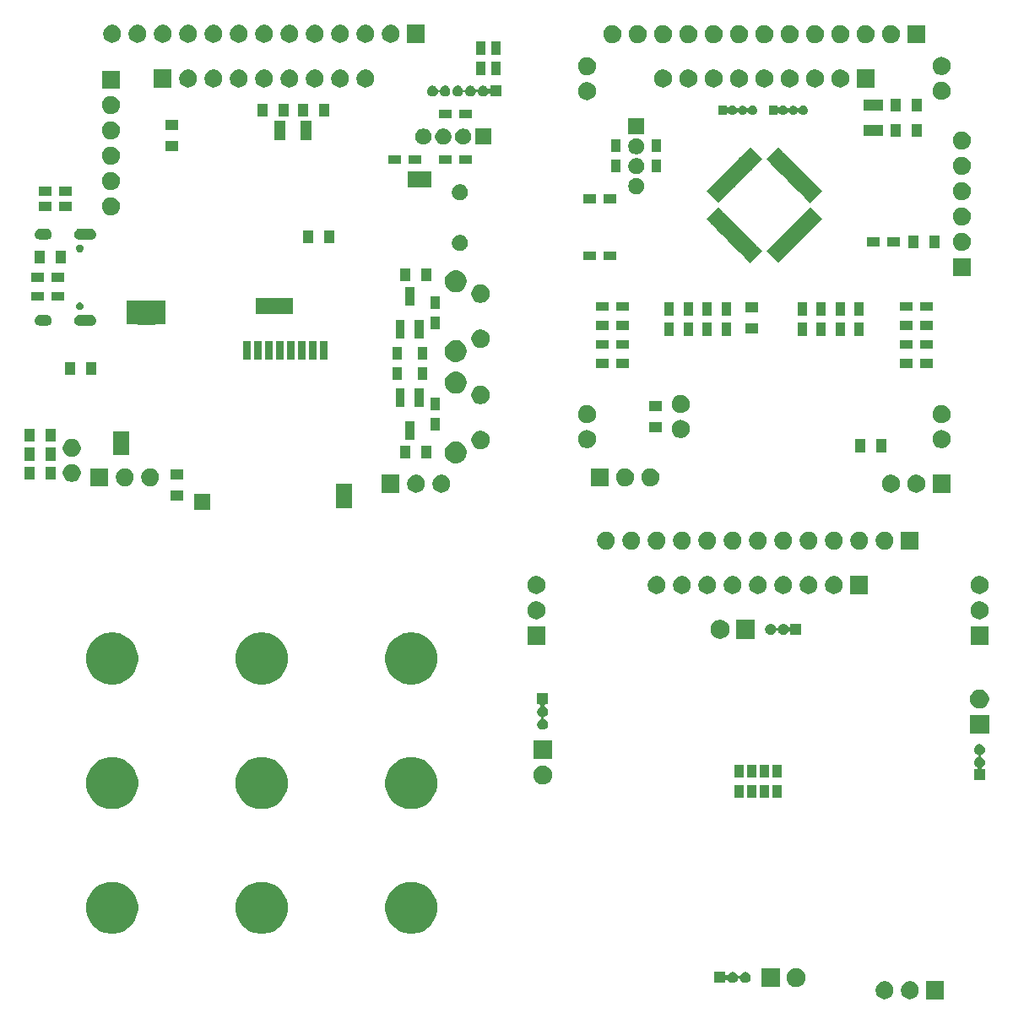
<source format=gbs>
G04 #@! TF.GenerationSoftware,KiCad,Pcbnew,(5.1.5)-3*
G04 #@! TF.CreationDate,2021-04-21T21:21:50+09:00*
G04 #@! TF.ProjectId,animacySwarmRobotics,616e696d-6163-4795-9377-61726d526f62,rev?*
G04 #@! TF.SameCoordinates,Original*
G04 #@! TF.FileFunction,Soldermask,Bot*
G04 #@! TF.FilePolarity,Negative*
%FSLAX46Y46*%
G04 Gerber Fmt 4.6, Leading zero omitted, Abs format (unit mm)*
G04 Created by KiCad (PCBNEW (5.1.5)-3) date 2021-04-21 21:21:50*
%MOMM*%
%LPD*%
G04 APERTURE LIST*
%ADD10C,0.100000*%
G04 APERTURE END LIST*
D10*
G36*
X138696000Y-148856000D02*
G01*
X136894000Y-148856000D01*
X136894000Y-147054000D01*
X138696000Y-147054000D01*
X138696000Y-148856000D01*
G37*
G36*
X135368512Y-147058927D02*
G01*
X135517812Y-147088624D01*
X135681784Y-147156544D01*
X135829354Y-147255147D01*
X135954853Y-147380646D01*
X136053456Y-147528216D01*
X136121376Y-147692188D01*
X136156000Y-147866259D01*
X136156000Y-148043741D01*
X136121376Y-148217812D01*
X136053456Y-148381784D01*
X135954853Y-148529354D01*
X135829354Y-148654853D01*
X135681784Y-148753456D01*
X135517812Y-148821376D01*
X135368512Y-148851073D01*
X135343742Y-148856000D01*
X135166258Y-148856000D01*
X135141488Y-148851073D01*
X134992188Y-148821376D01*
X134828216Y-148753456D01*
X134680646Y-148654853D01*
X134555147Y-148529354D01*
X134456544Y-148381784D01*
X134388624Y-148217812D01*
X134354000Y-148043741D01*
X134354000Y-147866259D01*
X134388624Y-147692188D01*
X134456544Y-147528216D01*
X134555147Y-147380646D01*
X134680646Y-147255147D01*
X134828216Y-147156544D01*
X134992188Y-147088624D01*
X135141488Y-147058927D01*
X135166258Y-147054000D01*
X135343742Y-147054000D01*
X135368512Y-147058927D01*
G37*
G36*
X132828512Y-147058927D02*
G01*
X132977812Y-147088624D01*
X133141784Y-147156544D01*
X133289354Y-147255147D01*
X133414853Y-147380646D01*
X133513456Y-147528216D01*
X133581376Y-147692188D01*
X133616000Y-147866259D01*
X133616000Y-148043741D01*
X133581376Y-148217812D01*
X133513456Y-148381784D01*
X133414853Y-148529354D01*
X133289354Y-148654853D01*
X133141784Y-148753456D01*
X132977812Y-148821376D01*
X132828512Y-148851073D01*
X132803742Y-148856000D01*
X132626258Y-148856000D01*
X132601488Y-148851073D01*
X132452188Y-148821376D01*
X132288216Y-148753456D01*
X132140646Y-148654853D01*
X132015147Y-148529354D01*
X131916544Y-148381784D01*
X131848624Y-148217812D01*
X131814000Y-148043741D01*
X131814000Y-147866259D01*
X131848624Y-147692188D01*
X131916544Y-147528216D01*
X132015147Y-147380646D01*
X132140646Y-147255147D01*
X132288216Y-147156544D01*
X132452188Y-147088624D01*
X132601488Y-147058927D01*
X132626258Y-147054000D01*
X132803742Y-147054000D01*
X132828512Y-147058927D01*
G37*
G36*
X124102395Y-145770546D02*
G01*
X124275466Y-145842234D01*
X124275467Y-145842235D01*
X124431227Y-145946310D01*
X124563690Y-146078773D01*
X124563691Y-146078775D01*
X124667766Y-146234534D01*
X124739454Y-146407605D01*
X124776000Y-146591333D01*
X124776000Y-146778667D01*
X124739454Y-146962395D01*
X124667766Y-147135466D01*
X124667765Y-147135467D01*
X124563690Y-147291227D01*
X124431227Y-147423690D01*
X124352818Y-147476081D01*
X124275466Y-147527766D01*
X124102395Y-147599454D01*
X123918667Y-147636000D01*
X123731333Y-147636000D01*
X123547605Y-147599454D01*
X123374534Y-147527766D01*
X123297182Y-147476081D01*
X123218773Y-147423690D01*
X123086310Y-147291227D01*
X122982235Y-147135467D01*
X122982234Y-147135466D01*
X122910546Y-146962395D01*
X122874000Y-146778667D01*
X122874000Y-146591333D01*
X122910546Y-146407605D01*
X122982234Y-146234534D01*
X123086309Y-146078775D01*
X123086310Y-146078773D01*
X123218773Y-145946310D01*
X123374533Y-145842235D01*
X123374534Y-145842234D01*
X123547605Y-145770546D01*
X123731333Y-145734000D01*
X123918667Y-145734000D01*
X124102395Y-145770546D01*
G37*
G36*
X122236000Y-147636000D02*
G01*
X120334000Y-147636000D01*
X120334000Y-145734000D01*
X122236000Y-145734000D01*
X122236000Y-147636000D01*
G37*
G36*
X116756000Y-146357218D02*
G01*
X116758402Y-146381604D01*
X116765515Y-146405053D01*
X116777066Y-146426664D01*
X116792611Y-146445606D01*
X116811553Y-146461151D01*
X116833164Y-146472702D01*
X116856613Y-146479815D01*
X116880999Y-146482217D01*
X116905385Y-146479815D01*
X116928834Y-146472702D01*
X116950445Y-146461151D01*
X116969387Y-146445606D01*
X116984932Y-146426664D01*
X117047009Y-146333760D01*
X117047010Y-146333758D01*
X117123758Y-146257010D01*
X117214004Y-146196710D01*
X117214005Y-146196709D01*
X117314279Y-146155174D01*
X117420730Y-146134000D01*
X117529270Y-146134000D01*
X117635721Y-146155174D01*
X117735995Y-146196709D01*
X117735996Y-146196710D01*
X117826242Y-146257010D01*
X117902990Y-146333758D01*
X117902991Y-146333760D01*
X117963291Y-146424005D01*
X117994516Y-146499389D01*
X118006067Y-146521000D01*
X118021612Y-146539941D01*
X118040554Y-146555487D01*
X118062165Y-146567038D01*
X118085614Y-146574151D01*
X118110000Y-146576553D01*
X118134386Y-146574151D01*
X118157835Y-146567038D01*
X118179446Y-146555487D01*
X118198387Y-146539942D01*
X118213933Y-146521000D01*
X118225484Y-146499389D01*
X118256709Y-146424005D01*
X118317009Y-146333760D01*
X118317010Y-146333758D01*
X118393758Y-146257010D01*
X118484004Y-146196710D01*
X118484005Y-146196709D01*
X118584279Y-146155174D01*
X118690730Y-146134000D01*
X118799270Y-146134000D01*
X118905721Y-146155174D01*
X119005995Y-146196709D01*
X119005996Y-146196710D01*
X119096242Y-146257010D01*
X119172990Y-146333758D01*
X119172991Y-146333760D01*
X119233291Y-146424005D01*
X119274826Y-146524279D01*
X119296000Y-146630730D01*
X119296000Y-146739270D01*
X119274826Y-146845721D01*
X119233291Y-146945995D01*
X119233290Y-146945996D01*
X119172990Y-147036242D01*
X119096242Y-147112990D01*
X119050812Y-147143345D01*
X119005995Y-147173291D01*
X118905721Y-147214826D01*
X118799270Y-147236000D01*
X118690730Y-147236000D01*
X118584279Y-147214826D01*
X118484005Y-147173291D01*
X118439188Y-147143345D01*
X118393758Y-147112990D01*
X118317010Y-147036242D01*
X118256710Y-146945996D01*
X118256709Y-146945995D01*
X118225484Y-146870611D01*
X118213933Y-146849000D01*
X118198388Y-146830059D01*
X118179446Y-146814513D01*
X118157835Y-146802962D01*
X118134386Y-146795849D01*
X118110000Y-146793447D01*
X118085614Y-146795849D01*
X118062165Y-146802962D01*
X118040554Y-146814513D01*
X118021613Y-146830058D01*
X118006067Y-146849000D01*
X117994516Y-146870611D01*
X117963291Y-146945995D01*
X117963290Y-146945996D01*
X117902990Y-147036242D01*
X117826242Y-147112990D01*
X117780812Y-147143345D01*
X117735995Y-147173291D01*
X117635721Y-147214826D01*
X117529270Y-147236000D01*
X117420730Y-147236000D01*
X117314279Y-147214826D01*
X117214005Y-147173291D01*
X117169188Y-147143345D01*
X117123758Y-147112990D01*
X117047010Y-147036242D01*
X117026012Y-147004816D01*
X116984932Y-146943336D01*
X116969386Y-146924394D01*
X116950444Y-146908849D01*
X116928833Y-146897298D01*
X116905385Y-146890185D01*
X116880998Y-146887783D01*
X116856612Y-146890185D01*
X116833163Y-146897298D01*
X116811553Y-146908849D01*
X116792611Y-146924395D01*
X116777066Y-146943337D01*
X116765515Y-146964948D01*
X116758402Y-146988396D01*
X116756000Y-147012782D01*
X116756000Y-147236000D01*
X115654000Y-147236000D01*
X115654000Y-146134000D01*
X116756000Y-146134000D01*
X116756000Y-146357218D01*
G37*
G36*
X85758210Y-137140054D02*
G01*
X86009850Y-137190109D01*
X86483930Y-137386479D01*
X86910590Y-137671565D01*
X87273435Y-138034410D01*
X87558521Y-138461070D01*
X87754891Y-138935150D01*
X87855000Y-139438430D01*
X87855000Y-139951570D01*
X87754891Y-140454850D01*
X87558521Y-140928930D01*
X87273435Y-141355590D01*
X86910590Y-141718435D01*
X86483930Y-142003521D01*
X86009850Y-142199891D01*
X85758210Y-142249946D01*
X85506571Y-142300000D01*
X84993429Y-142300000D01*
X84741790Y-142249946D01*
X84490150Y-142199891D01*
X84016070Y-142003521D01*
X83589410Y-141718435D01*
X83226565Y-141355590D01*
X82941479Y-140928930D01*
X82745109Y-140454850D01*
X82645000Y-139951570D01*
X82645000Y-139438430D01*
X82745109Y-138935150D01*
X82941479Y-138461070D01*
X83226565Y-138034410D01*
X83589410Y-137671565D01*
X84016070Y-137386479D01*
X84490150Y-137190109D01*
X84741790Y-137140054D01*
X84993429Y-137090000D01*
X85506571Y-137090000D01*
X85758210Y-137140054D01*
G37*
G36*
X70758210Y-137140054D02*
G01*
X71009850Y-137190109D01*
X71483930Y-137386479D01*
X71910590Y-137671565D01*
X72273435Y-138034410D01*
X72558521Y-138461070D01*
X72754891Y-138935150D01*
X72855000Y-139438430D01*
X72855000Y-139951570D01*
X72754891Y-140454850D01*
X72558521Y-140928930D01*
X72273435Y-141355590D01*
X71910590Y-141718435D01*
X71483930Y-142003521D01*
X71009850Y-142199891D01*
X70758210Y-142249946D01*
X70506571Y-142300000D01*
X69993429Y-142300000D01*
X69741790Y-142249946D01*
X69490150Y-142199891D01*
X69016070Y-142003521D01*
X68589410Y-141718435D01*
X68226565Y-141355590D01*
X67941479Y-140928930D01*
X67745109Y-140454850D01*
X67645000Y-139951570D01*
X67645000Y-139438430D01*
X67745109Y-138935150D01*
X67941479Y-138461070D01*
X68226565Y-138034410D01*
X68589410Y-137671565D01*
X69016070Y-137386479D01*
X69490150Y-137190109D01*
X69741790Y-137140054D01*
X69993429Y-137090000D01*
X70506571Y-137090000D01*
X70758210Y-137140054D01*
G37*
G36*
X55758210Y-137140054D02*
G01*
X56009850Y-137190109D01*
X56483930Y-137386479D01*
X56910590Y-137671565D01*
X57273435Y-138034410D01*
X57558521Y-138461070D01*
X57754891Y-138935150D01*
X57855000Y-139438430D01*
X57855000Y-139951570D01*
X57754891Y-140454850D01*
X57558521Y-140928930D01*
X57273435Y-141355590D01*
X56910590Y-141718435D01*
X56483930Y-142003521D01*
X56009850Y-142199891D01*
X55758210Y-142249946D01*
X55506571Y-142300000D01*
X54993429Y-142300000D01*
X54741790Y-142249946D01*
X54490150Y-142199891D01*
X54016070Y-142003521D01*
X53589410Y-141718435D01*
X53226565Y-141355590D01*
X52941479Y-140928930D01*
X52745109Y-140454850D01*
X52645000Y-139951570D01*
X52645000Y-139438430D01*
X52745109Y-138935150D01*
X52941479Y-138461070D01*
X53226565Y-138034410D01*
X53589410Y-137671565D01*
X54016070Y-137386479D01*
X54490150Y-137190109D01*
X54741790Y-137140054D01*
X54993429Y-137090000D01*
X55506571Y-137090000D01*
X55758210Y-137140054D01*
G37*
G36*
X55590577Y-124606710D02*
G01*
X56009850Y-124690109D01*
X56483930Y-124886479D01*
X56910590Y-125171565D01*
X57273435Y-125534410D01*
X57558521Y-125961070D01*
X57754891Y-126435150D01*
X57754891Y-126435151D01*
X57850539Y-126916000D01*
X57855000Y-126938430D01*
X57855000Y-127451570D01*
X57754891Y-127954850D01*
X57558521Y-128428930D01*
X57273435Y-128855590D01*
X56910590Y-129218435D01*
X56483930Y-129503521D01*
X56009850Y-129699891D01*
X55758210Y-129749946D01*
X55506571Y-129800000D01*
X54993429Y-129800000D01*
X54741790Y-129749946D01*
X54490150Y-129699891D01*
X54016070Y-129503521D01*
X53589410Y-129218435D01*
X53226565Y-128855590D01*
X52941479Y-128428930D01*
X52745109Y-127954850D01*
X52645000Y-127451570D01*
X52645000Y-126938430D01*
X52649462Y-126916000D01*
X52745109Y-126435151D01*
X52745109Y-126435150D01*
X52941479Y-125961070D01*
X53226565Y-125534410D01*
X53589410Y-125171565D01*
X54016070Y-124886479D01*
X54490150Y-124690109D01*
X54909423Y-124606710D01*
X54993429Y-124590000D01*
X55506571Y-124590000D01*
X55590577Y-124606710D01*
G37*
G36*
X70590577Y-124606710D02*
G01*
X71009850Y-124690109D01*
X71483930Y-124886479D01*
X71910590Y-125171565D01*
X72273435Y-125534410D01*
X72558521Y-125961070D01*
X72754891Y-126435150D01*
X72754891Y-126435151D01*
X72850539Y-126916000D01*
X72855000Y-126938430D01*
X72855000Y-127451570D01*
X72754891Y-127954850D01*
X72558521Y-128428930D01*
X72273435Y-128855590D01*
X71910590Y-129218435D01*
X71483930Y-129503521D01*
X71009850Y-129699891D01*
X70758210Y-129749946D01*
X70506571Y-129800000D01*
X69993429Y-129800000D01*
X69741790Y-129749946D01*
X69490150Y-129699891D01*
X69016070Y-129503521D01*
X68589410Y-129218435D01*
X68226565Y-128855590D01*
X67941479Y-128428930D01*
X67745109Y-127954850D01*
X67645000Y-127451570D01*
X67645000Y-126938430D01*
X67649462Y-126916000D01*
X67745109Y-126435151D01*
X67745109Y-126435150D01*
X67941479Y-125961070D01*
X68226565Y-125534410D01*
X68589410Y-125171565D01*
X69016070Y-124886479D01*
X69490150Y-124690109D01*
X69909423Y-124606710D01*
X69993429Y-124590000D01*
X70506571Y-124590000D01*
X70590577Y-124606710D01*
G37*
G36*
X85590577Y-124606710D02*
G01*
X86009850Y-124690109D01*
X86483930Y-124886479D01*
X86910590Y-125171565D01*
X87273435Y-125534410D01*
X87558521Y-125961070D01*
X87754891Y-126435150D01*
X87754891Y-126435151D01*
X87850539Y-126916000D01*
X87855000Y-126938430D01*
X87855000Y-127451570D01*
X87754891Y-127954850D01*
X87558521Y-128428930D01*
X87273435Y-128855590D01*
X86910590Y-129218435D01*
X86483930Y-129503521D01*
X86009850Y-129699891D01*
X85758210Y-129749946D01*
X85506571Y-129800000D01*
X84993429Y-129800000D01*
X84741790Y-129749946D01*
X84490150Y-129699891D01*
X84016070Y-129503521D01*
X83589410Y-129218435D01*
X83226565Y-128855590D01*
X82941479Y-128428930D01*
X82745109Y-127954850D01*
X82645000Y-127451570D01*
X82645000Y-126938430D01*
X82649462Y-126916000D01*
X82745109Y-126435151D01*
X82745109Y-126435150D01*
X82941479Y-125961070D01*
X83226565Y-125534410D01*
X83589410Y-125171565D01*
X84016070Y-124886479D01*
X84490150Y-124690109D01*
X84909423Y-124606710D01*
X84993429Y-124590000D01*
X85506571Y-124590000D01*
X85590577Y-124606710D01*
G37*
G36*
X119831000Y-128667000D02*
G01*
X118929000Y-128667000D01*
X118929000Y-127365000D01*
X119831000Y-127365000D01*
X119831000Y-128667000D01*
G37*
G36*
X121101000Y-128667000D02*
G01*
X120199000Y-128667000D01*
X120199000Y-127365000D01*
X121101000Y-127365000D01*
X121101000Y-128667000D01*
G37*
G36*
X122371000Y-128667000D02*
G01*
X121469000Y-128667000D01*
X121469000Y-127365000D01*
X122371000Y-127365000D01*
X122371000Y-128667000D01*
G37*
G36*
X118561000Y-128667000D02*
G01*
X117659000Y-128667000D01*
X117659000Y-127365000D01*
X118561000Y-127365000D01*
X118561000Y-128667000D01*
G37*
G36*
X98702395Y-125450546D02*
G01*
X98875466Y-125522234D01*
X98952818Y-125573919D01*
X99031227Y-125626310D01*
X99163690Y-125758773D01*
X99198986Y-125811598D01*
X99267766Y-125914534D01*
X99339454Y-126087605D01*
X99376000Y-126271333D01*
X99376000Y-126458667D01*
X99339454Y-126642395D01*
X99267766Y-126815466D01*
X99267765Y-126815467D01*
X99163690Y-126971227D01*
X99031227Y-127103690D01*
X98952818Y-127156081D01*
X98875466Y-127207766D01*
X98702395Y-127279454D01*
X98518667Y-127316000D01*
X98331333Y-127316000D01*
X98147605Y-127279454D01*
X97974534Y-127207766D01*
X97897182Y-127156081D01*
X97818773Y-127103690D01*
X97686310Y-126971227D01*
X97582235Y-126815467D01*
X97582234Y-126815466D01*
X97510546Y-126642395D01*
X97474000Y-126458667D01*
X97474000Y-126271333D01*
X97510546Y-126087605D01*
X97582234Y-125914534D01*
X97651014Y-125811598D01*
X97686310Y-125758773D01*
X97818773Y-125626310D01*
X97897182Y-125573919D01*
X97974534Y-125522234D01*
X98147605Y-125450546D01*
X98331333Y-125414000D01*
X98518667Y-125414000D01*
X98702395Y-125450546D01*
G37*
G36*
X142400721Y-123295174D02*
G01*
X142500995Y-123336709D01*
X142500996Y-123336710D01*
X142591242Y-123397010D01*
X142667990Y-123473758D01*
X142667991Y-123473760D01*
X142728291Y-123564005D01*
X142769826Y-123664279D01*
X142791000Y-123770730D01*
X142791000Y-123879270D01*
X142769826Y-123985721D01*
X142728291Y-124085995D01*
X142728290Y-124085996D01*
X142667990Y-124176242D01*
X142591242Y-124252990D01*
X142545812Y-124283345D01*
X142500995Y-124313291D01*
X142425611Y-124344516D01*
X142404000Y-124356067D01*
X142385059Y-124371612D01*
X142369513Y-124390554D01*
X142357962Y-124412165D01*
X142350849Y-124435614D01*
X142348447Y-124460000D01*
X142350849Y-124484386D01*
X142357962Y-124507835D01*
X142369513Y-124529446D01*
X142385058Y-124548387D01*
X142404000Y-124563933D01*
X142425611Y-124575484D01*
X142500995Y-124606709D01*
X142500996Y-124606710D01*
X142591242Y-124667010D01*
X142667990Y-124743758D01*
X142667991Y-124743760D01*
X142728291Y-124834005D01*
X142769826Y-124934279D01*
X142791000Y-125040730D01*
X142791000Y-125149270D01*
X142769826Y-125255721D01*
X142728291Y-125355995D01*
X142728290Y-125355996D01*
X142667990Y-125446242D01*
X142591242Y-125522990D01*
X142559816Y-125543988D01*
X142498336Y-125585068D01*
X142479394Y-125600614D01*
X142463849Y-125619556D01*
X142452298Y-125641167D01*
X142445185Y-125664615D01*
X142442783Y-125689002D01*
X142445185Y-125713388D01*
X142452298Y-125736837D01*
X142463849Y-125758447D01*
X142479395Y-125777389D01*
X142498337Y-125792934D01*
X142519948Y-125804485D01*
X142543396Y-125811598D01*
X142567782Y-125814000D01*
X142791000Y-125814000D01*
X142791000Y-126916000D01*
X141689000Y-126916000D01*
X141689000Y-125814000D01*
X141912218Y-125814000D01*
X141936604Y-125811598D01*
X141960053Y-125804485D01*
X141981664Y-125792934D01*
X142000606Y-125777389D01*
X142016151Y-125758447D01*
X142027702Y-125736836D01*
X142034815Y-125713387D01*
X142037217Y-125689001D01*
X142034815Y-125664615D01*
X142027702Y-125641166D01*
X142016151Y-125619555D01*
X142000606Y-125600613D01*
X141981664Y-125585068D01*
X141920184Y-125543988D01*
X141888758Y-125522990D01*
X141812010Y-125446242D01*
X141751710Y-125355996D01*
X141751709Y-125355995D01*
X141710174Y-125255721D01*
X141689000Y-125149270D01*
X141689000Y-125040730D01*
X141710174Y-124934279D01*
X141751709Y-124834005D01*
X141812009Y-124743760D01*
X141812010Y-124743758D01*
X141888758Y-124667010D01*
X141979004Y-124606710D01*
X141979005Y-124606709D01*
X142054389Y-124575484D01*
X142076000Y-124563933D01*
X142094941Y-124548388D01*
X142110487Y-124529446D01*
X142122038Y-124507835D01*
X142129151Y-124484386D01*
X142131553Y-124460000D01*
X142129151Y-124435614D01*
X142122038Y-124412165D01*
X142110487Y-124390554D01*
X142094942Y-124371613D01*
X142076000Y-124356067D01*
X142054389Y-124344516D01*
X141979005Y-124313291D01*
X141934188Y-124283345D01*
X141888758Y-124252990D01*
X141812010Y-124176242D01*
X141751710Y-124085996D01*
X141751709Y-124085995D01*
X141710174Y-123985721D01*
X141689000Y-123879270D01*
X141689000Y-123770730D01*
X141710174Y-123664279D01*
X141751709Y-123564005D01*
X141812009Y-123473760D01*
X141812010Y-123473758D01*
X141888758Y-123397010D01*
X141979004Y-123336710D01*
X141979005Y-123336709D01*
X142079279Y-123295174D01*
X142185730Y-123274000D01*
X142294270Y-123274000D01*
X142400721Y-123295174D01*
G37*
G36*
X119831000Y-126635000D02*
G01*
X118929000Y-126635000D01*
X118929000Y-125333000D01*
X119831000Y-125333000D01*
X119831000Y-126635000D01*
G37*
G36*
X122371000Y-126635000D02*
G01*
X121469000Y-126635000D01*
X121469000Y-125333000D01*
X122371000Y-125333000D01*
X122371000Y-126635000D01*
G37*
G36*
X118561000Y-126635000D02*
G01*
X117659000Y-126635000D01*
X117659000Y-125333000D01*
X118561000Y-125333000D01*
X118561000Y-126635000D01*
G37*
G36*
X121101000Y-126635000D02*
G01*
X120199000Y-126635000D01*
X120199000Y-125333000D01*
X121101000Y-125333000D01*
X121101000Y-126635000D01*
G37*
G36*
X99376000Y-124776000D02*
G01*
X97474000Y-124776000D01*
X97474000Y-122874000D01*
X99376000Y-122874000D01*
X99376000Y-124776000D01*
G37*
G36*
X143191000Y-122236000D02*
G01*
X141289000Y-122236000D01*
X141289000Y-120334000D01*
X143191000Y-120334000D01*
X143191000Y-122236000D01*
G37*
G36*
X98976000Y-119296000D02*
G01*
X98752782Y-119296000D01*
X98728396Y-119298402D01*
X98704947Y-119305515D01*
X98683336Y-119317066D01*
X98664394Y-119332611D01*
X98648849Y-119351553D01*
X98637298Y-119373164D01*
X98630185Y-119396613D01*
X98627783Y-119420999D01*
X98630185Y-119445385D01*
X98637298Y-119468834D01*
X98648849Y-119490445D01*
X98664394Y-119509387D01*
X98683336Y-119524932D01*
X98744816Y-119566012D01*
X98776242Y-119587010D01*
X98852990Y-119663758D01*
X98852991Y-119663760D01*
X98913291Y-119754005D01*
X98954826Y-119854279D01*
X98976000Y-119960730D01*
X98976000Y-120069270D01*
X98954826Y-120175721D01*
X98913291Y-120275995D01*
X98913290Y-120275996D01*
X98852990Y-120366242D01*
X98776242Y-120442990D01*
X98730812Y-120473345D01*
X98685995Y-120503291D01*
X98610611Y-120534516D01*
X98589000Y-120546067D01*
X98570059Y-120561612D01*
X98554513Y-120580554D01*
X98542962Y-120602165D01*
X98535849Y-120625614D01*
X98533447Y-120650000D01*
X98535849Y-120674386D01*
X98542962Y-120697835D01*
X98554513Y-120719446D01*
X98570058Y-120738387D01*
X98589000Y-120753933D01*
X98610611Y-120765484D01*
X98685995Y-120796709D01*
X98685996Y-120796710D01*
X98776242Y-120857010D01*
X98852990Y-120933758D01*
X98852991Y-120933760D01*
X98913291Y-121024005D01*
X98954826Y-121124279D01*
X98976000Y-121230730D01*
X98976000Y-121339270D01*
X98954826Y-121445721D01*
X98913291Y-121545995D01*
X98913290Y-121545996D01*
X98852990Y-121636242D01*
X98776242Y-121712990D01*
X98730812Y-121743345D01*
X98685995Y-121773291D01*
X98585721Y-121814826D01*
X98479270Y-121836000D01*
X98370730Y-121836000D01*
X98264279Y-121814826D01*
X98164005Y-121773291D01*
X98119188Y-121743345D01*
X98073758Y-121712990D01*
X97997010Y-121636242D01*
X97936710Y-121545996D01*
X97936709Y-121545995D01*
X97895174Y-121445721D01*
X97874000Y-121339270D01*
X97874000Y-121230730D01*
X97895174Y-121124279D01*
X97936709Y-121024005D01*
X97997009Y-120933760D01*
X97997010Y-120933758D01*
X98073758Y-120857010D01*
X98164004Y-120796710D01*
X98164005Y-120796709D01*
X98239389Y-120765484D01*
X98261000Y-120753933D01*
X98279941Y-120738388D01*
X98295487Y-120719446D01*
X98307038Y-120697835D01*
X98314151Y-120674386D01*
X98316553Y-120650000D01*
X98314151Y-120625614D01*
X98307038Y-120602165D01*
X98295487Y-120580554D01*
X98279942Y-120561613D01*
X98261000Y-120546067D01*
X98239389Y-120534516D01*
X98164005Y-120503291D01*
X98119188Y-120473345D01*
X98073758Y-120442990D01*
X97997010Y-120366242D01*
X97936710Y-120275996D01*
X97936709Y-120275995D01*
X97895174Y-120175721D01*
X97874000Y-120069270D01*
X97874000Y-119960730D01*
X97895174Y-119854279D01*
X97936709Y-119754005D01*
X97997009Y-119663760D01*
X97997010Y-119663758D01*
X98073758Y-119587010D01*
X98105184Y-119566012D01*
X98166664Y-119524932D01*
X98185606Y-119509386D01*
X98201151Y-119490444D01*
X98212702Y-119468833D01*
X98219815Y-119445385D01*
X98222217Y-119420998D01*
X98219815Y-119396612D01*
X98212702Y-119373163D01*
X98201151Y-119351553D01*
X98185605Y-119332611D01*
X98166663Y-119317066D01*
X98145052Y-119305515D01*
X98121604Y-119298402D01*
X98097218Y-119296000D01*
X97874000Y-119296000D01*
X97874000Y-118194000D01*
X98976000Y-118194000D01*
X98976000Y-119296000D01*
G37*
G36*
X142517395Y-117830546D02*
G01*
X142690466Y-117902234D01*
X142690467Y-117902235D01*
X142846227Y-118006310D01*
X142978690Y-118138773D01*
X142978691Y-118138775D01*
X143082766Y-118294534D01*
X143154454Y-118467605D01*
X143191000Y-118651333D01*
X143191000Y-118838667D01*
X143154454Y-119022395D01*
X143082766Y-119195466D01*
X143082765Y-119195467D01*
X142978690Y-119351227D01*
X142846227Y-119483690D01*
X142784504Y-119524932D01*
X142690466Y-119587766D01*
X142517395Y-119659454D01*
X142333667Y-119696000D01*
X142146333Y-119696000D01*
X141962605Y-119659454D01*
X141789534Y-119587766D01*
X141695496Y-119524932D01*
X141633773Y-119483690D01*
X141501310Y-119351227D01*
X141397235Y-119195467D01*
X141397234Y-119195466D01*
X141325546Y-119022395D01*
X141289000Y-118838667D01*
X141289000Y-118651333D01*
X141325546Y-118467605D01*
X141397234Y-118294534D01*
X141501309Y-118138775D01*
X141501310Y-118138773D01*
X141633773Y-118006310D01*
X141789533Y-117902235D01*
X141789534Y-117902234D01*
X141962605Y-117830546D01*
X142146333Y-117794000D01*
X142333667Y-117794000D01*
X142517395Y-117830546D01*
G37*
G36*
X55758210Y-112140055D02*
G01*
X56009850Y-112190109D01*
X56483930Y-112386479D01*
X56910590Y-112671565D01*
X57273435Y-113034410D01*
X57558521Y-113461070D01*
X57754891Y-113935150D01*
X57855000Y-114438430D01*
X57855000Y-114951570D01*
X57754891Y-115454850D01*
X57558521Y-115928930D01*
X57273435Y-116355590D01*
X56910590Y-116718435D01*
X56483930Y-117003521D01*
X56009850Y-117199891D01*
X55758210Y-117249945D01*
X55506571Y-117300000D01*
X54993429Y-117300000D01*
X54741790Y-117249945D01*
X54490150Y-117199891D01*
X54016070Y-117003521D01*
X53589410Y-116718435D01*
X53226565Y-116355590D01*
X52941479Y-115928930D01*
X52745109Y-115454850D01*
X52645000Y-114951570D01*
X52645000Y-114438430D01*
X52745109Y-113935150D01*
X52941479Y-113461070D01*
X53226565Y-113034410D01*
X53589410Y-112671565D01*
X54016070Y-112386479D01*
X54490150Y-112190109D01*
X54741790Y-112140055D01*
X54993429Y-112090000D01*
X55506571Y-112090000D01*
X55758210Y-112140055D01*
G37*
G36*
X70758210Y-112140055D02*
G01*
X71009850Y-112190109D01*
X71483930Y-112386479D01*
X71910590Y-112671565D01*
X72273435Y-113034410D01*
X72558521Y-113461070D01*
X72754891Y-113935150D01*
X72855000Y-114438430D01*
X72855000Y-114951570D01*
X72754891Y-115454850D01*
X72558521Y-115928930D01*
X72273435Y-116355590D01*
X71910590Y-116718435D01*
X71483930Y-117003521D01*
X71009850Y-117199891D01*
X70758210Y-117249945D01*
X70506571Y-117300000D01*
X69993429Y-117300000D01*
X69741790Y-117249945D01*
X69490150Y-117199891D01*
X69016070Y-117003521D01*
X68589410Y-116718435D01*
X68226565Y-116355590D01*
X67941479Y-115928930D01*
X67745109Y-115454850D01*
X67645000Y-114951570D01*
X67645000Y-114438430D01*
X67745109Y-113935150D01*
X67941479Y-113461070D01*
X68226565Y-113034410D01*
X68589410Y-112671565D01*
X69016070Y-112386479D01*
X69490150Y-112190109D01*
X69741790Y-112140055D01*
X69993429Y-112090000D01*
X70506571Y-112090000D01*
X70758210Y-112140055D01*
G37*
G36*
X85758210Y-112140055D02*
G01*
X86009850Y-112190109D01*
X86483930Y-112386479D01*
X86910590Y-112671565D01*
X87273435Y-113034410D01*
X87558521Y-113461070D01*
X87754891Y-113935150D01*
X87855000Y-114438430D01*
X87855000Y-114951570D01*
X87754891Y-115454850D01*
X87558521Y-115928930D01*
X87273435Y-116355590D01*
X86910590Y-116718435D01*
X86483930Y-117003521D01*
X86009850Y-117199891D01*
X85758210Y-117249945D01*
X85506571Y-117300000D01*
X84993429Y-117300000D01*
X84741790Y-117249945D01*
X84490150Y-117199891D01*
X84016070Y-117003521D01*
X83589410Y-116718435D01*
X83226565Y-116355590D01*
X82941479Y-115928930D01*
X82745109Y-115454850D01*
X82645000Y-114951570D01*
X82645000Y-114438430D01*
X82745109Y-113935150D01*
X82941479Y-113461070D01*
X83226565Y-113034410D01*
X83589410Y-112671565D01*
X84016070Y-112386479D01*
X84490150Y-112190109D01*
X84741790Y-112140055D01*
X84993429Y-112090000D01*
X85506571Y-112090000D01*
X85758210Y-112140055D01*
G37*
G36*
X143141000Y-113296000D02*
G01*
X141339000Y-113296000D01*
X141339000Y-111494000D01*
X143141000Y-111494000D01*
X143141000Y-113296000D01*
G37*
G36*
X98691000Y-113296000D02*
G01*
X96889000Y-113296000D01*
X96889000Y-111494000D01*
X98691000Y-111494000D01*
X98691000Y-113296000D01*
G37*
G36*
X119696000Y-112711000D02*
G01*
X117794000Y-112711000D01*
X117794000Y-110809000D01*
X119696000Y-110809000D01*
X119696000Y-112711000D01*
G37*
G36*
X116482395Y-110845546D02*
G01*
X116655466Y-110917234D01*
X116655467Y-110917235D01*
X116811227Y-111021310D01*
X116943690Y-111153773D01*
X116943691Y-111153775D01*
X117047766Y-111309534D01*
X117119454Y-111482605D01*
X117156000Y-111666333D01*
X117156000Y-111853667D01*
X117119454Y-112037395D01*
X117047766Y-112210466D01*
X117047765Y-112210467D01*
X116943690Y-112366227D01*
X116811227Y-112498690D01*
X116732818Y-112551081D01*
X116655466Y-112602766D01*
X116482395Y-112674454D01*
X116298667Y-112711000D01*
X116111333Y-112711000D01*
X115927605Y-112674454D01*
X115754534Y-112602766D01*
X115677182Y-112551081D01*
X115598773Y-112498690D01*
X115466310Y-112366227D01*
X115362235Y-112210467D01*
X115362234Y-112210466D01*
X115290546Y-112037395D01*
X115254000Y-111853667D01*
X115254000Y-111666333D01*
X115290546Y-111482605D01*
X115362234Y-111309534D01*
X115466309Y-111153775D01*
X115466310Y-111153773D01*
X115598773Y-111021310D01*
X115754533Y-110917235D01*
X115754534Y-110917234D01*
X115927605Y-110845546D01*
X116111333Y-110809000D01*
X116298667Y-110809000D01*
X116482395Y-110845546D01*
G37*
G36*
X121445721Y-111230174D02*
G01*
X121545995Y-111271709D01*
X121545996Y-111271710D01*
X121636242Y-111332010D01*
X121712990Y-111408758D01*
X121712991Y-111408760D01*
X121773291Y-111499005D01*
X121804516Y-111574389D01*
X121816067Y-111596000D01*
X121831612Y-111614941D01*
X121850554Y-111630487D01*
X121872165Y-111642038D01*
X121895614Y-111649151D01*
X121920000Y-111651553D01*
X121944386Y-111649151D01*
X121967835Y-111642038D01*
X121989446Y-111630487D01*
X122008387Y-111614942D01*
X122023933Y-111596000D01*
X122035484Y-111574389D01*
X122066709Y-111499005D01*
X122127009Y-111408760D01*
X122127010Y-111408758D01*
X122203758Y-111332010D01*
X122294004Y-111271710D01*
X122294005Y-111271709D01*
X122394279Y-111230174D01*
X122500730Y-111209000D01*
X122609270Y-111209000D01*
X122715721Y-111230174D01*
X122815995Y-111271709D01*
X122815996Y-111271710D01*
X122906242Y-111332010D01*
X122982990Y-111408758D01*
X122982991Y-111408760D01*
X123045068Y-111501664D01*
X123060614Y-111520606D01*
X123079556Y-111536151D01*
X123101167Y-111547702D01*
X123124615Y-111554815D01*
X123149002Y-111557217D01*
X123173388Y-111554815D01*
X123196837Y-111547702D01*
X123218447Y-111536151D01*
X123237389Y-111520605D01*
X123252934Y-111501663D01*
X123264485Y-111480052D01*
X123271598Y-111456604D01*
X123274000Y-111432218D01*
X123274000Y-111209000D01*
X124376000Y-111209000D01*
X124376000Y-112311000D01*
X123274000Y-112311000D01*
X123274000Y-112087782D01*
X123271598Y-112063396D01*
X123264485Y-112039947D01*
X123252934Y-112018336D01*
X123237389Y-111999394D01*
X123218447Y-111983849D01*
X123196836Y-111972298D01*
X123173387Y-111965185D01*
X123149001Y-111962783D01*
X123124615Y-111965185D01*
X123101166Y-111972298D01*
X123079555Y-111983849D01*
X123060613Y-111999394D01*
X123045068Y-112018336D01*
X123003988Y-112079816D01*
X122982990Y-112111242D01*
X122906242Y-112187990D01*
X122860812Y-112218345D01*
X122815995Y-112248291D01*
X122715721Y-112289826D01*
X122609270Y-112311000D01*
X122500730Y-112311000D01*
X122394279Y-112289826D01*
X122294005Y-112248291D01*
X122249188Y-112218345D01*
X122203758Y-112187990D01*
X122127010Y-112111242D01*
X122095041Y-112063396D01*
X122066709Y-112020995D01*
X122035484Y-111945611D01*
X122023933Y-111924000D01*
X122008388Y-111905059D01*
X121989446Y-111889513D01*
X121967835Y-111877962D01*
X121944386Y-111870849D01*
X121920000Y-111868447D01*
X121895614Y-111870849D01*
X121872165Y-111877962D01*
X121850554Y-111889513D01*
X121831613Y-111905058D01*
X121816067Y-111924000D01*
X121804516Y-111945611D01*
X121773291Y-112020995D01*
X121744959Y-112063396D01*
X121712990Y-112111242D01*
X121636242Y-112187990D01*
X121590812Y-112218345D01*
X121545995Y-112248291D01*
X121445721Y-112289826D01*
X121339270Y-112311000D01*
X121230730Y-112311000D01*
X121124279Y-112289826D01*
X121024005Y-112248291D01*
X120979188Y-112218345D01*
X120933758Y-112187990D01*
X120857010Y-112111242D01*
X120825041Y-112063396D01*
X120796709Y-112020995D01*
X120755174Y-111920721D01*
X120734000Y-111814270D01*
X120734000Y-111705730D01*
X120755174Y-111599279D01*
X120796709Y-111499005D01*
X120857009Y-111408760D01*
X120857010Y-111408758D01*
X120933758Y-111332010D01*
X121024004Y-111271710D01*
X121024005Y-111271709D01*
X121124279Y-111230174D01*
X121230730Y-111209000D01*
X121339270Y-111209000D01*
X121445721Y-111230174D01*
G37*
G36*
X97903512Y-108958927D02*
G01*
X98052812Y-108988624D01*
X98216784Y-109056544D01*
X98364354Y-109155147D01*
X98489853Y-109280646D01*
X98588456Y-109428216D01*
X98656376Y-109592188D01*
X98691000Y-109766259D01*
X98691000Y-109943741D01*
X98656376Y-110117812D01*
X98588456Y-110281784D01*
X98489853Y-110429354D01*
X98364354Y-110554853D01*
X98216784Y-110653456D01*
X98052812Y-110721376D01*
X97903512Y-110751073D01*
X97878742Y-110756000D01*
X97701258Y-110756000D01*
X97676488Y-110751073D01*
X97527188Y-110721376D01*
X97363216Y-110653456D01*
X97215646Y-110554853D01*
X97090147Y-110429354D01*
X96991544Y-110281784D01*
X96923624Y-110117812D01*
X96889000Y-109943741D01*
X96889000Y-109766259D01*
X96923624Y-109592188D01*
X96991544Y-109428216D01*
X97090147Y-109280646D01*
X97215646Y-109155147D01*
X97363216Y-109056544D01*
X97527188Y-108988624D01*
X97676488Y-108958927D01*
X97701258Y-108954000D01*
X97878742Y-108954000D01*
X97903512Y-108958927D01*
G37*
G36*
X142353512Y-108958927D02*
G01*
X142502812Y-108988624D01*
X142666784Y-109056544D01*
X142814354Y-109155147D01*
X142939853Y-109280646D01*
X143038456Y-109428216D01*
X143106376Y-109592188D01*
X143141000Y-109766259D01*
X143141000Y-109943741D01*
X143106376Y-110117812D01*
X143038456Y-110281784D01*
X142939853Y-110429354D01*
X142814354Y-110554853D01*
X142666784Y-110653456D01*
X142502812Y-110721376D01*
X142353512Y-110751073D01*
X142328742Y-110756000D01*
X142151258Y-110756000D01*
X142126488Y-110751073D01*
X141977188Y-110721376D01*
X141813216Y-110653456D01*
X141665646Y-110554853D01*
X141540147Y-110429354D01*
X141441544Y-110281784D01*
X141373624Y-110117812D01*
X141339000Y-109943741D01*
X141339000Y-109766259D01*
X141373624Y-109592188D01*
X141441544Y-109428216D01*
X141540147Y-109280646D01*
X141665646Y-109155147D01*
X141813216Y-109056544D01*
X141977188Y-108988624D01*
X142126488Y-108958927D01*
X142151258Y-108954000D01*
X142328742Y-108954000D01*
X142353512Y-108958927D01*
G37*
G36*
X97903512Y-106418927D02*
G01*
X98052812Y-106448624D01*
X98216784Y-106516544D01*
X98364354Y-106615147D01*
X98489853Y-106740646D01*
X98588456Y-106888216D01*
X98656376Y-107052188D01*
X98691000Y-107226259D01*
X98691000Y-107403741D01*
X98656376Y-107577812D01*
X98588456Y-107741784D01*
X98489853Y-107889354D01*
X98364354Y-108014853D01*
X98216784Y-108113456D01*
X98052812Y-108181376D01*
X97903512Y-108211073D01*
X97878742Y-108216000D01*
X97701258Y-108216000D01*
X97676488Y-108211073D01*
X97527188Y-108181376D01*
X97363216Y-108113456D01*
X97215646Y-108014853D01*
X97090147Y-107889354D01*
X96991544Y-107741784D01*
X96923624Y-107577812D01*
X96889000Y-107403741D01*
X96889000Y-107226259D01*
X96923624Y-107052188D01*
X96991544Y-106888216D01*
X97090147Y-106740646D01*
X97215646Y-106615147D01*
X97363216Y-106516544D01*
X97527188Y-106448624D01*
X97676488Y-106418927D01*
X97701258Y-106414000D01*
X97878742Y-106414000D01*
X97903512Y-106418927D01*
G37*
G36*
X109968512Y-106418927D02*
G01*
X110117812Y-106448624D01*
X110281784Y-106516544D01*
X110429354Y-106615147D01*
X110554853Y-106740646D01*
X110653456Y-106888216D01*
X110721376Y-107052188D01*
X110756000Y-107226259D01*
X110756000Y-107403741D01*
X110721376Y-107577812D01*
X110653456Y-107741784D01*
X110554853Y-107889354D01*
X110429354Y-108014853D01*
X110281784Y-108113456D01*
X110117812Y-108181376D01*
X109968512Y-108211073D01*
X109943742Y-108216000D01*
X109766258Y-108216000D01*
X109741488Y-108211073D01*
X109592188Y-108181376D01*
X109428216Y-108113456D01*
X109280646Y-108014853D01*
X109155147Y-107889354D01*
X109056544Y-107741784D01*
X108988624Y-107577812D01*
X108954000Y-107403741D01*
X108954000Y-107226259D01*
X108988624Y-107052188D01*
X109056544Y-106888216D01*
X109155147Y-106740646D01*
X109280646Y-106615147D01*
X109428216Y-106516544D01*
X109592188Y-106448624D01*
X109741488Y-106418927D01*
X109766258Y-106414000D01*
X109943742Y-106414000D01*
X109968512Y-106418927D01*
G37*
G36*
X112508512Y-106418927D02*
G01*
X112657812Y-106448624D01*
X112821784Y-106516544D01*
X112969354Y-106615147D01*
X113094853Y-106740646D01*
X113193456Y-106888216D01*
X113261376Y-107052188D01*
X113296000Y-107226259D01*
X113296000Y-107403741D01*
X113261376Y-107577812D01*
X113193456Y-107741784D01*
X113094853Y-107889354D01*
X112969354Y-108014853D01*
X112821784Y-108113456D01*
X112657812Y-108181376D01*
X112508512Y-108211073D01*
X112483742Y-108216000D01*
X112306258Y-108216000D01*
X112281488Y-108211073D01*
X112132188Y-108181376D01*
X111968216Y-108113456D01*
X111820646Y-108014853D01*
X111695147Y-107889354D01*
X111596544Y-107741784D01*
X111528624Y-107577812D01*
X111494000Y-107403741D01*
X111494000Y-107226259D01*
X111528624Y-107052188D01*
X111596544Y-106888216D01*
X111695147Y-106740646D01*
X111820646Y-106615147D01*
X111968216Y-106516544D01*
X112132188Y-106448624D01*
X112281488Y-106418927D01*
X112306258Y-106414000D01*
X112483742Y-106414000D01*
X112508512Y-106418927D01*
G37*
G36*
X125208512Y-106418927D02*
G01*
X125357812Y-106448624D01*
X125521784Y-106516544D01*
X125669354Y-106615147D01*
X125794853Y-106740646D01*
X125893456Y-106888216D01*
X125961376Y-107052188D01*
X125996000Y-107226259D01*
X125996000Y-107403741D01*
X125961376Y-107577812D01*
X125893456Y-107741784D01*
X125794853Y-107889354D01*
X125669354Y-108014853D01*
X125521784Y-108113456D01*
X125357812Y-108181376D01*
X125208512Y-108211073D01*
X125183742Y-108216000D01*
X125006258Y-108216000D01*
X124981488Y-108211073D01*
X124832188Y-108181376D01*
X124668216Y-108113456D01*
X124520646Y-108014853D01*
X124395147Y-107889354D01*
X124296544Y-107741784D01*
X124228624Y-107577812D01*
X124194000Y-107403741D01*
X124194000Y-107226259D01*
X124228624Y-107052188D01*
X124296544Y-106888216D01*
X124395147Y-106740646D01*
X124520646Y-106615147D01*
X124668216Y-106516544D01*
X124832188Y-106448624D01*
X124981488Y-106418927D01*
X125006258Y-106414000D01*
X125183742Y-106414000D01*
X125208512Y-106418927D01*
G37*
G36*
X115048512Y-106418927D02*
G01*
X115197812Y-106448624D01*
X115361784Y-106516544D01*
X115509354Y-106615147D01*
X115634853Y-106740646D01*
X115733456Y-106888216D01*
X115801376Y-107052188D01*
X115836000Y-107226259D01*
X115836000Y-107403741D01*
X115801376Y-107577812D01*
X115733456Y-107741784D01*
X115634853Y-107889354D01*
X115509354Y-108014853D01*
X115361784Y-108113456D01*
X115197812Y-108181376D01*
X115048512Y-108211073D01*
X115023742Y-108216000D01*
X114846258Y-108216000D01*
X114821488Y-108211073D01*
X114672188Y-108181376D01*
X114508216Y-108113456D01*
X114360646Y-108014853D01*
X114235147Y-107889354D01*
X114136544Y-107741784D01*
X114068624Y-107577812D01*
X114034000Y-107403741D01*
X114034000Y-107226259D01*
X114068624Y-107052188D01*
X114136544Y-106888216D01*
X114235147Y-106740646D01*
X114360646Y-106615147D01*
X114508216Y-106516544D01*
X114672188Y-106448624D01*
X114821488Y-106418927D01*
X114846258Y-106414000D01*
X115023742Y-106414000D01*
X115048512Y-106418927D01*
G37*
G36*
X117588512Y-106418927D02*
G01*
X117737812Y-106448624D01*
X117901784Y-106516544D01*
X118049354Y-106615147D01*
X118174853Y-106740646D01*
X118273456Y-106888216D01*
X118341376Y-107052188D01*
X118376000Y-107226259D01*
X118376000Y-107403741D01*
X118341376Y-107577812D01*
X118273456Y-107741784D01*
X118174853Y-107889354D01*
X118049354Y-108014853D01*
X117901784Y-108113456D01*
X117737812Y-108181376D01*
X117588512Y-108211073D01*
X117563742Y-108216000D01*
X117386258Y-108216000D01*
X117361488Y-108211073D01*
X117212188Y-108181376D01*
X117048216Y-108113456D01*
X116900646Y-108014853D01*
X116775147Y-107889354D01*
X116676544Y-107741784D01*
X116608624Y-107577812D01*
X116574000Y-107403741D01*
X116574000Y-107226259D01*
X116608624Y-107052188D01*
X116676544Y-106888216D01*
X116775147Y-106740646D01*
X116900646Y-106615147D01*
X117048216Y-106516544D01*
X117212188Y-106448624D01*
X117361488Y-106418927D01*
X117386258Y-106414000D01*
X117563742Y-106414000D01*
X117588512Y-106418927D01*
G37*
G36*
X122668512Y-106418927D02*
G01*
X122817812Y-106448624D01*
X122981784Y-106516544D01*
X123129354Y-106615147D01*
X123254853Y-106740646D01*
X123353456Y-106888216D01*
X123421376Y-107052188D01*
X123456000Y-107226259D01*
X123456000Y-107403741D01*
X123421376Y-107577812D01*
X123353456Y-107741784D01*
X123254853Y-107889354D01*
X123129354Y-108014853D01*
X122981784Y-108113456D01*
X122817812Y-108181376D01*
X122668512Y-108211073D01*
X122643742Y-108216000D01*
X122466258Y-108216000D01*
X122441488Y-108211073D01*
X122292188Y-108181376D01*
X122128216Y-108113456D01*
X121980646Y-108014853D01*
X121855147Y-107889354D01*
X121756544Y-107741784D01*
X121688624Y-107577812D01*
X121654000Y-107403741D01*
X121654000Y-107226259D01*
X121688624Y-107052188D01*
X121756544Y-106888216D01*
X121855147Y-106740646D01*
X121980646Y-106615147D01*
X122128216Y-106516544D01*
X122292188Y-106448624D01*
X122441488Y-106418927D01*
X122466258Y-106414000D01*
X122643742Y-106414000D01*
X122668512Y-106418927D01*
G37*
G36*
X120128512Y-106418927D02*
G01*
X120277812Y-106448624D01*
X120441784Y-106516544D01*
X120589354Y-106615147D01*
X120714853Y-106740646D01*
X120813456Y-106888216D01*
X120881376Y-107052188D01*
X120916000Y-107226259D01*
X120916000Y-107403741D01*
X120881376Y-107577812D01*
X120813456Y-107741784D01*
X120714853Y-107889354D01*
X120589354Y-108014853D01*
X120441784Y-108113456D01*
X120277812Y-108181376D01*
X120128512Y-108211073D01*
X120103742Y-108216000D01*
X119926258Y-108216000D01*
X119901488Y-108211073D01*
X119752188Y-108181376D01*
X119588216Y-108113456D01*
X119440646Y-108014853D01*
X119315147Y-107889354D01*
X119216544Y-107741784D01*
X119148624Y-107577812D01*
X119114000Y-107403741D01*
X119114000Y-107226259D01*
X119148624Y-107052188D01*
X119216544Y-106888216D01*
X119315147Y-106740646D01*
X119440646Y-106615147D01*
X119588216Y-106516544D01*
X119752188Y-106448624D01*
X119901488Y-106418927D01*
X119926258Y-106414000D01*
X120103742Y-106414000D01*
X120128512Y-106418927D01*
G37*
G36*
X142353512Y-106418927D02*
G01*
X142502812Y-106448624D01*
X142666784Y-106516544D01*
X142814354Y-106615147D01*
X142939853Y-106740646D01*
X143038456Y-106888216D01*
X143106376Y-107052188D01*
X143141000Y-107226259D01*
X143141000Y-107403741D01*
X143106376Y-107577812D01*
X143038456Y-107741784D01*
X142939853Y-107889354D01*
X142814354Y-108014853D01*
X142666784Y-108113456D01*
X142502812Y-108181376D01*
X142353512Y-108211073D01*
X142328742Y-108216000D01*
X142151258Y-108216000D01*
X142126488Y-108211073D01*
X141977188Y-108181376D01*
X141813216Y-108113456D01*
X141665646Y-108014853D01*
X141540147Y-107889354D01*
X141441544Y-107741784D01*
X141373624Y-107577812D01*
X141339000Y-107403741D01*
X141339000Y-107226259D01*
X141373624Y-107052188D01*
X141441544Y-106888216D01*
X141540147Y-106740646D01*
X141665646Y-106615147D01*
X141813216Y-106516544D01*
X141977188Y-106448624D01*
X142126488Y-106418927D01*
X142151258Y-106414000D01*
X142328742Y-106414000D01*
X142353512Y-106418927D01*
G37*
G36*
X131076000Y-108216000D02*
G01*
X129274000Y-108216000D01*
X129274000Y-106414000D01*
X131076000Y-106414000D01*
X131076000Y-108216000D01*
G37*
G36*
X127748512Y-106418927D02*
G01*
X127897812Y-106448624D01*
X128061784Y-106516544D01*
X128209354Y-106615147D01*
X128334853Y-106740646D01*
X128433456Y-106888216D01*
X128501376Y-107052188D01*
X128536000Y-107226259D01*
X128536000Y-107403741D01*
X128501376Y-107577812D01*
X128433456Y-107741784D01*
X128334853Y-107889354D01*
X128209354Y-108014853D01*
X128061784Y-108113456D01*
X127897812Y-108181376D01*
X127748512Y-108211073D01*
X127723742Y-108216000D01*
X127546258Y-108216000D01*
X127521488Y-108211073D01*
X127372188Y-108181376D01*
X127208216Y-108113456D01*
X127060646Y-108014853D01*
X126935147Y-107889354D01*
X126836544Y-107741784D01*
X126768624Y-107577812D01*
X126734000Y-107403741D01*
X126734000Y-107226259D01*
X126768624Y-107052188D01*
X126836544Y-106888216D01*
X126935147Y-106740646D01*
X127060646Y-106615147D01*
X127208216Y-106516544D01*
X127372188Y-106448624D01*
X127521488Y-106418927D01*
X127546258Y-106414000D01*
X127723742Y-106414000D01*
X127748512Y-106418927D01*
G37*
G36*
X120128512Y-101973927D02*
G01*
X120277812Y-102003624D01*
X120441784Y-102071544D01*
X120589354Y-102170147D01*
X120714853Y-102295646D01*
X120813456Y-102443216D01*
X120881376Y-102607188D01*
X120916000Y-102781259D01*
X120916000Y-102958741D01*
X120881376Y-103132812D01*
X120813456Y-103296784D01*
X120714853Y-103444354D01*
X120589354Y-103569853D01*
X120441784Y-103668456D01*
X120277812Y-103736376D01*
X120128512Y-103766073D01*
X120103742Y-103771000D01*
X119926258Y-103771000D01*
X119901488Y-103766073D01*
X119752188Y-103736376D01*
X119588216Y-103668456D01*
X119440646Y-103569853D01*
X119315147Y-103444354D01*
X119216544Y-103296784D01*
X119148624Y-103132812D01*
X119114000Y-102958741D01*
X119114000Y-102781259D01*
X119148624Y-102607188D01*
X119216544Y-102443216D01*
X119315147Y-102295646D01*
X119440646Y-102170147D01*
X119588216Y-102071544D01*
X119752188Y-102003624D01*
X119901488Y-101973927D01*
X119926258Y-101969000D01*
X120103742Y-101969000D01*
X120128512Y-101973927D01*
G37*
G36*
X136156000Y-103771000D02*
G01*
X134354000Y-103771000D01*
X134354000Y-101969000D01*
X136156000Y-101969000D01*
X136156000Y-103771000D01*
G37*
G36*
X130288512Y-101973927D02*
G01*
X130437812Y-102003624D01*
X130601784Y-102071544D01*
X130749354Y-102170147D01*
X130874853Y-102295646D01*
X130973456Y-102443216D01*
X131041376Y-102607188D01*
X131076000Y-102781259D01*
X131076000Y-102958741D01*
X131041376Y-103132812D01*
X130973456Y-103296784D01*
X130874853Y-103444354D01*
X130749354Y-103569853D01*
X130601784Y-103668456D01*
X130437812Y-103736376D01*
X130288512Y-103766073D01*
X130263742Y-103771000D01*
X130086258Y-103771000D01*
X130061488Y-103766073D01*
X129912188Y-103736376D01*
X129748216Y-103668456D01*
X129600646Y-103569853D01*
X129475147Y-103444354D01*
X129376544Y-103296784D01*
X129308624Y-103132812D01*
X129274000Y-102958741D01*
X129274000Y-102781259D01*
X129308624Y-102607188D01*
X129376544Y-102443216D01*
X129475147Y-102295646D01*
X129600646Y-102170147D01*
X129748216Y-102071544D01*
X129912188Y-102003624D01*
X130061488Y-101973927D01*
X130086258Y-101969000D01*
X130263742Y-101969000D01*
X130288512Y-101973927D01*
G37*
G36*
X127748512Y-101973927D02*
G01*
X127897812Y-102003624D01*
X128061784Y-102071544D01*
X128209354Y-102170147D01*
X128334853Y-102295646D01*
X128433456Y-102443216D01*
X128501376Y-102607188D01*
X128536000Y-102781259D01*
X128536000Y-102958741D01*
X128501376Y-103132812D01*
X128433456Y-103296784D01*
X128334853Y-103444354D01*
X128209354Y-103569853D01*
X128061784Y-103668456D01*
X127897812Y-103736376D01*
X127748512Y-103766073D01*
X127723742Y-103771000D01*
X127546258Y-103771000D01*
X127521488Y-103766073D01*
X127372188Y-103736376D01*
X127208216Y-103668456D01*
X127060646Y-103569853D01*
X126935147Y-103444354D01*
X126836544Y-103296784D01*
X126768624Y-103132812D01*
X126734000Y-102958741D01*
X126734000Y-102781259D01*
X126768624Y-102607188D01*
X126836544Y-102443216D01*
X126935147Y-102295646D01*
X127060646Y-102170147D01*
X127208216Y-102071544D01*
X127372188Y-102003624D01*
X127521488Y-101973927D01*
X127546258Y-101969000D01*
X127723742Y-101969000D01*
X127748512Y-101973927D01*
G37*
G36*
X125208512Y-101973927D02*
G01*
X125357812Y-102003624D01*
X125521784Y-102071544D01*
X125669354Y-102170147D01*
X125794853Y-102295646D01*
X125893456Y-102443216D01*
X125961376Y-102607188D01*
X125996000Y-102781259D01*
X125996000Y-102958741D01*
X125961376Y-103132812D01*
X125893456Y-103296784D01*
X125794853Y-103444354D01*
X125669354Y-103569853D01*
X125521784Y-103668456D01*
X125357812Y-103736376D01*
X125208512Y-103766073D01*
X125183742Y-103771000D01*
X125006258Y-103771000D01*
X124981488Y-103766073D01*
X124832188Y-103736376D01*
X124668216Y-103668456D01*
X124520646Y-103569853D01*
X124395147Y-103444354D01*
X124296544Y-103296784D01*
X124228624Y-103132812D01*
X124194000Y-102958741D01*
X124194000Y-102781259D01*
X124228624Y-102607188D01*
X124296544Y-102443216D01*
X124395147Y-102295646D01*
X124520646Y-102170147D01*
X124668216Y-102071544D01*
X124832188Y-102003624D01*
X124981488Y-101973927D01*
X125006258Y-101969000D01*
X125183742Y-101969000D01*
X125208512Y-101973927D01*
G37*
G36*
X122668512Y-101973927D02*
G01*
X122817812Y-102003624D01*
X122981784Y-102071544D01*
X123129354Y-102170147D01*
X123254853Y-102295646D01*
X123353456Y-102443216D01*
X123421376Y-102607188D01*
X123456000Y-102781259D01*
X123456000Y-102958741D01*
X123421376Y-103132812D01*
X123353456Y-103296784D01*
X123254853Y-103444354D01*
X123129354Y-103569853D01*
X122981784Y-103668456D01*
X122817812Y-103736376D01*
X122668512Y-103766073D01*
X122643742Y-103771000D01*
X122466258Y-103771000D01*
X122441488Y-103766073D01*
X122292188Y-103736376D01*
X122128216Y-103668456D01*
X121980646Y-103569853D01*
X121855147Y-103444354D01*
X121756544Y-103296784D01*
X121688624Y-103132812D01*
X121654000Y-102958741D01*
X121654000Y-102781259D01*
X121688624Y-102607188D01*
X121756544Y-102443216D01*
X121855147Y-102295646D01*
X121980646Y-102170147D01*
X122128216Y-102071544D01*
X122292188Y-102003624D01*
X122441488Y-101973927D01*
X122466258Y-101969000D01*
X122643742Y-101969000D01*
X122668512Y-101973927D01*
G37*
G36*
X117588512Y-101973927D02*
G01*
X117737812Y-102003624D01*
X117901784Y-102071544D01*
X118049354Y-102170147D01*
X118174853Y-102295646D01*
X118273456Y-102443216D01*
X118341376Y-102607188D01*
X118376000Y-102781259D01*
X118376000Y-102958741D01*
X118341376Y-103132812D01*
X118273456Y-103296784D01*
X118174853Y-103444354D01*
X118049354Y-103569853D01*
X117901784Y-103668456D01*
X117737812Y-103736376D01*
X117588512Y-103766073D01*
X117563742Y-103771000D01*
X117386258Y-103771000D01*
X117361488Y-103766073D01*
X117212188Y-103736376D01*
X117048216Y-103668456D01*
X116900646Y-103569853D01*
X116775147Y-103444354D01*
X116676544Y-103296784D01*
X116608624Y-103132812D01*
X116574000Y-102958741D01*
X116574000Y-102781259D01*
X116608624Y-102607188D01*
X116676544Y-102443216D01*
X116775147Y-102295646D01*
X116900646Y-102170147D01*
X117048216Y-102071544D01*
X117212188Y-102003624D01*
X117361488Y-101973927D01*
X117386258Y-101969000D01*
X117563742Y-101969000D01*
X117588512Y-101973927D01*
G37*
G36*
X132828512Y-101973927D02*
G01*
X132977812Y-102003624D01*
X133141784Y-102071544D01*
X133289354Y-102170147D01*
X133414853Y-102295646D01*
X133513456Y-102443216D01*
X133581376Y-102607188D01*
X133616000Y-102781259D01*
X133616000Y-102958741D01*
X133581376Y-103132812D01*
X133513456Y-103296784D01*
X133414853Y-103444354D01*
X133289354Y-103569853D01*
X133141784Y-103668456D01*
X132977812Y-103736376D01*
X132828512Y-103766073D01*
X132803742Y-103771000D01*
X132626258Y-103771000D01*
X132601488Y-103766073D01*
X132452188Y-103736376D01*
X132288216Y-103668456D01*
X132140646Y-103569853D01*
X132015147Y-103444354D01*
X131916544Y-103296784D01*
X131848624Y-103132812D01*
X131814000Y-102958741D01*
X131814000Y-102781259D01*
X131848624Y-102607188D01*
X131916544Y-102443216D01*
X132015147Y-102295646D01*
X132140646Y-102170147D01*
X132288216Y-102071544D01*
X132452188Y-102003624D01*
X132601488Y-101973927D01*
X132626258Y-101969000D01*
X132803742Y-101969000D01*
X132828512Y-101973927D01*
G37*
G36*
X107428512Y-101973927D02*
G01*
X107577812Y-102003624D01*
X107741784Y-102071544D01*
X107889354Y-102170147D01*
X108014853Y-102295646D01*
X108113456Y-102443216D01*
X108181376Y-102607188D01*
X108216000Y-102781259D01*
X108216000Y-102958741D01*
X108181376Y-103132812D01*
X108113456Y-103296784D01*
X108014853Y-103444354D01*
X107889354Y-103569853D01*
X107741784Y-103668456D01*
X107577812Y-103736376D01*
X107428512Y-103766073D01*
X107403742Y-103771000D01*
X107226258Y-103771000D01*
X107201488Y-103766073D01*
X107052188Y-103736376D01*
X106888216Y-103668456D01*
X106740646Y-103569853D01*
X106615147Y-103444354D01*
X106516544Y-103296784D01*
X106448624Y-103132812D01*
X106414000Y-102958741D01*
X106414000Y-102781259D01*
X106448624Y-102607188D01*
X106516544Y-102443216D01*
X106615147Y-102295646D01*
X106740646Y-102170147D01*
X106888216Y-102071544D01*
X107052188Y-102003624D01*
X107201488Y-101973927D01*
X107226258Y-101969000D01*
X107403742Y-101969000D01*
X107428512Y-101973927D01*
G37*
G36*
X112508512Y-101973927D02*
G01*
X112657812Y-102003624D01*
X112821784Y-102071544D01*
X112969354Y-102170147D01*
X113094853Y-102295646D01*
X113193456Y-102443216D01*
X113261376Y-102607188D01*
X113296000Y-102781259D01*
X113296000Y-102958741D01*
X113261376Y-103132812D01*
X113193456Y-103296784D01*
X113094853Y-103444354D01*
X112969354Y-103569853D01*
X112821784Y-103668456D01*
X112657812Y-103736376D01*
X112508512Y-103766073D01*
X112483742Y-103771000D01*
X112306258Y-103771000D01*
X112281488Y-103766073D01*
X112132188Y-103736376D01*
X111968216Y-103668456D01*
X111820646Y-103569853D01*
X111695147Y-103444354D01*
X111596544Y-103296784D01*
X111528624Y-103132812D01*
X111494000Y-102958741D01*
X111494000Y-102781259D01*
X111528624Y-102607188D01*
X111596544Y-102443216D01*
X111695147Y-102295646D01*
X111820646Y-102170147D01*
X111968216Y-102071544D01*
X112132188Y-102003624D01*
X112281488Y-101973927D01*
X112306258Y-101969000D01*
X112483742Y-101969000D01*
X112508512Y-101973927D01*
G37*
G36*
X109968512Y-101973927D02*
G01*
X110117812Y-102003624D01*
X110281784Y-102071544D01*
X110429354Y-102170147D01*
X110554853Y-102295646D01*
X110653456Y-102443216D01*
X110721376Y-102607188D01*
X110756000Y-102781259D01*
X110756000Y-102958741D01*
X110721376Y-103132812D01*
X110653456Y-103296784D01*
X110554853Y-103444354D01*
X110429354Y-103569853D01*
X110281784Y-103668456D01*
X110117812Y-103736376D01*
X109968512Y-103766073D01*
X109943742Y-103771000D01*
X109766258Y-103771000D01*
X109741488Y-103766073D01*
X109592188Y-103736376D01*
X109428216Y-103668456D01*
X109280646Y-103569853D01*
X109155147Y-103444354D01*
X109056544Y-103296784D01*
X108988624Y-103132812D01*
X108954000Y-102958741D01*
X108954000Y-102781259D01*
X108988624Y-102607188D01*
X109056544Y-102443216D01*
X109155147Y-102295646D01*
X109280646Y-102170147D01*
X109428216Y-102071544D01*
X109592188Y-102003624D01*
X109741488Y-101973927D01*
X109766258Y-101969000D01*
X109943742Y-101969000D01*
X109968512Y-101973927D01*
G37*
G36*
X115048512Y-101973927D02*
G01*
X115197812Y-102003624D01*
X115361784Y-102071544D01*
X115509354Y-102170147D01*
X115634853Y-102295646D01*
X115733456Y-102443216D01*
X115801376Y-102607188D01*
X115836000Y-102781259D01*
X115836000Y-102958741D01*
X115801376Y-103132812D01*
X115733456Y-103296784D01*
X115634853Y-103444354D01*
X115509354Y-103569853D01*
X115361784Y-103668456D01*
X115197812Y-103736376D01*
X115048512Y-103766073D01*
X115023742Y-103771000D01*
X114846258Y-103771000D01*
X114821488Y-103766073D01*
X114672188Y-103736376D01*
X114508216Y-103668456D01*
X114360646Y-103569853D01*
X114235147Y-103444354D01*
X114136544Y-103296784D01*
X114068624Y-103132812D01*
X114034000Y-102958741D01*
X114034000Y-102781259D01*
X114068624Y-102607188D01*
X114136544Y-102443216D01*
X114235147Y-102295646D01*
X114360646Y-102170147D01*
X114508216Y-102071544D01*
X114672188Y-102003624D01*
X114821488Y-101973927D01*
X114846258Y-101969000D01*
X115023742Y-101969000D01*
X115048512Y-101973927D01*
G37*
G36*
X104888512Y-101973927D02*
G01*
X105037812Y-102003624D01*
X105201784Y-102071544D01*
X105349354Y-102170147D01*
X105474853Y-102295646D01*
X105573456Y-102443216D01*
X105641376Y-102607188D01*
X105676000Y-102781259D01*
X105676000Y-102958741D01*
X105641376Y-103132812D01*
X105573456Y-103296784D01*
X105474853Y-103444354D01*
X105349354Y-103569853D01*
X105201784Y-103668456D01*
X105037812Y-103736376D01*
X104888512Y-103766073D01*
X104863742Y-103771000D01*
X104686258Y-103771000D01*
X104661488Y-103766073D01*
X104512188Y-103736376D01*
X104348216Y-103668456D01*
X104200646Y-103569853D01*
X104075147Y-103444354D01*
X103976544Y-103296784D01*
X103908624Y-103132812D01*
X103874000Y-102958741D01*
X103874000Y-102781259D01*
X103908624Y-102607188D01*
X103976544Y-102443216D01*
X104075147Y-102295646D01*
X104200646Y-102170147D01*
X104348216Y-102071544D01*
X104512188Y-102003624D01*
X104661488Y-101973927D01*
X104686258Y-101969000D01*
X104863742Y-101969000D01*
X104888512Y-101973927D01*
G37*
G36*
X65063000Y-99821000D02*
G01*
X63461000Y-99821000D01*
X63461000Y-98219000D01*
X65063000Y-98219000D01*
X65063000Y-99821000D01*
G37*
G36*
X79287000Y-99636000D02*
G01*
X77685000Y-99636000D01*
X77685000Y-97134000D01*
X79287000Y-97134000D01*
X79287000Y-99636000D01*
G37*
G36*
X62373000Y-98833000D02*
G01*
X61071000Y-98833000D01*
X61071000Y-97831000D01*
X62373000Y-97831000D01*
X62373000Y-98833000D01*
G37*
G36*
X88369769Y-96257188D02*
G01*
X88527812Y-96288624D01*
X88691784Y-96356544D01*
X88839354Y-96455147D01*
X88964853Y-96580646D01*
X89063456Y-96728216D01*
X89131376Y-96892188D01*
X89166000Y-97066259D01*
X89166000Y-97243741D01*
X89131376Y-97417812D01*
X89063456Y-97581784D01*
X88964853Y-97729354D01*
X88839354Y-97854853D01*
X88691784Y-97953456D01*
X88527812Y-98021376D01*
X88378512Y-98051073D01*
X88353742Y-98056000D01*
X88176258Y-98056000D01*
X88151488Y-98051073D01*
X88002188Y-98021376D01*
X87838216Y-97953456D01*
X87690646Y-97854853D01*
X87565147Y-97729354D01*
X87466544Y-97581784D01*
X87398624Y-97417812D01*
X87364000Y-97243741D01*
X87364000Y-97066259D01*
X87398624Y-96892188D01*
X87466544Y-96728216D01*
X87565147Y-96580646D01*
X87690646Y-96455147D01*
X87838216Y-96356544D01*
X88002188Y-96288624D01*
X88160231Y-96257188D01*
X88176258Y-96254000D01*
X88353742Y-96254000D01*
X88369769Y-96257188D01*
G37*
G36*
X139331000Y-98056000D02*
G01*
X137529000Y-98056000D01*
X137529000Y-96254000D01*
X139331000Y-96254000D01*
X139331000Y-98056000D01*
G37*
G36*
X84086000Y-98056000D02*
G01*
X82284000Y-98056000D01*
X82284000Y-96254000D01*
X84086000Y-96254000D01*
X84086000Y-98056000D01*
G37*
G36*
X135994769Y-96257188D02*
G01*
X136152812Y-96288624D01*
X136316784Y-96356544D01*
X136464354Y-96455147D01*
X136589853Y-96580646D01*
X136688456Y-96728216D01*
X136756376Y-96892188D01*
X136791000Y-97066259D01*
X136791000Y-97243741D01*
X136756376Y-97417812D01*
X136688456Y-97581784D01*
X136589853Y-97729354D01*
X136464354Y-97854853D01*
X136316784Y-97953456D01*
X136152812Y-98021376D01*
X136003512Y-98051073D01*
X135978742Y-98056000D01*
X135801258Y-98056000D01*
X135776488Y-98051073D01*
X135627188Y-98021376D01*
X135463216Y-97953456D01*
X135315646Y-97854853D01*
X135190147Y-97729354D01*
X135091544Y-97581784D01*
X135023624Y-97417812D01*
X134989000Y-97243741D01*
X134989000Y-97066259D01*
X135023624Y-96892188D01*
X135091544Y-96728216D01*
X135190147Y-96580646D01*
X135315646Y-96455147D01*
X135463216Y-96356544D01*
X135627188Y-96288624D01*
X135785231Y-96257188D01*
X135801258Y-96254000D01*
X135978742Y-96254000D01*
X135994769Y-96257188D01*
G37*
G36*
X133454769Y-96257188D02*
G01*
X133612812Y-96288624D01*
X133776784Y-96356544D01*
X133924354Y-96455147D01*
X134049853Y-96580646D01*
X134148456Y-96728216D01*
X134216376Y-96892188D01*
X134251000Y-97066259D01*
X134251000Y-97243741D01*
X134216376Y-97417812D01*
X134148456Y-97581784D01*
X134049853Y-97729354D01*
X133924354Y-97854853D01*
X133776784Y-97953456D01*
X133612812Y-98021376D01*
X133463512Y-98051073D01*
X133438742Y-98056000D01*
X133261258Y-98056000D01*
X133236488Y-98051073D01*
X133087188Y-98021376D01*
X132923216Y-97953456D01*
X132775646Y-97854853D01*
X132650147Y-97729354D01*
X132551544Y-97581784D01*
X132483624Y-97417812D01*
X132449000Y-97243741D01*
X132449000Y-97066259D01*
X132483624Y-96892188D01*
X132551544Y-96728216D01*
X132650147Y-96580646D01*
X132775646Y-96455147D01*
X132923216Y-96356544D01*
X133087188Y-96288624D01*
X133245231Y-96257188D01*
X133261258Y-96254000D01*
X133438742Y-96254000D01*
X133454769Y-96257188D01*
G37*
G36*
X85829769Y-96257188D02*
G01*
X85987812Y-96288624D01*
X86151784Y-96356544D01*
X86299354Y-96455147D01*
X86424853Y-96580646D01*
X86523456Y-96728216D01*
X86591376Y-96892188D01*
X86626000Y-97066259D01*
X86626000Y-97243741D01*
X86591376Y-97417812D01*
X86523456Y-97581784D01*
X86424853Y-97729354D01*
X86299354Y-97854853D01*
X86151784Y-97953456D01*
X85987812Y-98021376D01*
X85838512Y-98051073D01*
X85813742Y-98056000D01*
X85636258Y-98056000D01*
X85611488Y-98051073D01*
X85462188Y-98021376D01*
X85298216Y-97953456D01*
X85150646Y-97854853D01*
X85025147Y-97729354D01*
X84926544Y-97581784D01*
X84858624Y-97417812D01*
X84824000Y-97243741D01*
X84824000Y-97066259D01*
X84858624Y-96892188D01*
X84926544Y-96728216D01*
X85025147Y-96580646D01*
X85150646Y-96455147D01*
X85298216Y-96356544D01*
X85462188Y-96288624D01*
X85620231Y-96257188D01*
X85636258Y-96254000D01*
X85813742Y-96254000D01*
X85829769Y-96257188D01*
G37*
G36*
X105041000Y-97421000D02*
G01*
X103239000Y-97421000D01*
X103239000Y-95619000D01*
X105041000Y-95619000D01*
X105041000Y-97421000D01*
G37*
G36*
X106793512Y-95623927D02*
G01*
X106942812Y-95653624D01*
X107106784Y-95721544D01*
X107254354Y-95820147D01*
X107379853Y-95945646D01*
X107478456Y-96093216D01*
X107546376Y-96257188D01*
X107581000Y-96431259D01*
X107581000Y-96608741D01*
X107546376Y-96782812D01*
X107478456Y-96946784D01*
X107379853Y-97094354D01*
X107254354Y-97219853D01*
X107106784Y-97318456D01*
X106942812Y-97386376D01*
X106793512Y-97416073D01*
X106768742Y-97421000D01*
X106591258Y-97421000D01*
X106566488Y-97416073D01*
X106417188Y-97386376D01*
X106253216Y-97318456D01*
X106105646Y-97219853D01*
X105980147Y-97094354D01*
X105881544Y-96946784D01*
X105813624Y-96782812D01*
X105779000Y-96608741D01*
X105779000Y-96431259D01*
X105813624Y-96257188D01*
X105881544Y-96093216D01*
X105980147Y-95945646D01*
X106105646Y-95820147D01*
X106253216Y-95721544D01*
X106417188Y-95653624D01*
X106566488Y-95623927D01*
X106591258Y-95619000D01*
X106768742Y-95619000D01*
X106793512Y-95623927D01*
G37*
G36*
X109333512Y-95623927D02*
G01*
X109482812Y-95653624D01*
X109646784Y-95721544D01*
X109794354Y-95820147D01*
X109919853Y-95945646D01*
X110018456Y-96093216D01*
X110086376Y-96257188D01*
X110121000Y-96431259D01*
X110121000Y-96608741D01*
X110086376Y-96782812D01*
X110018456Y-96946784D01*
X109919853Y-97094354D01*
X109794354Y-97219853D01*
X109646784Y-97318456D01*
X109482812Y-97386376D01*
X109333512Y-97416073D01*
X109308742Y-97421000D01*
X109131258Y-97421000D01*
X109106488Y-97416073D01*
X108957188Y-97386376D01*
X108793216Y-97318456D01*
X108645646Y-97219853D01*
X108520147Y-97094354D01*
X108421544Y-96946784D01*
X108353624Y-96782812D01*
X108319000Y-96608741D01*
X108319000Y-96431259D01*
X108353624Y-96257188D01*
X108421544Y-96093216D01*
X108520147Y-95945646D01*
X108645646Y-95820147D01*
X108793216Y-95721544D01*
X108957188Y-95653624D01*
X109106488Y-95623927D01*
X109131258Y-95619000D01*
X109308742Y-95619000D01*
X109333512Y-95623927D01*
G37*
G36*
X59168512Y-95623927D02*
G01*
X59317812Y-95653624D01*
X59481784Y-95721544D01*
X59629354Y-95820147D01*
X59754853Y-95945646D01*
X59853456Y-96093216D01*
X59921376Y-96257188D01*
X59956000Y-96431259D01*
X59956000Y-96608741D01*
X59921376Y-96782812D01*
X59853456Y-96946784D01*
X59754853Y-97094354D01*
X59629354Y-97219853D01*
X59481784Y-97318456D01*
X59317812Y-97386376D01*
X59168512Y-97416073D01*
X59143742Y-97421000D01*
X58966258Y-97421000D01*
X58941488Y-97416073D01*
X58792188Y-97386376D01*
X58628216Y-97318456D01*
X58480646Y-97219853D01*
X58355147Y-97094354D01*
X58256544Y-96946784D01*
X58188624Y-96782812D01*
X58154000Y-96608741D01*
X58154000Y-96431259D01*
X58188624Y-96257188D01*
X58256544Y-96093216D01*
X58355147Y-95945646D01*
X58480646Y-95820147D01*
X58628216Y-95721544D01*
X58792188Y-95653624D01*
X58941488Y-95623927D01*
X58966258Y-95619000D01*
X59143742Y-95619000D01*
X59168512Y-95623927D01*
G37*
G36*
X54876000Y-97421000D02*
G01*
X53074000Y-97421000D01*
X53074000Y-95619000D01*
X54876000Y-95619000D01*
X54876000Y-97421000D01*
G37*
G36*
X56628512Y-95623927D02*
G01*
X56777812Y-95653624D01*
X56941784Y-95721544D01*
X57089354Y-95820147D01*
X57214853Y-95945646D01*
X57313456Y-96093216D01*
X57381376Y-96257188D01*
X57416000Y-96431259D01*
X57416000Y-96608741D01*
X57381376Y-96782812D01*
X57313456Y-96946784D01*
X57214853Y-97094354D01*
X57089354Y-97219853D01*
X56941784Y-97318456D01*
X56777812Y-97386376D01*
X56628512Y-97416073D01*
X56603742Y-97421000D01*
X56426258Y-97421000D01*
X56401488Y-97416073D01*
X56252188Y-97386376D01*
X56088216Y-97318456D01*
X55940646Y-97219853D01*
X55815147Y-97094354D01*
X55716544Y-96946784D01*
X55648624Y-96782812D01*
X55614000Y-96608741D01*
X55614000Y-96431259D01*
X55648624Y-96257188D01*
X55716544Y-96093216D01*
X55815147Y-95945646D01*
X55940646Y-95820147D01*
X56088216Y-95721544D01*
X56252188Y-95653624D01*
X56401488Y-95623927D01*
X56426258Y-95619000D01*
X56603742Y-95619000D01*
X56628512Y-95623927D01*
G37*
G36*
X51313512Y-95182927D02*
G01*
X51462812Y-95212624D01*
X51626784Y-95280544D01*
X51774354Y-95379147D01*
X51899853Y-95504646D01*
X51998456Y-95652216D01*
X52066376Y-95816188D01*
X52101000Y-95990259D01*
X52101000Y-96167741D01*
X52066376Y-96341812D01*
X51998456Y-96505784D01*
X51899853Y-96653354D01*
X51774354Y-96778853D01*
X51626784Y-96877456D01*
X51462812Y-96945376D01*
X51313512Y-96975073D01*
X51288742Y-96980000D01*
X51111258Y-96980000D01*
X51086488Y-96975073D01*
X50937188Y-96945376D01*
X50773216Y-96877456D01*
X50625646Y-96778853D01*
X50500147Y-96653354D01*
X50401544Y-96505784D01*
X50333624Y-96341812D01*
X50299000Y-96167741D01*
X50299000Y-95990259D01*
X50333624Y-95816188D01*
X50401544Y-95652216D01*
X50500147Y-95504646D01*
X50625646Y-95379147D01*
X50773216Y-95280544D01*
X50937188Y-95212624D01*
X51086488Y-95182927D01*
X51111258Y-95178000D01*
X51288742Y-95178000D01*
X51313512Y-95182927D01*
G37*
G36*
X49576000Y-96750000D02*
G01*
X48574000Y-96750000D01*
X48574000Y-95448000D01*
X49576000Y-95448000D01*
X49576000Y-96750000D01*
G37*
G36*
X47476000Y-96750000D02*
G01*
X46474000Y-96750000D01*
X46474000Y-95448000D01*
X47476000Y-95448000D01*
X47476000Y-96750000D01*
G37*
G36*
X62373000Y-96733000D02*
G01*
X61071000Y-96733000D01*
X61071000Y-95731000D01*
X62373000Y-95731000D01*
X62373000Y-96733000D01*
G37*
G36*
X89900876Y-92940000D02*
G01*
X90033150Y-92966311D01*
X90058955Y-92977000D01*
X90233520Y-93049307D01*
X90413844Y-93169795D01*
X90567205Y-93323156D01*
X90687693Y-93503480D01*
X90770689Y-93703851D01*
X90798132Y-93841812D01*
X90813000Y-93916561D01*
X90813000Y-94133439D01*
X90770689Y-94346150D01*
X90729588Y-94445375D01*
X90687693Y-94546520D01*
X90567205Y-94726844D01*
X90413844Y-94880205D01*
X90233520Y-95000693D01*
X90133334Y-95042191D01*
X90033150Y-95083689D01*
X89926795Y-95104844D01*
X89820440Y-95126000D01*
X89603560Y-95126000D01*
X89497205Y-95104844D01*
X89390850Y-95083689D01*
X89290666Y-95042191D01*
X89190480Y-95000693D01*
X89010156Y-94880205D01*
X88856795Y-94726844D01*
X88736307Y-94546520D01*
X88694412Y-94445375D01*
X88653311Y-94346150D01*
X88611000Y-94133439D01*
X88611000Y-93916561D01*
X88625869Y-93841812D01*
X88653311Y-93703851D01*
X88736307Y-93503480D01*
X88856795Y-93323156D01*
X89010156Y-93169795D01*
X89190480Y-93049307D01*
X89365045Y-92977000D01*
X89390850Y-92966311D01*
X89523124Y-92940000D01*
X89603560Y-92924000D01*
X89820440Y-92924000D01*
X89900876Y-92940000D01*
G37*
G36*
X47476000Y-94845000D02*
G01*
X46474000Y-94845000D01*
X46474000Y-93543000D01*
X47476000Y-93543000D01*
X47476000Y-94845000D01*
G37*
G36*
X49576000Y-94845000D02*
G01*
X48574000Y-94845000D01*
X48574000Y-93543000D01*
X49576000Y-93543000D01*
X49576000Y-94845000D01*
G37*
G36*
X87276000Y-94631000D02*
G01*
X86274000Y-94631000D01*
X86274000Y-93329000D01*
X87276000Y-93329000D01*
X87276000Y-94631000D01*
G37*
G36*
X85176000Y-94631000D02*
G01*
X84174000Y-94631000D01*
X84174000Y-93329000D01*
X85176000Y-93329000D01*
X85176000Y-94631000D01*
G37*
G36*
X51313512Y-92682927D02*
G01*
X51462812Y-92712624D01*
X51626784Y-92780544D01*
X51774354Y-92879147D01*
X51899853Y-93004646D01*
X51998456Y-93152216D01*
X52066376Y-93316188D01*
X52096073Y-93465488D01*
X52100642Y-93488456D01*
X52101000Y-93490259D01*
X52101000Y-93667741D01*
X52066376Y-93841812D01*
X51998456Y-94005784D01*
X51899853Y-94153354D01*
X51774354Y-94278853D01*
X51626784Y-94377456D01*
X51462812Y-94445376D01*
X51313512Y-94475073D01*
X51288742Y-94480000D01*
X51111258Y-94480000D01*
X51086488Y-94475073D01*
X50937188Y-94445376D01*
X50773216Y-94377456D01*
X50625646Y-94278853D01*
X50500147Y-94153354D01*
X50401544Y-94005784D01*
X50333624Y-93841812D01*
X50299000Y-93667741D01*
X50299000Y-93490259D01*
X50299359Y-93488456D01*
X50303927Y-93465488D01*
X50333624Y-93316188D01*
X50401544Y-93152216D01*
X50500147Y-93004646D01*
X50625646Y-92879147D01*
X50773216Y-92780544D01*
X50937188Y-92712624D01*
X51086488Y-92682927D01*
X51111258Y-92678000D01*
X51288742Y-92678000D01*
X51313512Y-92682927D01*
G37*
G36*
X56935000Y-94277000D02*
G01*
X55333000Y-94277000D01*
X55333000Y-91875000D01*
X56935000Y-91875000D01*
X56935000Y-94277000D01*
G37*
G36*
X132869000Y-93996000D02*
G01*
X131867000Y-93996000D01*
X131867000Y-92694000D01*
X132869000Y-92694000D01*
X132869000Y-93996000D01*
G37*
G36*
X130769000Y-93996000D02*
G01*
X129767000Y-93996000D01*
X129767000Y-92694000D01*
X130769000Y-92694000D01*
X130769000Y-93996000D01*
G37*
G36*
X92472104Y-91874585D02*
G01*
X92640626Y-91944389D01*
X92792291Y-92045728D01*
X92921272Y-92174709D01*
X93022611Y-92326374D01*
X93092415Y-92494896D01*
X93128000Y-92673797D01*
X93128000Y-92856203D01*
X93092415Y-93035104D01*
X93022611Y-93203626D01*
X92921272Y-93355291D01*
X92792291Y-93484272D01*
X92640626Y-93585611D01*
X92472104Y-93655415D01*
X92293203Y-93691000D01*
X92110797Y-93691000D01*
X91931896Y-93655415D01*
X91763374Y-93585611D01*
X91611709Y-93484272D01*
X91482728Y-93355291D01*
X91381389Y-93203626D01*
X91311585Y-93035104D01*
X91276000Y-92856203D01*
X91276000Y-92673797D01*
X91311585Y-92494896D01*
X91381389Y-92326374D01*
X91482728Y-92174709D01*
X91611709Y-92045728D01*
X91763374Y-91944389D01*
X91931896Y-91874585D01*
X92110797Y-91839000D01*
X92293203Y-91839000D01*
X92472104Y-91874585D01*
G37*
G36*
X102983512Y-91793927D02*
G01*
X103132812Y-91823624D01*
X103296784Y-91891544D01*
X103444354Y-91990147D01*
X103569853Y-92115646D01*
X103668456Y-92263216D01*
X103736376Y-92427188D01*
X103758890Y-92540376D01*
X103771000Y-92601258D01*
X103771000Y-92778742D01*
X103766073Y-92803512D01*
X103736376Y-92952812D01*
X103668456Y-93116784D01*
X103569853Y-93264354D01*
X103444354Y-93389853D01*
X103296784Y-93488456D01*
X103132812Y-93556376D01*
X102985834Y-93585611D01*
X102958742Y-93591000D01*
X102781258Y-93591000D01*
X102754166Y-93585611D01*
X102607188Y-93556376D01*
X102443216Y-93488456D01*
X102295646Y-93389853D01*
X102170147Y-93264354D01*
X102071544Y-93116784D01*
X102003624Y-92952812D01*
X101973927Y-92803512D01*
X101969000Y-92778742D01*
X101969000Y-92601258D01*
X101981110Y-92540376D01*
X102003624Y-92427188D01*
X102071544Y-92263216D01*
X102170147Y-92115646D01*
X102295646Y-91990147D01*
X102443216Y-91891544D01*
X102607188Y-91823624D01*
X102756488Y-91793927D01*
X102781258Y-91789000D01*
X102958742Y-91789000D01*
X102983512Y-91793927D01*
G37*
G36*
X138543512Y-91793927D02*
G01*
X138692812Y-91823624D01*
X138856784Y-91891544D01*
X139004354Y-91990147D01*
X139129853Y-92115646D01*
X139228456Y-92263216D01*
X139296376Y-92427188D01*
X139318890Y-92540376D01*
X139331000Y-92601258D01*
X139331000Y-92778742D01*
X139326073Y-92803512D01*
X139296376Y-92952812D01*
X139228456Y-93116784D01*
X139129853Y-93264354D01*
X139004354Y-93389853D01*
X138856784Y-93488456D01*
X138692812Y-93556376D01*
X138545834Y-93585611D01*
X138518742Y-93591000D01*
X138341258Y-93591000D01*
X138314166Y-93585611D01*
X138167188Y-93556376D01*
X138003216Y-93488456D01*
X137855646Y-93389853D01*
X137730147Y-93264354D01*
X137631544Y-93116784D01*
X137563624Y-92952812D01*
X137533927Y-92803512D01*
X137529000Y-92778742D01*
X137529000Y-92601258D01*
X137541110Y-92540376D01*
X137563624Y-92427188D01*
X137631544Y-92263216D01*
X137730147Y-92115646D01*
X137855646Y-91990147D01*
X138003216Y-91891544D01*
X138167188Y-91823624D01*
X138316488Y-91793927D01*
X138341258Y-91789000D01*
X138518742Y-91789000D01*
X138543512Y-91793927D01*
G37*
G36*
X47476000Y-92940000D02*
G01*
X46474000Y-92940000D01*
X46474000Y-91638000D01*
X47476000Y-91638000D01*
X47476000Y-92940000D01*
G37*
G36*
X49576000Y-92940000D02*
G01*
X48574000Y-92940000D01*
X48574000Y-91638000D01*
X49576000Y-91638000D01*
X49576000Y-92940000D01*
G37*
G36*
X85541000Y-92771000D02*
G01*
X84639000Y-92771000D01*
X84639000Y-90869000D01*
X85541000Y-90869000D01*
X85541000Y-92771000D01*
G37*
G36*
X112381512Y-90777927D02*
G01*
X112530812Y-90807624D01*
X112694784Y-90875544D01*
X112842354Y-90974147D01*
X112967853Y-91099646D01*
X113066456Y-91247216D01*
X113134376Y-91411188D01*
X113169000Y-91585259D01*
X113169000Y-91762741D01*
X113134376Y-91936812D01*
X113066456Y-92100784D01*
X112967853Y-92248354D01*
X112842354Y-92373853D01*
X112694784Y-92472456D01*
X112530812Y-92540376D01*
X112381512Y-92570073D01*
X112356742Y-92575000D01*
X112179258Y-92575000D01*
X112154488Y-92570073D01*
X112005188Y-92540376D01*
X111841216Y-92472456D01*
X111693646Y-92373853D01*
X111568147Y-92248354D01*
X111469544Y-92100784D01*
X111401624Y-91936812D01*
X111367000Y-91762741D01*
X111367000Y-91585259D01*
X111401624Y-91411188D01*
X111469544Y-91247216D01*
X111568147Y-91099646D01*
X111693646Y-90974147D01*
X111841216Y-90875544D01*
X112005188Y-90807624D01*
X112154488Y-90777927D01*
X112179258Y-90773000D01*
X112356742Y-90773000D01*
X112381512Y-90777927D01*
G37*
G36*
X110379000Y-91975000D02*
G01*
X109077000Y-91975000D01*
X109077000Y-90973000D01*
X110379000Y-90973000D01*
X110379000Y-91975000D01*
G37*
G36*
X88081000Y-91837000D02*
G01*
X87179000Y-91837000D01*
X87179000Y-90535000D01*
X88081000Y-90535000D01*
X88081000Y-91837000D01*
G37*
G36*
X138543512Y-89293927D02*
G01*
X138692812Y-89323624D01*
X138856784Y-89391544D01*
X139004354Y-89490147D01*
X139129853Y-89615646D01*
X139228456Y-89763216D01*
X139296376Y-89927188D01*
X139331000Y-90101259D01*
X139331000Y-90278741D01*
X139296376Y-90452812D01*
X139228456Y-90616784D01*
X139129853Y-90764354D01*
X139004354Y-90889853D01*
X138856784Y-90988456D01*
X138692812Y-91056376D01*
X138543512Y-91086073D01*
X138518742Y-91091000D01*
X138341258Y-91091000D01*
X138316488Y-91086073D01*
X138167188Y-91056376D01*
X138003216Y-90988456D01*
X137855646Y-90889853D01*
X137730147Y-90764354D01*
X137631544Y-90616784D01*
X137563624Y-90452812D01*
X137529000Y-90278741D01*
X137529000Y-90101259D01*
X137563624Y-89927188D01*
X137631544Y-89763216D01*
X137730147Y-89615646D01*
X137855646Y-89490147D01*
X138003216Y-89391544D01*
X138167188Y-89323624D01*
X138316488Y-89293927D01*
X138341258Y-89289000D01*
X138518742Y-89289000D01*
X138543512Y-89293927D01*
G37*
G36*
X102983512Y-89293927D02*
G01*
X103132812Y-89323624D01*
X103296784Y-89391544D01*
X103444354Y-89490147D01*
X103569853Y-89615646D01*
X103668456Y-89763216D01*
X103736376Y-89927188D01*
X103771000Y-90101259D01*
X103771000Y-90278741D01*
X103736376Y-90452812D01*
X103668456Y-90616784D01*
X103569853Y-90764354D01*
X103444354Y-90889853D01*
X103296784Y-90988456D01*
X103132812Y-91056376D01*
X102983512Y-91086073D01*
X102958742Y-91091000D01*
X102781258Y-91091000D01*
X102756488Y-91086073D01*
X102607188Y-91056376D01*
X102443216Y-90988456D01*
X102295646Y-90889853D01*
X102170147Y-90764354D01*
X102071544Y-90616784D01*
X102003624Y-90452812D01*
X101969000Y-90278741D01*
X101969000Y-90101259D01*
X102003624Y-89927188D01*
X102071544Y-89763216D01*
X102170147Y-89615646D01*
X102295646Y-89490147D01*
X102443216Y-89391544D01*
X102607188Y-89323624D01*
X102756488Y-89293927D01*
X102781258Y-89289000D01*
X102958742Y-89289000D01*
X102983512Y-89293927D01*
G37*
G36*
X112381512Y-88277927D02*
G01*
X112530812Y-88307624D01*
X112694784Y-88375544D01*
X112842354Y-88474147D01*
X112967853Y-88599646D01*
X113066456Y-88747216D01*
X113134376Y-88911188D01*
X113169000Y-89085259D01*
X113169000Y-89262741D01*
X113134376Y-89436812D01*
X113066456Y-89600784D01*
X112967853Y-89748354D01*
X112842354Y-89873853D01*
X112694784Y-89972456D01*
X112530812Y-90040376D01*
X112381512Y-90070073D01*
X112356742Y-90075000D01*
X112179258Y-90075000D01*
X112154488Y-90070073D01*
X112005188Y-90040376D01*
X111841216Y-89972456D01*
X111693646Y-89873853D01*
X111568147Y-89748354D01*
X111469544Y-89600784D01*
X111401624Y-89436812D01*
X111367000Y-89262741D01*
X111367000Y-89085259D01*
X111401624Y-88911188D01*
X111469544Y-88747216D01*
X111568147Y-88599646D01*
X111693646Y-88474147D01*
X111841216Y-88375544D01*
X112005188Y-88307624D01*
X112154488Y-88277927D01*
X112179258Y-88273000D01*
X112356742Y-88273000D01*
X112381512Y-88277927D01*
G37*
G36*
X110379000Y-89875000D02*
G01*
X109077000Y-89875000D01*
X109077000Y-88873000D01*
X110379000Y-88873000D01*
X110379000Y-89875000D01*
G37*
G36*
X88081000Y-89805000D02*
G01*
X87179000Y-89805000D01*
X87179000Y-88503000D01*
X88081000Y-88503000D01*
X88081000Y-89805000D01*
G37*
G36*
X84591000Y-89471000D02*
G01*
X83689000Y-89471000D01*
X83689000Y-87569000D01*
X84591000Y-87569000D01*
X84591000Y-89471000D01*
G37*
G36*
X86491000Y-89471000D02*
G01*
X85589000Y-89471000D01*
X85589000Y-87569000D01*
X86491000Y-87569000D01*
X86491000Y-89471000D01*
G37*
G36*
X92472104Y-87374585D02*
G01*
X92640626Y-87444389D01*
X92792291Y-87545728D01*
X92921272Y-87674709D01*
X93022611Y-87826374D01*
X93092415Y-87994896D01*
X93128000Y-88173797D01*
X93128000Y-88356203D01*
X93092415Y-88535104D01*
X93022611Y-88703626D01*
X92921272Y-88855291D01*
X92792291Y-88984272D01*
X92640626Y-89085611D01*
X92472104Y-89155415D01*
X92293203Y-89191000D01*
X92110797Y-89191000D01*
X91931896Y-89155415D01*
X91763374Y-89085611D01*
X91611709Y-88984272D01*
X91482728Y-88855291D01*
X91381389Y-88703626D01*
X91311585Y-88535104D01*
X91276000Y-88356203D01*
X91276000Y-88173797D01*
X91311585Y-87994896D01*
X91381389Y-87826374D01*
X91482728Y-87674709D01*
X91611709Y-87545728D01*
X91763374Y-87444389D01*
X91931896Y-87374585D01*
X92110797Y-87339000D01*
X92293203Y-87339000D01*
X92472104Y-87374585D01*
G37*
G36*
X89926795Y-85935156D02*
G01*
X90033150Y-85956311D01*
X90133334Y-85997809D01*
X90233520Y-86039307D01*
X90413844Y-86159795D01*
X90567205Y-86313156D01*
X90687693Y-86493480D01*
X90687693Y-86493481D01*
X90770689Y-86693850D01*
X90813000Y-86906561D01*
X90813000Y-87123439D01*
X90770689Y-87336150D01*
X90754768Y-87374586D01*
X90687693Y-87536520D01*
X90567205Y-87716844D01*
X90413844Y-87870205D01*
X90233520Y-87990693D01*
X90033150Y-88073689D01*
X89926794Y-88094845D01*
X89820440Y-88116000D01*
X89603560Y-88116000D01*
X89497206Y-88094845D01*
X89390850Y-88073689D01*
X89290666Y-88032191D01*
X89190480Y-87990693D01*
X89010156Y-87870205D01*
X88856795Y-87716844D01*
X88736307Y-87536520D01*
X88669232Y-87374586D01*
X88653311Y-87336150D01*
X88611000Y-87123439D01*
X88611000Y-86906561D01*
X88653311Y-86693850D01*
X88736307Y-86493481D01*
X88736307Y-86493480D01*
X88856795Y-86313156D01*
X89010156Y-86159795D01*
X89190480Y-86039307D01*
X89290666Y-85997809D01*
X89390850Y-85956311D01*
X89497205Y-85935156D01*
X89603560Y-85914000D01*
X89820440Y-85914000D01*
X89926795Y-85935156D01*
G37*
G36*
X86811000Y-86757000D02*
G01*
X85909000Y-86757000D01*
X85909000Y-85455000D01*
X86811000Y-85455000D01*
X86811000Y-86757000D01*
G37*
G36*
X84271000Y-86757000D02*
G01*
X83369000Y-86757000D01*
X83369000Y-85455000D01*
X84271000Y-85455000D01*
X84271000Y-86757000D01*
G37*
G36*
X51521000Y-86249000D02*
G01*
X50519000Y-86249000D01*
X50519000Y-84947000D01*
X51521000Y-84947000D01*
X51521000Y-86249000D01*
G37*
G36*
X53621000Y-86249000D02*
G01*
X52619000Y-86249000D01*
X52619000Y-84947000D01*
X53621000Y-84947000D01*
X53621000Y-86249000D01*
G37*
G36*
X107077000Y-85541000D02*
G01*
X105775000Y-85541000D01*
X105775000Y-84639000D01*
X107077000Y-84639000D01*
X107077000Y-85541000D01*
G37*
G36*
X135525000Y-85541000D02*
G01*
X134223000Y-85541000D01*
X134223000Y-84639000D01*
X135525000Y-84639000D01*
X135525000Y-85541000D01*
G37*
G36*
X105045000Y-85541000D02*
G01*
X103743000Y-85541000D01*
X103743000Y-84639000D01*
X105045000Y-84639000D01*
X105045000Y-85541000D01*
G37*
G36*
X137557000Y-85541000D02*
G01*
X136255000Y-85541000D01*
X136255000Y-84639000D01*
X137557000Y-84639000D01*
X137557000Y-85541000D01*
G37*
G36*
X89926795Y-82785156D02*
G01*
X90033150Y-82806311D01*
X90233520Y-82889307D01*
X90413844Y-83009795D01*
X90567205Y-83163156D01*
X90687693Y-83343480D01*
X90770689Y-83543851D01*
X90813000Y-83756560D01*
X90813000Y-83973440D01*
X90770689Y-84186149D01*
X90687693Y-84386520D01*
X90567205Y-84566844D01*
X90413844Y-84720205D01*
X90233520Y-84840693D01*
X90033150Y-84923689D01*
X89926795Y-84944844D01*
X89820440Y-84966000D01*
X89603560Y-84966000D01*
X89497205Y-84944844D01*
X89390850Y-84923689D01*
X89290666Y-84882191D01*
X89190480Y-84840693D01*
X89010156Y-84720205D01*
X88856795Y-84566844D01*
X88736307Y-84386520D01*
X88653311Y-84186149D01*
X88611000Y-83973440D01*
X88611000Y-83756560D01*
X88653311Y-83543851D01*
X88736307Y-83343480D01*
X88856795Y-83163156D01*
X89010156Y-83009795D01*
X89190480Y-82889307D01*
X89290666Y-82847809D01*
X89390850Y-82806311D01*
X89497205Y-82785156D01*
X89603560Y-82764000D01*
X89820440Y-82764000D01*
X89926795Y-82785156D01*
G37*
G36*
X74655000Y-84731000D02*
G01*
X73853000Y-84731000D01*
X73853000Y-82829000D01*
X74655000Y-82829000D01*
X74655000Y-84731000D01*
G37*
G36*
X71355000Y-84731000D02*
G01*
X70553000Y-84731000D01*
X70553000Y-82829000D01*
X71355000Y-82829000D01*
X71355000Y-84731000D01*
G37*
G36*
X72455000Y-84731000D02*
G01*
X71653000Y-84731000D01*
X71653000Y-82829000D01*
X72455000Y-82829000D01*
X72455000Y-84731000D01*
G37*
G36*
X73555000Y-84731000D02*
G01*
X72753000Y-84731000D01*
X72753000Y-82829000D01*
X73555000Y-82829000D01*
X73555000Y-84731000D01*
G37*
G36*
X76855000Y-84731000D02*
G01*
X76053000Y-84731000D01*
X76053000Y-82829000D01*
X76855000Y-82829000D01*
X76855000Y-84731000D01*
G37*
G36*
X75755000Y-84731000D02*
G01*
X74953000Y-84731000D01*
X74953000Y-82829000D01*
X75755000Y-82829000D01*
X75755000Y-84731000D01*
G37*
G36*
X70255000Y-84731000D02*
G01*
X69453000Y-84731000D01*
X69453000Y-82829000D01*
X70255000Y-82829000D01*
X70255000Y-84731000D01*
G37*
G36*
X69155000Y-84731000D02*
G01*
X68353000Y-84731000D01*
X68353000Y-82829000D01*
X69155000Y-82829000D01*
X69155000Y-84731000D01*
G37*
G36*
X84271000Y-84725000D02*
G01*
X83369000Y-84725000D01*
X83369000Y-83423000D01*
X84271000Y-83423000D01*
X84271000Y-84725000D01*
G37*
G36*
X86811000Y-84725000D02*
G01*
X85909000Y-84725000D01*
X85909000Y-83423000D01*
X86811000Y-83423000D01*
X86811000Y-84725000D01*
G37*
G36*
X135525000Y-83636000D02*
G01*
X134223000Y-83636000D01*
X134223000Y-82734000D01*
X135525000Y-82734000D01*
X135525000Y-83636000D01*
G37*
G36*
X107077000Y-83636000D02*
G01*
X105775000Y-83636000D01*
X105775000Y-82734000D01*
X107077000Y-82734000D01*
X107077000Y-83636000D01*
G37*
G36*
X137557000Y-83636000D02*
G01*
X136255000Y-83636000D01*
X136255000Y-82734000D01*
X137557000Y-82734000D01*
X137557000Y-83636000D01*
G37*
G36*
X105045000Y-83636000D02*
G01*
X103743000Y-83636000D01*
X103743000Y-82734000D01*
X105045000Y-82734000D01*
X105045000Y-83636000D01*
G37*
G36*
X92472104Y-81714585D02*
G01*
X92640626Y-81784389D01*
X92792291Y-81885728D01*
X92921272Y-82014709D01*
X93022611Y-82166374D01*
X93092415Y-82334896D01*
X93128000Y-82513797D01*
X93128000Y-82696203D01*
X93092415Y-82875104D01*
X93022611Y-83043626D01*
X92921272Y-83195291D01*
X92792291Y-83324272D01*
X92640626Y-83425611D01*
X92472104Y-83495415D01*
X92293203Y-83531000D01*
X92110797Y-83531000D01*
X91931896Y-83495415D01*
X91763374Y-83425611D01*
X91611709Y-83324272D01*
X91482728Y-83195291D01*
X91381389Y-83043626D01*
X91311585Y-82875104D01*
X91276000Y-82696203D01*
X91276000Y-82513797D01*
X91311585Y-82334896D01*
X91381389Y-82166374D01*
X91482728Y-82014709D01*
X91611709Y-81885728D01*
X91763374Y-81784389D01*
X91931896Y-81714585D01*
X92110797Y-81679000D01*
X92293203Y-81679000D01*
X92472104Y-81714585D01*
G37*
G36*
X86491000Y-82611000D02*
G01*
X85589000Y-82611000D01*
X85589000Y-80709000D01*
X86491000Y-80709000D01*
X86491000Y-82611000D01*
G37*
G36*
X84591000Y-82611000D02*
G01*
X83689000Y-82611000D01*
X83689000Y-80709000D01*
X84591000Y-80709000D01*
X84591000Y-82611000D01*
G37*
G36*
X115386000Y-82312000D02*
G01*
X114484000Y-82312000D01*
X114484000Y-81010000D01*
X115386000Y-81010000D01*
X115386000Y-82312000D01*
G37*
G36*
X113481000Y-82312000D02*
G01*
X112579000Y-82312000D01*
X112579000Y-81010000D01*
X113481000Y-81010000D01*
X113481000Y-82312000D01*
G37*
G36*
X111576000Y-82312000D02*
G01*
X110674000Y-82312000D01*
X110674000Y-81010000D01*
X111576000Y-81010000D01*
X111576000Y-82312000D01*
G37*
G36*
X128721000Y-82312000D02*
G01*
X127819000Y-82312000D01*
X127819000Y-81010000D01*
X128721000Y-81010000D01*
X128721000Y-82312000D01*
G37*
G36*
X117291000Y-82312000D02*
G01*
X116389000Y-82312000D01*
X116389000Y-81010000D01*
X117291000Y-81010000D01*
X117291000Y-82312000D01*
G37*
G36*
X130626000Y-82312000D02*
G01*
X129724000Y-82312000D01*
X129724000Y-81010000D01*
X130626000Y-81010000D01*
X130626000Y-82312000D01*
G37*
G36*
X124911000Y-82312000D02*
G01*
X124009000Y-82312000D01*
X124009000Y-81010000D01*
X124911000Y-81010000D01*
X124911000Y-82312000D01*
G37*
G36*
X126816000Y-82312000D02*
G01*
X125914000Y-82312000D01*
X125914000Y-81010000D01*
X126816000Y-81010000D01*
X126816000Y-82312000D01*
G37*
G36*
X120031000Y-82069000D02*
G01*
X118729000Y-82069000D01*
X118729000Y-81067000D01*
X120031000Y-81067000D01*
X120031000Y-82069000D01*
G37*
G36*
X107077000Y-81731000D02*
G01*
X105775000Y-81731000D01*
X105775000Y-80829000D01*
X107077000Y-80829000D01*
X107077000Y-81731000D01*
G37*
G36*
X105045000Y-81731000D02*
G01*
X103743000Y-81731000D01*
X103743000Y-80829000D01*
X105045000Y-80829000D01*
X105045000Y-81731000D01*
G37*
G36*
X137557000Y-81731000D02*
G01*
X136255000Y-81731000D01*
X136255000Y-80829000D01*
X137557000Y-80829000D01*
X137557000Y-81731000D01*
G37*
G36*
X135525000Y-81731000D02*
G01*
X134223000Y-81731000D01*
X134223000Y-80829000D01*
X135525000Y-80829000D01*
X135525000Y-81731000D01*
G37*
G36*
X88081000Y-81677000D02*
G01*
X87179000Y-81677000D01*
X87179000Y-80375000D01*
X88081000Y-80375000D01*
X88081000Y-81677000D01*
G37*
G36*
X53191015Y-80230973D02*
G01*
X53294879Y-80262479D01*
X53322055Y-80277005D01*
X53390600Y-80313643D01*
X53474501Y-80382499D01*
X53543357Y-80466400D01*
X53579995Y-80534945D01*
X53594521Y-80562121D01*
X53626027Y-80665985D01*
X53636666Y-80774000D01*
X53626027Y-80882015D01*
X53594521Y-80985879D01*
X53594519Y-80985882D01*
X53543357Y-81081600D01*
X53474501Y-81165501D01*
X53390600Y-81234357D01*
X53322055Y-81270995D01*
X53294879Y-81285521D01*
X53191015Y-81317027D01*
X53110067Y-81325000D01*
X51955933Y-81325000D01*
X51874985Y-81317027D01*
X51771121Y-81285521D01*
X51743945Y-81270995D01*
X51675400Y-81234357D01*
X51591499Y-81165501D01*
X51522643Y-81081600D01*
X51471481Y-80985882D01*
X51471479Y-80985879D01*
X51439973Y-80882015D01*
X51429334Y-80774000D01*
X51439973Y-80665985D01*
X51471479Y-80562121D01*
X51486005Y-80534945D01*
X51522643Y-80466400D01*
X51591499Y-80382499D01*
X51675400Y-80313643D01*
X51743945Y-80277005D01*
X51771121Y-80262479D01*
X51874985Y-80230973D01*
X51955933Y-80223000D01*
X53110067Y-80223000D01*
X53191015Y-80230973D01*
G37*
G36*
X48761015Y-80230973D02*
G01*
X48864879Y-80262479D01*
X48892055Y-80277005D01*
X48960600Y-80313643D01*
X49044501Y-80382499D01*
X49113357Y-80466400D01*
X49149995Y-80534945D01*
X49164521Y-80562121D01*
X49196027Y-80665985D01*
X49206666Y-80774000D01*
X49196027Y-80882015D01*
X49164521Y-80985879D01*
X49164519Y-80985882D01*
X49113357Y-81081600D01*
X49044501Y-81165501D01*
X48960600Y-81234357D01*
X48892055Y-81270995D01*
X48864879Y-81285521D01*
X48761015Y-81317027D01*
X48680067Y-81325000D01*
X48025933Y-81325000D01*
X47944985Y-81317027D01*
X47841121Y-81285521D01*
X47813945Y-81270995D01*
X47745400Y-81234357D01*
X47661499Y-81165501D01*
X47592643Y-81081600D01*
X47541481Y-80985882D01*
X47541479Y-80985879D01*
X47509973Y-80882015D01*
X47499334Y-80774000D01*
X47509973Y-80665985D01*
X47541479Y-80562121D01*
X47556005Y-80534945D01*
X47592643Y-80466400D01*
X47661499Y-80382499D01*
X47745400Y-80313643D01*
X47813945Y-80277005D01*
X47841121Y-80262479D01*
X47944985Y-80230973D01*
X48025933Y-80223000D01*
X48680067Y-80223000D01*
X48761015Y-80230973D01*
G37*
G36*
X59511611Y-78797389D02*
G01*
X59530553Y-78812934D01*
X59552164Y-78824485D01*
X59575613Y-78831598D01*
X59599999Y-78834000D01*
X60625000Y-78834000D01*
X60625000Y-81186000D01*
X59599999Y-81186000D01*
X59575613Y-81188402D01*
X59552164Y-81195515D01*
X59530553Y-81207066D01*
X59511611Y-81222611D01*
X59500623Y-81236000D01*
X57847377Y-81236000D01*
X57836389Y-81222611D01*
X57817447Y-81207066D01*
X57795836Y-81195515D01*
X57772387Y-81188402D01*
X57748001Y-81186000D01*
X56723000Y-81186000D01*
X56723000Y-78834000D01*
X57748001Y-78834000D01*
X57772387Y-78831598D01*
X57795836Y-78824485D01*
X57817447Y-78812934D01*
X57836389Y-78797389D01*
X57847377Y-78784000D01*
X59500623Y-78784000D01*
X59511611Y-78797389D01*
G37*
G36*
X115386000Y-80280000D02*
G01*
X114484000Y-80280000D01*
X114484000Y-78978000D01*
X115386000Y-78978000D01*
X115386000Y-80280000D01*
G37*
G36*
X113481000Y-80280000D02*
G01*
X112579000Y-80280000D01*
X112579000Y-78978000D01*
X113481000Y-78978000D01*
X113481000Y-80280000D01*
G37*
G36*
X117291000Y-80280000D02*
G01*
X116389000Y-80280000D01*
X116389000Y-78978000D01*
X117291000Y-78978000D01*
X117291000Y-80280000D01*
G37*
G36*
X124911000Y-80280000D02*
G01*
X124009000Y-80280000D01*
X124009000Y-78978000D01*
X124911000Y-78978000D01*
X124911000Y-80280000D01*
G37*
G36*
X111576000Y-80280000D02*
G01*
X110674000Y-80280000D01*
X110674000Y-78978000D01*
X111576000Y-78978000D01*
X111576000Y-80280000D01*
G37*
G36*
X128721000Y-80280000D02*
G01*
X127819000Y-80280000D01*
X127819000Y-78978000D01*
X128721000Y-78978000D01*
X128721000Y-80280000D01*
G37*
G36*
X130626000Y-80280000D02*
G01*
X129724000Y-80280000D01*
X129724000Y-78978000D01*
X130626000Y-78978000D01*
X130626000Y-80280000D01*
G37*
G36*
X126816000Y-80280000D02*
G01*
X125914000Y-80280000D01*
X125914000Y-78978000D01*
X126816000Y-78978000D01*
X126816000Y-80280000D01*
G37*
G36*
X73352000Y-80176000D02*
G01*
X69650000Y-80176000D01*
X69650000Y-78574000D01*
X73352000Y-78574000D01*
X73352000Y-80176000D01*
G37*
G36*
X120031000Y-79969000D02*
G01*
X118729000Y-79969000D01*
X118729000Y-78967000D01*
X120031000Y-78967000D01*
X120031000Y-79969000D01*
G37*
G36*
X105045000Y-79826000D02*
G01*
X103743000Y-79826000D01*
X103743000Y-78924000D01*
X105045000Y-78924000D01*
X105045000Y-79826000D01*
G37*
G36*
X135525000Y-79826000D02*
G01*
X134223000Y-79826000D01*
X134223000Y-78924000D01*
X135525000Y-78924000D01*
X135525000Y-79826000D01*
G37*
G36*
X137557000Y-79826000D02*
G01*
X136255000Y-79826000D01*
X136255000Y-78924000D01*
X137557000Y-78924000D01*
X137557000Y-79826000D01*
G37*
G36*
X107077000Y-79826000D02*
G01*
X105775000Y-79826000D01*
X105775000Y-78924000D01*
X107077000Y-78924000D01*
X107077000Y-79826000D01*
G37*
G36*
X52112672Y-78982449D02*
G01*
X52112674Y-78982450D01*
X52112675Y-78982450D01*
X52181103Y-79010793D01*
X52242686Y-79051942D01*
X52295058Y-79104314D01*
X52336207Y-79165897D01*
X52364550Y-79234325D01*
X52379000Y-79306967D01*
X52379000Y-79381033D01*
X52364550Y-79453675D01*
X52336207Y-79522103D01*
X52295058Y-79583686D01*
X52242686Y-79636058D01*
X52181103Y-79677207D01*
X52112675Y-79705550D01*
X52112674Y-79705550D01*
X52112672Y-79705551D01*
X52040034Y-79720000D01*
X51965966Y-79720000D01*
X51893328Y-79705551D01*
X51893326Y-79705550D01*
X51893325Y-79705550D01*
X51824897Y-79677207D01*
X51763314Y-79636058D01*
X51710942Y-79583686D01*
X51669793Y-79522103D01*
X51641450Y-79453675D01*
X51627000Y-79381033D01*
X51627000Y-79306967D01*
X51641450Y-79234325D01*
X51669793Y-79165897D01*
X51710942Y-79104314D01*
X51763314Y-79051942D01*
X51824897Y-79010793D01*
X51893325Y-78982450D01*
X51893326Y-78982450D01*
X51893328Y-78982449D01*
X51965966Y-78968000D01*
X52040034Y-78968000D01*
X52112672Y-78982449D01*
G37*
G36*
X88081000Y-79645000D02*
G01*
X87179000Y-79645000D01*
X87179000Y-78343000D01*
X88081000Y-78343000D01*
X88081000Y-79645000D01*
G37*
G36*
X85541000Y-79311000D02*
G01*
X84639000Y-79311000D01*
X84639000Y-77409000D01*
X85541000Y-77409000D01*
X85541000Y-79311000D01*
G37*
G36*
X92472104Y-77214585D02*
G01*
X92640626Y-77284389D01*
X92792291Y-77385728D01*
X92921272Y-77514709D01*
X93022611Y-77666374D01*
X93092415Y-77834896D01*
X93128000Y-78013797D01*
X93128000Y-78196203D01*
X93092415Y-78375104D01*
X93022611Y-78543626D01*
X92921272Y-78695291D01*
X92792291Y-78824272D01*
X92640626Y-78925611D01*
X92472104Y-78995415D01*
X92293203Y-79031000D01*
X92110797Y-79031000D01*
X91931896Y-78995415D01*
X91763374Y-78925611D01*
X91611709Y-78824272D01*
X91482728Y-78695291D01*
X91381389Y-78543626D01*
X91311585Y-78375104D01*
X91276000Y-78196203D01*
X91276000Y-78013797D01*
X91311585Y-77834896D01*
X91381389Y-77666374D01*
X91482728Y-77514709D01*
X91611709Y-77385728D01*
X91763374Y-77284389D01*
X91931896Y-77214585D01*
X92110797Y-77179000D01*
X92293203Y-77179000D01*
X92472104Y-77214585D01*
G37*
G36*
X50435000Y-78810000D02*
G01*
X49133000Y-78810000D01*
X49133000Y-77908000D01*
X50435000Y-77908000D01*
X50435000Y-78810000D01*
G37*
G36*
X48403000Y-78810000D02*
G01*
X47101000Y-78810000D01*
X47101000Y-77908000D01*
X48403000Y-77908000D01*
X48403000Y-78810000D01*
G37*
G36*
X89926795Y-75775156D02*
G01*
X90033150Y-75796311D01*
X90133334Y-75837809D01*
X90233520Y-75879307D01*
X90413844Y-75999795D01*
X90567205Y-76153156D01*
X90687693Y-76333480D01*
X90687693Y-76333481D01*
X90770689Y-76533850D01*
X90813000Y-76746561D01*
X90813000Y-76963439D01*
X90770689Y-77176150D01*
X90754768Y-77214586D01*
X90687693Y-77376520D01*
X90567205Y-77556844D01*
X90413844Y-77710205D01*
X90233520Y-77830693D01*
X90033150Y-77913689D01*
X89926794Y-77934845D01*
X89820440Y-77956000D01*
X89603560Y-77956000D01*
X89497206Y-77934845D01*
X89390850Y-77913689D01*
X89190480Y-77830693D01*
X89010156Y-77710205D01*
X88856795Y-77556844D01*
X88736307Y-77376520D01*
X88669232Y-77214586D01*
X88653311Y-77176150D01*
X88611000Y-76963439D01*
X88611000Y-76746561D01*
X88653311Y-76533850D01*
X88736307Y-76333481D01*
X88736307Y-76333480D01*
X88856795Y-76153156D01*
X89010156Y-75999795D01*
X89190480Y-75879307D01*
X89290666Y-75837809D01*
X89390850Y-75796311D01*
X89497205Y-75775156D01*
X89603560Y-75754000D01*
X89820440Y-75754000D01*
X89926795Y-75775156D01*
G37*
G36*
X48403000Y-76905000D02*
G01*
X47101000Y-76905000D01*
X47101000Y-76003000D01*
X48403000Y-76003000D01*
X48403000Y-76905000D01*
G37*
G36*
X50435000Y-76905000D02*
G01*
X49133000Y-76905000D01*
X49133000Y-76003000D01*
X50435000Y-76003000D01*
X50435000Y-76905000D01*
G37*
G36*
X85176000Y-76851000D02*
G01*
X84174000Y-76851000D01*
X84174000Y-75549000D01*
X85176000Y-75549000D01*
X85176000Y-76851000D01*
G37*
G36*
X87276000Y-76851000D02*
G01*
X86274000Y-76851000D01*
X86274000Y-75549000D01*
X87276000Y-75549000D01*
X87276000Y-76851000D01*
G37*
G36*
X141363000Y-76339000D02*
G01*
X139561000Y-76339000D01*
X139561000Y-74537000D01*
X141363000Y-74537000D01*
X141363000Y-76339000D01*
G37*
G36*
X50573000Y-75073000D02*
G01*
X49571000Y-75073000D01*
X49571000Y-73771000D01*
X50573000Y-73771000D01*
X50573000Y-75073000D01*
G37*
G36*
X48473000Y-75073000D02*
G01*
X47471000Y-75073000D01*
X47471000Y-73771000D01*
X48473000Y-73771000D01*
X48473000Y-75073000D01*
G37*
G36*
X126467368Y-70611536D02*
G01*
X126006334Y-71072570D01*
X125901682Y-71177221D01*
X125440648Y-71638255D01*
X125335997Y-71742907D01*
X123177907Y-73900997D01*
X123073255Y-74005648D01*
X122612221Y-74466682D01*
X122507570Y-74571334D01*
X122046536Y-75032368D01*
X120843040Y-73828872D01*
X121304074Y-73367838D01*
X121304075Y-73367839D01*
X121320339Y-73351575D01*
X121320348Y-73351564D01*
X121408726Y-73263187D01*
X121408725Y-73263186D01*
X121869759Y-72802152D01*
X121869760Y-72802153D01*
X121958137Y-72713775D01*
X121958148Y-72713766D01*
X121974412Y-72697502D01*
X121974411Y-72697501D01*
X122435445Y-72236467D01*
X122435446Y-72236468D01*
X122523833Y-72148080D01*
X122540097Y-72131817D01*
X122540096Y-72131816D01*
X123001130Y-71670782D01*
X123001131Y-71670783D01*
X123105783Y-71566131D01*
X123105782Y-71566130D01*
X123566816Y-71105096D01*
X123566817Y-71105097D01*
X123655204Y-71016709D01*
X123671468Y-71000446D01*
X123671467Y-71000445D01*
X124132501Y-70539411D01*
X124132502Y-70539412D01*
X124148766Y-70523148D01*
X124148775Y-70523137D01*
X124237153Y-70434760D01*
X124237152Y-70434759D01*
X124698186Y-69973725D01*
X124698187Y-69973726D01*
X124786564Y-69885348D01*
X124786575Y-69885339D01*
X124802839Y-69869075D01*
X124802838Y-69869074D01*
X125263872Y-69408040D01*
X126467368Y-70611536D01*
G37*
G36*
X116497162Y-69869074D02*
G01*
X116497162Y-69869075D01*
X116513426Y-69885339D01*
X116513432Y-69885344D01*
X116601814Y-69973726D01*
X116601814Y-69973725D01*
X117062848Y-70434759D01*
X117062848Y-70434760D01*
X117151230Y-70523142D01*
X117151235Y-70523148D01*
X117167499Y-70539412D01*
X117167499Y-70539411D01*
X117628533Y-71000445D01*
X117628533Y-71000446D01*
X117733184Y-71105097D01*
X117733184Y-71105096D01*
X118194218Y-71566130D01*
X118194218Y-71566131D01*
X118298870Y-71670783D01*
X118298870Y-71670782D01*
X118759904Y-72131816D01*
X118759904Y-72131817D01*
X118864555Y-72236468D01*
X118864555Y-72236467D01*
X119325589Y-72697501D01*
X119325589Y-72697502D01*
X119341853Y-72713766D01*
X119341859Y-72713771D01*
X119430241Y-72802153D01*
X119430241Y-72802152D01*
X119891275Y-73263186D01*
X119891275Y-73263187D01*
X119979657Y-73351569D01*
X119979662Y-73351575D01*
X119995926Y-73367839D01*
X119995926Y-73367838D01*
X120456960Y-73828872D01*
X119253464Y-75032368D01*
X118792430Y-74571334D01*
X118792431Y-74571334D01*
X118704049Y-74482952D01*
X118704044Y-74482946D01*
X118687780Y-74466682D01*
X118687779Y-74466682D01*
X118226745Y-74005648D01*
X118226746Y-74005648D01*
X118210482Y-73989384D01*
X118210476Y-73989379D01*
X118122094Y-73900997D01*
X118122093Y-73900997D01*
X117661059Y-73439963D01*
X117661060Y-73439963D01*
X117556409Y-73335312D01*
X117556408Y-73335312D01*
X117095374Y-72874278D01*
X117095375Y-72874278D01*
X116990723Y-72769626D01*
X116990722Y-72769626D01*
X116529688Y-72308592D01*
X116529689Y-72308592D01*
X116425038Y-72203941D01*
X116425037Y-72203941D01*
X115964003Y-71742907D01*
X115964004Y-71742907D01*
X115875622Y-71654525D01*
X115875617Y-71654519D01*
X115859353Y-71638255D01*
X115859352Y-71638255D01*
X115398318Y-71177221D01*
X115398319Y-71177221D01*
X115382055Y-71160957D01*
X115382049Y-71160952D01*
X115293667Y-71072570D01*
X115293666Y-71072570D01*
X114832632Y-70611536D01*
X116036128Y-69408040D01*
X116497162Y-69869074D01*
G37*
G36*
X103775000Y-74746000D02*
G01*
X102473000Y-74746000D01*
X102473000Y-73844000D01*
X103775000Y-73844000D01*
X103775000Y-74746000D01*
G37*
G36*
X105807000Y-74746000D02*
G01*
X104505000Y-74746000D01*
X104505000Y-73844000D01*
X105807000Y-73844000D01*
X105807000Y-74746000D01*
G37*
G36*
X52112672Y-73202449D02*
G01*
X52112674Y-73202450D01*
X52112675Y-73202450D01*
X52181103Y-73230793D01*
X52242686Y-73271942D01*
X52295058Y-73324314D01*
X52336207Y-73385897D01*
X52346232Y-73410101D01*
X52364551Y-73454328D01*
X52379000Y-73526966D01*
X52379000Y-73601034D01*
X52367967Y-73656501D01*
X52364550Y-73673675D01*
X52336207Y-73742103D01*
X52295058Y-73803686D01*
X52242686Y-73856058D01*
X52181103Y-73897207D01*
X52112675Y-73925550D01*
X52112674Y-73925550D01*
X52112672Y-73925551D01*
X52040034Y-73940000D01*
X51965966Y-73940000D01*
X51893328Y-73925551D01*
X51893326Y-73925550D01*
X51893325Y-73925550D01*
X51824897Y-73897207D01*
X51763314Y-73856058D01*
X51710942Y-73803686D01*
X51669793Y-73742103D01*
X51641450Y-73673675D01*
X51638034Y-73656501D01*
X51627000Y-73601034D01*
X51627000Y-73526966D01*
X51641449Y-73454328D01*
X51659768Y-73410101D01*
X51669793Y-73385897D01*
X51710942Y-73324314D01*
X51763314Y-73271942D01*
X51824897Y-73230793D01*
X51893325Y-73202450D01*
X51893326Y-73202450D01*
X51893328Y-73202449D01*
X51965966Y-73188000D01*
X52040034Y-73188000D01*
X52112672Y-73202449D01*
G37*
G36*
X90367142Y-72243242D02*
G01*
X90515101Y-72304529D01*
X90648255Y-72393499D01*
X90761501Y-72506745D01*
X90850471Y-72639899D01*
X90911758Y-72787858D01*
X90943000Y-72944925D01*
X90943000Y-73105075D01*
X90911758Y-73262142D01*
X90850471Y-73410101D01*
X90761501Y-73543255D01*
X90648255Y-73656501D01*
X90515101Y-73745471D01*
X90367142Y-73806758D01*
X90210075Y-73838000D01*
X90049925Y-73838000D01*
X89892858Y-73806758D01*
X89744899Y-73745471D01*
X89611745Y-73656501D01*
X89498499Y-73543255D01*
X89409529Y-73410101D01*
X89348242Y-73262142D01*
X89317000Y-73105075D01*
X89317000Y-72944925D01*
X89348242Y-72787858D01*
X89409529Y-72639899D01*
X89498499Y-72506745D01*
X89611745Y-72393499D01*
X89744899Y-72304529D01*
X89892858Y-72243242D01*
X90049925Y-72212000D01*
X90210075Y-72212000D01*
X90367142Y-72243242D01*
G37*
G36*
X140575512Y-72001927D02*
G01*
X140724812Y-72031624D01*
X140888784Y-72099544D01*
X141036354Y-72198147D01*
X141161853Y-72323646D01*
X141260456Y-72471216D01*
X141328376Y-72635188D01*
X141355117Y-72769626D01*
X141361587Y-72802152D01*
X141363000Y-72809259D01*
X141363000Y-72986741D01*
X141328376Y-73160812D01*
X141260456Y-73324784D01*
X141161853Y-73472354D01*
X141036354Y-73597853D01*
X140888784Y-73696456D01*
X140724812Y-73764376D01*
X140575512Y-73794073D01*
X140550742Y-73799000D01*
X140373258Y-73799000D01*
X140348488Y-73794073D01*
X140199188Y-73764376D01*
X140035216Y-73696456D01*
X139887646Y-73597853D01*
X139762147Y-73472354D01*
X139663544Y-73324784D01*
X139595624Y-73160812D01*
X139561000Y-72986741D01*
X139561000Y-72809259D01*
X139562414Y-72802152D01*
X139568883Y-72769626D01*
X139595624Y-72635188D01*
X139663544Y-72471216D01*
X139762147Y-72323646D01*
X139887646Y-72198147D01*
X140035216Y-72099544D01*
X140199188Y-72031624D01*
X140348488Y-72001927D01*
X140373258Y-71997000D01*
X140550742Y-71997000D01*
X140575512Y-72001927D01*
G37*
G36*
X138237000Y-73549000D02*
G01*
X137235000Y-73549000D01*
X137235000Y-72247000D01*
X138237000Y-72247000D01*
X138237000Y-73549000D01*
G37*
G36*
X136137000Y-73549000D02*
G01*
X135135000Y-73549000D01*
X135135000Y-72247000D01*
X136137000Y-72247000D01*
X136137000Y-73549000D01*
G37*
G36*
X132223000Y-73349000D02*
G01*
X130921000Y-73349000D01*
X130921000Y-72447000D01*
X132223000Y-72447000D01*
X132223000Y-73349000D01*
G37*
G36*
X134255000Y-73349000D02*
G01*
X132953000Y-73349000D01*
X132953000Y-72447000D01*
X134255000Y-72447000D01*
X134255000Y-73349000D01*
G37*
G36*
X77497000Y-73041000D02*
G01*
X76495000Y-73041000D01*
X76495000Y-71739000D01*
X77497000Y-71739000D01*
X77497000Y-73041000D01*
G37*
G36*
X75397000Y-73041000D02*
G01*
X74395000Y-73041000D01*
X74395000Y-71739000D01*
X75397000Y-71739000D01*
X75397000Y-73041000D01*
G37*
G36*
X48761015Y-71590973D02*
G01*
X48864879Y-71622479D01*
X48892055Y-71637005D01*
X48960600Y-71673643D01*
X49044501Y-71742499D01*
X49113357Y-71826400D01*
X49149995Y-71894945D01*
X49164521Y-71922121D01*
X49196027Y-72025985D01*
X49206666Y-72134000D01*
X49196027Y-72242015D01*
X49164521Y-72345879D01*
X49164519Y-72345882D01*
X49113357Y-72441600D01*
X49044501Y-72525501D01*
X48960600Y-72594357D01*
X48892055Y-72630995D01*
X48864879Y-72645521D01*
X48761015Y-72677027D01*
X48680067Y-72685000D01*
X48025933Y-72685000D01*
X47944985Y-72677027D01*
X47841121Y-72645521D01*
X47813945Y-72630995D01*
X47745400Y-72594357D01*
X47661499Y-72525501D01*
X47592643Y-72441600D01*
X47541481Y-72345882D01*
X47541479Y-72345879D01*
X47509973Y-72242015D01*
X47499334Y-72134000D01*
X47509973Y-72025985D01*
X47541479Y-71922121D01*
X47556005Y-71894945D01*
X47592643Y-71826400D01*
X47661499Y-71742499D01*
X47745400Y-71673643D01*
X47813945Y-71637005D01*
X47841121Y-71622479D01*
X47944985Y-71590973D01*
X48025933Y-71583000D01*
X48680067Y-71583000D01*
X48761015Y-71590973D01*
G37*
G36*
X53191015Y-71590973D02*
G01*
X53294879Y-71622479D01*
X53322055Y-71637005D01*
X53390600Y-71673643D01*
X53474501Y-71742499D01*
X53543357Y-71826400D01*
X53579995Y-71894945D01*
X53594521Y-71922121D01*
X53626027Y-72025985D01*
X53636666Y-72134000D01*
X53626027Y-72242015D01*
X53594521Y-72345879D01*
X53594519Y-72345882D01*
X53543357Y-72441600D01*
X53474501Y-72525501D01*
X53390600Y-72594357D01*
X53322055Y-72630995D01*
X53294879Y-72645521D01*
X53191015Y-72677027D01*
X53110067Y-72685000D01*
X51955933Y-72685000D01*
X51874985Y-72677027D01*
X51771121Y-72645521D01*
X51743945Y-72630995D01*
X51675400Y-72594357D01*
X51591499Y-72525501D01*
X51522643Y-72441600D01*
X51471481Y-72345882D01*
X51471479Y-72345879D01*
X51439973Y-72242015D01*
X51429334Y-72134000D01*
X51439973Y-72025985D01*
X51471479Y-71922121D01*
X51486005Y-71894945D01*
X51522643Y-71826400D01*
X51591499Y-71742499D01*
X51675400Y-71673643D01*
X51743945Y-71637005D01*
X51771121Y-71622479D01*
X51874985Y-71590973D01*
X51955933Y-71583000D01*
X53110067Y-71583000D01*
X53191015Y-71590973D01*
G37*
G36*
X140575512Y-69461927D02*
G01*
X140724812Y-69491624D01*
X140888784Y-69559544D01*
X141036354Y-69658147D01*
X141161853Y-69783646D01*
X141260456Y-69931216D01*
X141328376Y-70095188D01*
X141363000Y-70269259D01*
X141363000Y-70446741D01*
X141328376Y-70620812D01*
X141260456Y-70784784D01*
X141161853Y-70932354D01*
X141036354Y-71057853D01*
X140888784Y-71156456D01*
X140724812Y-71224376D01*
X140575512Y-71254073D01*
X140550742Y-71259000D01*
X140373258Y-71259000D01*
X140348488Y-71254073D01*
X140199188Y-71224376D01*
X140035216Y-71156456D01*
X139887646Y-71057853D01*
X139762147Y-70932354D01*
X139663544Y-70784784D01*
X139595624Y-70620812D01*
X139561000Y-70446741D01*
X139561000Y-70269259D01*
X139595624Y-70095188D01*
X139663544Y-69931216D01*
X139762147Y-69783646D01*
X139887646Y-69658147D01*
X140035216Y-69559544D01*
X140199188Y-69491624D01*
X140348488Y-69461927D01*
X140373258Y-69457000D01*
X140550742Y-69457000D01*
X140575512Y-69461927D01*
G37*
G36*
X55231512Y-68445927D02*
G01*
X55380812Y-68475624D01*
X55544784Y-68543544D01*
X55692354Y-68642147D01*
X55817853Y-68767646D01*
X55916456Y-68915216D01*
X55984376Y-69079188D01*
X56019000Y-69253259D01*
X56019000Y-69430741D01*
X55984376Y-69604812D01*
X55916456Y-69768784D01*
X55817853Y-69916354D01*
X55692354Y-70041853D01*
X55544784Y-70140456D01*
X55380812Y-70208376D01*
X55231512Y-70238073D01*
X55206742Y-70243000D01*
X55029258Y-70243000D01*
X55004488Y-70238073D01*
X54855188Y-70208376D01*
X54691216Y-70140456D01*
X54543646Y-70041853D01*
X54418147Y-69916354D01*
X54319544Y-69768784D01*
X54251624Y-69604812D01*
X54217000Y-69430741D01*
X54217000Y-69253259D01*
X54251624Y-69079188D01*
X54319544Y-68915216D01*
X54418147Y-68767646D01*
X54543646Y-68642147D01*
X54691216Y-68543544D01*
X54855188Y-68475624D01*
X55004488Y-68445927D01*
X55029258Y-68441000D01*
X55206742Y-68441000D01*
X55231512Y-68445927D01*
G37*
G36*
X51197000Y-69793000D02*
G01*
X49895000Y-69793000D01*
X49895000Y-68891000D01*
X51197000Y-68891000D01*
X51197000Y-69793000D01*
G37*
G36*
X49165000Y-69793000D02*
G01*
X47863000Y-69793000D01*
X47863000Y-68891000D01*
X49165000Y-68891000D01*
X49165000Y-69793000D01*
G37*
G36*
X103775000Y-69031000D02*
G01*
X102473000Y-69031000D01*
X102473000Y-68129000D01*
X103775000Y-68129000D01*
X103775000Y-69031000D01*
G37*
G36*
X105807000Y-69031000D02*
G01*
X104505000Y-69031000D01*
X104505000Y-68129000D01*
X105807000Y-68129000D01*
X105807000Y-69031000D01*
G37*
G36*
X122507570Y-63858666D02*
G01*
X122507570Y-63858667D01*
X122595952Y-63947049D01*
X122595957Y-63947055D01*
X122612221Y-63963319D01*
X122612221Y-63963318D01*
X123073255Y-64424352D01*
X123073255Y-64424353D01*
X123089519Y-64440617D01*
X123089525Y-64440622D01*
X123177907Y-64529004D01*
X123177907Y-64529003D01*
X123638941Y-64990037D01*
X123638941Y-64990038D01*
X123743592Y-65094689D01*
X123743592Y-65094688D01*
X124204626Y-65555722D01*
X124204626Y-65555723D01*
X124309278Y-65660375D01*
X124309278Y-65660374D01*
X124770312Y-66121408D01*
X124770312Y-66121409D01*
X124874963Y-66226060D01*
X124874963Y-66226059D01*
X125335997Y-66687093D01*
X125335997Y-66687094D01*
X125424379Y-66775476D01*
X125424384Y-66775482D01*
X125440648Y-66791746D01*
X125440648Y-66791745D01*
X125901682Y-67252779D01*
X125901682Y-67252780D01*
X125917946Y-67269044D01*
X125917952Y-67269049D01*
X126006334Y-67357431D01*
X126006334Y-67357430D01*
X126467368Y-67818464D01*
X125263872Y-69021960D01*
X124802838Y-68560926D01*
X124802839Y-68560926D01*
X124786575Y-68544662D01*
X124786569Y-68544657D01*
X124698187Y-68456275D01*
X124698186Y-68456275D01*
X124237152Y-67995241D01*
X124237153Y-67995241D01*
X124148771Y-67906859D01*
X124148766Y-67906853D01*
X124132502Y-67890589D01*
X124132501Y-67890589D01*
X123671467Y-67429555D01*
X123671468Y-67429555D01*
X123566817Y-67324904D01*
X123566816Y-67324904D01*
X123105782Y-66863870D01*
X123105783Y-66863870D01*
X123001131Y-66759218D01*
X123001130Y-66759218D01*
X122540096Y-66298184D01*
X122540097Y-66298184D01*
X122435446Y-66193533D01*
X122435445Y-66193533D01*
X121974411Y-65732499D01*
X121974412Y-65732499D01*
X121958148Y-65716235D01*
X121958142Y-65716230D01*
X121869760Y-65627848D01*
X121869759Y-65627848D01*
X121408725Y-65166814D01*
X121408726Y-65166814D01*
X121320344Y-65078432D01*
X121320339Y-65078426D01*
X121304075Y-65062162D01*
X121304074Y-65062162D01*
X120843040Y-64601128D01*
X122046536Y-63397632D01*
X122507570Y-63858666D01*
G37*
G36*
X120456960Y-64601128D02*
G01*
X119979662Y-65078426D01*
X119891275Y-65166814D01*
X119430241Y-65627848D01*
X119341853Y-65716235D01*
X118864555Y-66193533D01*
X118776167Y-66281920D01*
X118759904Y-66298184D01*
X117733184Y-67324904D01*
X117644796Y-67413291D01*
X117628533Y-67429555D01*
X117151235Y-67906853D01*
X117062848Y-67995241D01*
X116601814Y-68456275D01*
X116513426Y-68544662D01*
X116036128Y-69021960D01*
X114832632Y-67818464D01*
X115293666Y-67357430D01*
X115293667Y-67357431D01*
X115382044Y-67269053D01*
X115382055Y-67269044D01*
X115398319Y-67252780D01*
X115398318Y-67252779D01*
X115859352Y-66791745D01*
X115859353Y-66791746D01*
X115875617Y-66775482D01*
X115875626Y-66775471D01*
X115964004Y-66687094D01*
X115964003Y-66687093D01*
X116425037Y-66226059D01*
X116425038Y-66226060D01*
X116529689Y-66121409D01*
X116529688Y-66121408D01*
X116990722Y-65660374D01*
X116990723Y-65660375D01*
X117095375Y-65555723D01*
X117095374Y-65555722D01*
X117556408Y-65094688D01*
X117556409Y-65094689D01*
X117661060Y-64990038D01*
X117661059Y-64990037D01*
X118122093Y-64529003D01*
X118122094Y-64529004D01*
X118210471Y-64440626D01*
X118210482Y-64440617D01*
X118226746Y-64424353D01*
X118226745Y-64424352D01*
X118687779Y-63963318D01*
X118687780Y-63963319D01*
X118704044Y-63947055D01*
X118704053Y-63947044D01*
X118792431Y-63858667D01*
X118792430Y-63858666D01*
X119253464Y-63397632D01*
X120456960Y-64601128D01*
G37*
G36*
X90367142Y-67163242D02*
G01*
X90515101Y-67224529D01*
X90648255Y-67313499D01*
X90761501Y-67426745D01*
X90850471Y-67559899D01*
X90911758Y-67707858D01*
X90943000Y-67864925D01*
X90943000Y-68025075D01*
X90911758Y-68182142D01*
X90850471Y-68330101D01*
X90761501Y-68463255D01*
X90648255Y-68576501D01*
X90515101Y-68665471D01*
X90367142Y-68726758D01*
X90210075Y-68758000D01*
X90049925Y-68758000D01*
X89892858Y-68726758D01*
X89744899Y-68665471D01*
X89611745Y-68576501D01*
X89498499Y-68463255D01*
X89409529Y-68330101D01*
X89348242Y-68182142D01*
X89317000Y-68025075D01*
X89317000Y-67864925D01*
X89348242Y-67707858D01*
X89409529Y-67559899D01*
X89498499Y-67426745D01*
X89611745Y-67313499D01*
X89744899Y-67224529D01*
X89892858Y-67163242D01*
X90049925Y-67132000D01*
X90210075Y-67132000D01*
X90367142Y-67163242D01*
G37*
G36*
X140575512Y-66921927D02*
G01*
X140724812Y-66951624D01*
X140888784Y-67019544D01*
X141036354Y-67118147D01*
X141161853Y-67243646D01*
X141260456Y-67391216D01*
X141328376Y-67555188D01*
X141363000Y-67729259D01*
X141363000Y-67906741D01*
X141328376Y-68080812D01*
X141260456Y-68244784D01*
X141161853Y-68392354D01*
X141036354Y-68517853D01*
X140888784Y-68616456D01*
X140724812Y-68684376D01*
X140575512Y-68714073D01*
X140550742Y-68719000D01*
X140373258Y-68719000D01*
X140348488Y-68714073D01*
X140199188Y-68684376D01*
X140035216Y-68616456D01*
X139887646Y-68517853D01*
X139762147Y-68392354D01*
X139663544Y-68244784D01*
X139595624Y-68080812D01*
X139561000Y-67906741D01*
X139561000Y-67729259D01*
X139595624Y-67555188D01*
X139663544Y-67391216D01*
X139762147Y-67243646D01*
X139887646Y-67118147D01*
X140035216Y-67019544D01*
X140199188Y-66951624D01*
X140348488Y-66921927D01*
X140373258Y-66917000D01*
X140550742Y-66917000D01*
X140575512Y-66921927D01*
G37*
G36*
X49165000Y-68269000D02*
G01*
X47863000Y-68269000D01*
X47863000Y-67367000D01*
X49165000Y-67367000D01*
X49165000Y-68269000D01*
G37*
G36*
X51197000Y-68269000D02*
G01*
X49895000Y-68269000D01*
X49895000Y-67367000D01*
X51197000Y-67367000D01*
X51197000Y-68269000D01*
G37*
G36*
X108060142Y-66528242D02*
G01*
X108208101Y-66589529D01*
X108341255Y-66678499D01*
X108454501Y-66791745D01*
X108543471Y-66924899D01*
X108604758Y-67072858D01*
X108636000Y-67229925D01*
X108636000Y-67390075D01*
X108604758Y-67547142D01*
X108543471Y-67695101D01*
X108454501Y-67828255D01*
X108341255Y-67941501D01*
X108208101Y-68030471D01*
X108060142Y-68091758D01*
X107903075Y-68123000D01*
X107742925Y-68123000D01*
X107585858Y-68091758D01*
X107437899Y-68030471D01*
X107304745Y-67941501D01*
X107191499Y-67828255D01*
X107102529Y-67695101D01*
X107041242Y-67547142D01*
X107010000Y-67390075D01*
X107010000Y-67229925D01*
X107041242Y-67072858D01*
X107102529Y-66924899D01*
X107191499Y-66791745D01*
X107304745Y-66678499D01*
X107437899Y-66589529D01*
X107585858Y-66528242D01*
X107742925Y-66497000D01*
X107903075Y-66497000D01*
X108060142Y-66528242D01*
G37*
G36*
X55231512Y-65905927D02*
G01*
X55380812Y-65935624D01*
X55544784Y-66003544D01*
X55692354Y-66102147D01*
X55817853Y-66227646D01*
X55916456Y-66375216D01*
X55984376Y-66539188D01*
X56019000Y-66713259D01*
X56019000Y-66890741D01*
X55984376Y-67064812D01*
X55916456Y-67228784D01*
X55817853Y-67376354D01*
X55692354Y-67501853D01*
X55544784Y-67600456D01*
X55380812Y-67668376D01*
X55231512Y-67698073D01*
X55206742Y-67703000D01*
X55029258Y-67703000D01*
X55004488Y-67698073D01*
X54855188Y-67668376D01*
X54691216Y-67600456D01*
X54543646Y-67501853D01*
X54418147Y-67376354D01*
X54319544Y-67228784D01*
X54251624Y-67064812D01*
X54217000Y-66890741D01*
X54217000Y-66713259D01*
X54251624Y-66539188D01*
X54319544Y-66375216D01*
X54418147Y-66227646D01*
X54543646Y-66102147D01*
X54691216Y-66003544D01*
X54855188Y-65935624D01*
X55004488Y-65905927D01*
X55029258Y-65901000D01*
X55206742Y-65901000D01*
X55231512Y-65905927D01*
G37*
G36*
X87307000Y-67476000D02*
G01*
X84905000Y-67476000D01*
X84905000Y-65874000D01*
X87307000Y-65874000D01*
X87307000Y-67476000D01*
G37*
G36*
X140575512Y-64381927D02*
G01*
X140724812Y-64411624D01*
X140888784Y-64479544D01*
X141036354Y-64578147D01*
X141161853Y-64703646D01*
X141260456Y-64851216D01*
X141328376Y-65015188D01*
X141363000Y-65189259D01*
X141363000Y-65366741D01*
X141328376Y-65540812D01*
X141260456Y-65704784D01*
X141161853Y-65852354D01*
X141036354Y-65977853D01*
X140888784Y-66076456D01*
X140724812Y-66144376D01*
X140575512Y-66174073D01*
X140550742Y-66179000D01*
X140373258Y-66179000D01*
X140348488Y-66174073D01*
X140199188Y-66144376D01*
X140035216Y-66076456D01*
X139887646Y-65977853D01*
X139762147Y-65852354D01*
X139663544Y-65704784D01*
X139595624Y-65540812D01*
X139561000Y-65366741D01*
X139561000Y-65189259D01*
X139595624Y-65015188D01*
X139663544Y-64851216D01*
X139762147Y-64703646D01*
X139887646Y-64578147D01*
X140035216Y-64479544D01*
X140199188Y-64411624D01*
X140348488Y-64381927D01*
X140373258Y-64377000D01*
X140550742Y-64377000D01*
X140575512Y-64381927D01*
G37*
G36*
X108060142Y-64528242D02*
G01*
X108208101Y-64589529D01*
X108341255Y-64678499D01*
X108454501Y-64791745D01*
X108543471Y-64924899D01*
X108604758Y-65072858D01*
X108636000Y-65229925D01*
X108636000Y-65390075D01*
X108604758Y-65547142D01*
X108543471Y-65695101D01*
X108454501Y-65828255D01*
X108341255Y-65941501D01*
X108208101Y-66030471D01*
X108060142Y-66091758D01*
X107903075Y-66123000D01*
X107742925Y-66123000D01*
X107585858Y-66091758D01*
X107437899Y-66030471D01*
X107304745Y-65941501D01*
X107191499Y-65828255D01*
X107102529Y-65695101D01*
X107041242Y-65547142D01*
X107010000Y-65390075D01*
X107010000Y-65229925D01*
X107041242Y-65072858D01*
X107102529Y-64924899D01*
X107191499Y-64791745D01*
X107304745Y-64678499D01*
X107437899Y-64589529D01*
X107585858Y-64528242D01*
X107742925Y-64497000D01*
X107903075Y-64497000D01*
X108060142Y-64528242D01*
G37*
G36*
X106242000Y-65929000D02*
G01*
X105340000Y-65929000D01*
X105340000Y-64627000D01*
X106242000Y-64627000D01*
X106242000Y-65929000D01*
G37*
G36*
X110306000Y-65929000D02*
G01*
X109404000Y-65929000D01*
X109404000Y-64627000D01*
X110306000Y-64627000D01*
X110306000Y-65929000D01*
G37*
G36*
X55231512Y-63365927D02*
G01*
X55380812Y-63395624D01*
X55544784Y-63463544D01*
X55692354Y-63562147D01*
X55817853Y-63687646D01*
X55916456Y-63835216D01*
X55984376Y-63999188D01*
X56019000Y-64173259D01*
X56019000Y-64350741D01*
X55984376Y-64524812D01*
X55916456Y-64688784D01*
X55817853Y-64836354D01*
X55692354Y-64961853D01*
X55544784Y-65060456D01*
X55380812Y-65128376D01*
X55231512Y-65158073D01*
X55206742Y-65163000D01*
X55029258Y-65163000D01*
X55004488Y-65158073D01*
X54855188Y-65128376D01*
X54691216Y-65060456D01*
X54543646Y-64961853D01*
X54418147Y-64836354D01*
X54319544Y-64688784D01*
X54251624Y-64524812D01*
X54217000Y-64350741D01*
X54217000Y-64173259D01*
X54251624Y-63999188D01*
X54319544Y-63835216D01*
X54418147Y-63687646D01*
X54543646Y-63562147D01*
X54691216Y-63463544D01*
X54855188Y-63395624D01*
X55004488Y-63365927D01*
X55029258Y-63361000D01*
X55206742Y-63361000D01*
X55231512Y-63365927D01*
G37*
G36*
X86249000Y-65094000D02*
G01*
X84947000Y-65094000D01*
X84947000Y-64192000D01*
X86249000Y-64192000D01*
X86249000Y-65094000D01*
G37*
G36*
X91329000Y-65094000D02*
G01*
X90027000Y-65094000D01*
X90027000Y-64192000D01*
X91329000Y-64192000D01*
X91329000Y-65094000D01*
G37*
G36*
X89297000Y-65094000D02*
G01*
X87995000Y-65094000D01*
X87995000Y-64192000D01*
X89297000Y-64192000D01*
X89297000Y-65094000D01*
G37*
G36*
X84217000Y-65094000D02*
G01*
X82915000Y-65094000D01*
X82915000Y-64192000D01*
X84217000Y-64192000D01*
X84217000Y-65094000D01*
G37*
G36*
X108060142Y-62528242D02*
G01*
X108208101Y-62589529D01*
X108341255Y-62678499D01*
X108454501Y-62791745D01*
X108543471Y-62924899D01*
X108604758Y-63072858D01*
X108636000Y-63229925D01*
X108636000Y-63390075D01*
X108604758Y-63547142D01*
X108543471Y-63695101D01*
X108454501Y-63828255D01*
X108341255Y-63941501D01*
X108208101Y-64030471D01*
X108060142Y-64091758D01*
X107903075Y-64123000D01*
X107742925Y-64123000D01*
X107585858Y-64091758D01*
X107437899Y-64030471D01*
X107304745Y-63941501D01*
X107191499Y-63828255D01*
X107102529Y-63695101D01*
X107041242Y-63547142D01*
X107010000Y-63390075D01*
X107010000Y-63229925D01*
X107041242Y-63072858D01*
X107102529Y-62924899D01*
X107191499Y-62791745D01*
X107304745Y-62678499D01*
X107437899Y-62589529D01*
X107585858Y-62528242D01*
X107742925Y-62497000D01*
X107903075Y-62497000D01*
X108060142Y-62528242D01*
G37*
G36*
X110306000Y-63897000D02*
G01*
X109404000Y-63897000D01*
X109404000Y-62595000D01*
X110306000Y-62595000D01*
X110306000Y-63897000D01*
G37*
G36*
X106242000Y-63897000D02*
G01*
X105340000Y-63897000D01*
X105340000Y-62595000D01*
X106242000Y-62595000D01*
X106242000Y-63897000D01*
G37*
G36*
X61865000Y-63781000D02*
G01*
X60563000Y-63781000D01*
X60563000Y-62779000D01*
X61865000Y-62779000D01*
X61865000Y-63781000D01*
G37*
G36*
X140575512Y-61841927D02*
G01*
X140724812Y-61871624D01*
X140888784Y-61939544D01*
X141036354Y-62038147D01*
X141161853Y-62163646D01*
X141260456Y-62311216D01*
X141328376Y-62475188D01*
X141363000Y-62649259D01*
X141363000Y-62826741D01*
X141328376Y-63000812D01*
X141260456Y-63164784D01*
X141161853Y-63312354D01*
X141036354Y-63437853D01*
X140888784Y-63536456D01*
X140724812Y-63604376D01*
X140575512Y-63634073D01*
X140550742Y-63639000D01*
X140373258Y-63639000D01*
X140348488Y-63634073D01*
X140199188Y-63604376D01*
X140035216Y-63536456D01*
X139887646Y-63437853D01*
X139762147Y-63312354D01*
X139663544Y-63164784D01*
X139595624Y-63000812D01*
X139561000Y-62826741D01*
X139561000Y-62649259D01*
X139595624Y-62475188D01*
X139663544Y-62311216D01*
X139762147Y-62163646D01*
X139887646Y-62038147D01*
X140035216Y-61939544D01*
X140199188Y-61871624D01*
X140348488Y-61841927D01*
X140373258Y-61837000D01*
X140550742Y-61837000D01*
X140575512Y-61841927D01*
G37*
G36*
X86693142Y-61575242D02*
G01*
X86841101Y-61636529D01*
X86974255Y-61725499D01*
X87087501Y-61838745D01*
X87176471Y-61971899D01*
X87237758Y-62119858D01*
X87269000Y-62276925D01*
X87269000Y-62437075D01*
X87237758Y-62594142D01*
X87176471Y-62742101D01*
X87087501Y-62875255D01*
X86974255Y-62988501D01*
X86841101Y-63077471D01*
X86693142Y-63138758D01*
X86536075Y-63170000D01*
X86375925Y-63170000D01*
X86218858Y-63138758D01*
X86070899Y-63077471D01*
X85937745Y-62988501D01*
X85824499Y-62875255D01*
X85735529Y-62742101D01*
X85674242Y-62594142D01*
X85643000Y-62437075D01*
X85643000Y-62276925D01*
X85674242Y-62119858D01*
X85735529Y-61971899D01*
X85824499Y-61838745D01*
X85937745Y-61725499D01*
X86070899Y-61636529D01*
X86218858Y-61575242D01*
X86375925Y-61544000D01*
X86536075Y-61544000D01*
X86693142Y-61575242D01*
G37*
G36*
X88693142Y-61575242D02*
G01*
X88841101Y-61636529D01*
X88974255Y-61725499D01*
X89087501Y-61838745D01*
X89176471Y-61971899D01*
X89237758Y-62119858D01*
X89269000Y-62276925D01*
X89269000Y-62437075D01*
X89237758Y-62594142D01*
X89176471Y-62742101D01*
X89087501Y-62875255D01*
X88974255Y-62988501D01*
X88841101Y-63077471D01*
X88693142Y-63138758D01*
X88536075Y-63170000D01*
X88375925Y-63170000D01*
X88218858Y-63138758D01*
X88070899Y-63077471D01*
X87937745Y-62988501D01*
X87824499Y-62875255D01*
X87735529Y-62742101D01*
X87674242Y-62594142D01*
X87643000Y-62437075D01*
X87643000Y-62276925D01*
X87674242Y-62119858D01*
X87735529Y-61971899D01*
X87824499Y-61838745D01*
X87937745Y-61725499D01*
X88070899Y-61636529D01*
X88218858Y-61575242D01*
X88375925Y-61544000D01*
X88536075Y-61544000D01*
X88693142Y-61575242D01*
G37*
G36*
X90693142Y-61575242D02*
G01*
X90841101Y-61636529D01*
X90974255Y-61725499D01*
X91087501Y-61838745D01*
X91176471Y-61971899D01*
X91237758Y-62119858D01*
X91269000Y-62276925D01*
X91269000Y-62437075D01*
X91237758Y-62594142D01*
X91176471Y-62742101D01*
X91087501Y-62875255D01*
X90974255Y-62988501D01*
X90841101Y-63077471D01*
X90693142Y-63138758D01*
X90536075Y-63170000D01*
X90375925Y-63170000D01*
X90218858Y-63138758D01*
X90070899Y-63077471D01*
X89937745Y-62988501D01*
X89824499Y-62875255D01*
X89735529Y-62742101D01*
X89674242Y-62594142D01*
X89643000Y-62437075D01*
X89643000Y-62276925D01*
X89674242Y-62119858D01*
X89735529Y-61971899D01*
X89824499Y-61838745D01*
X89937745Y-61725499D01*
X90070899Y-61636529D01*
X90218858Y-61575242D01*
X90375925Y-61544000D01*
X90536075Y-61544000D01*
X90693142Y-61575242D01*
G37*
G36*
X93269000Y-63170000D02*
G01*
X91643000Y-63170000D01*
X91643000Y-61544000D01*
X93269000Y-61544000D01*
X93269000Y-63170000D01*
G37*
G36*
X75257000Y-62673000D02*
G01*
X74155000Y-62673000D01*
X74155000Y-60771000D01*
X75257000Y-60771000D01*
X75257000Y-62673000D01*
G37*
G36*
X72657000Y-62673000D02*
G01*
X71555000Y-62673000D01*
X71555000Y-60771000D01*
X72657000Y-60771000D01*
X72657000Y-62673000D01*
G37*
G36*
X55231512Y-60825927D02*
G01*
X55380812Y-60855624D01*
X55544784Y-60923544D01*
X55692354Y-61022147D01*
X55817853Y-61147646D01*
X55916456Y-61295216D01*
X55984376Y-61459188D01*
X56019000Y-61633259D01*
X56019000Y-61810741D01*
X55984376Y-61984812D01*
X55916456Y-62148784D01*
X55817853Y-62296354D01*
X55692354Y-62421853D01*
X55544784Y-62520456D01*
X55380812Y-62588376D01*
X55231512Y-62618073D01*
X55206742Y-62623000D01*
X55029258Y-62623000D01*
X55004488Y-62618073D01*
X54855188Y-62588376D01*
X54691216Y-62520456D01*
X54543646Y-62421853D01*
X54418147Y-62296354D01*
X54319544Y-62148784D01*
X54251624Y-61984812D01*
X54217000Y-61810741D01*
X54217000Y-61633259D01*
X54251624Y-61459188D01*
X54319544Y-61295216D01*
X54418147Y-61147646D01*
X54543646Y-61022147D01*
X54691216Y-60923544D01*
X54855188Y-60855624D01*
X55004488Y-60825927D01*
X55029258Y-60821000D01*
X55206742Y-60821000D01*
X55231512Y-60825927D01*
G37*
G36*
X134325000Y-62373000D02*
G01*
X133323000Y-62373000D01*
X133323000Y-61071000D01*
X134325000Y-61071000D01*
X134325000Y-62373000D01*
G37*
G36*
X136425000Y-62373000D02*
G01*
X135423000Y-62373000D01*
X135423000Y-61071000D01*
X136425000Y-61071000D01*
X136425000Y-62373000D01*
G37*
G36*
X132523000Y-62303000D02*
G01*
X130621000Y-62303000D01*
X130621000Y-61201000D01*
X132523000Y-61201000D01*
X132523000Y-62303000D01*
G37*
G36*
X108636000Y-62123000D02*
G01*
X107010000Y-62123000D01*
X107010000Y-60497000D01*
X108636000Y-60497000D01*
X108636000Y-62123000D01*
G37*
G36*
X61865000Y-61681000D02*
G01*
X60563000Y-61681000D01*
X60563000Y-60679000D01*
X61865000Y-60679000D01*
X61865000Y-61681000D01*
G37*
G36*
X91329000Y-60522000D02*
G01*
X90027000Y-60522000D01*
X90027000Y-59620000D01*
X91329000Y-59620000D01*
X91329000Y-60522000D01*
G37*
G36*
X89297000Y-60522000D02*
G01*
X87995000Y-60522000D01*
X87995000Y-59620000D01*
X89297000Y-59620000D01*
X89297000Y-60522000D01*
G37*
G36*
X74889000Y-60341000D02*
G01*
X73887000Y-60341000D01*
X73887000Y-59039000D01*
X74889000Y-59039000D01*
X74889000Y-60341000D01*
G37*
G36*
X76989000Y-60341000D02*
G01*
X75987000Y-60341000D01*
X75987000Y-59039000D01*
X76989000Y-59039000D01*
X76989000Y-60341000D01*
G37*
G36*
X70825000Y-60341000D02*
G01*
X69823000Y-60341000D01*
X69823000Y-59039000D01*
X70825000Y-59039000D01*
X70825000Y-60341000D01*
G37*
G36*
X72925000Y-60341000D02*
G01*
X71923000Y-60341000D01*
X71923000Y-59039000D01*
X72925000Y-59039000D01*
X72925000Y-60341000D01*
G37*
G36*
X118553609Y-59219802D02*
G01*
X118629197Y-59242732D01*
X118629200Y-59242733D01*
X118698860Y-59279967D01*
X118759922Y-59330078D01*
X118810033Y-59391140D01*
X118841577Y-59450154D01*
X118855191Y-59470529D01*
X118872518Y-59487856D01*
X118892892Y-59501469D01*
X118915531Y-59510847D01*
X118939564Y-59515627D01*
X118964068Y-59515627D01*
X118988101Y-59510847D01*
X119010740Y-59501469D01*
X119031115Y-59487855D01*
X119055749Y-59460676D01*
X119105266Y-59386569D01*
X119171568Y-59320267D01*
X119175525Y-59317623D01*
X119249530Y-59268174D01*
X119285412Y-59253311D01*
X119336157Y-59232292D01*
X119428117Y-59214000D01*
X119521883Y-59214000D01*
X119613843Y-59232292D01*
X119664588Y-59253311D01*
X119700470Y-59268174D01*
X119778432Y-59320267D01*
X119844733Y-59386568D01*
X119896826Y-59464530D01*
X119903076Y-59479619D01*
X119932708Y-59551157D01*
X119951000Y-59643117D01*
X119951000Y-59736883D01*
X119932708Y-59828843D01*
X119917991Y-59864373D01*
X119896826Y-59915470D01*
X119844733Y-59993432D01*
X119778432Y-60059733D01*
X119700470Y-60111826D01*
X119664588Y-60126689D01*
X119613843Y-60147708D01*
X119521883Y-60166000D01*
X119428117Y-60166000D01*
X119336157Y-60147708D01*
X119285412Y-60126689D01*
X119249530Y-60111826D01*
X119171568Y-60059733D01*
X119105267Y-59993432D01*
X119055746Y-59919320D01*
X119040204Y-59900382D01*
X119021262Y-59884836D01*
X118999651Y-59873285D01*
X118976202Y-59866172D01*
X118951816Y-59863770D01*
X118927430Y-59866172D01*
X118903981Y-59873285D01*
X118882370Y-59884836D01*
X118863429Y-59900381D01*
X118847883Y-59919323D01*
X118841585Y-59929829D01*
X118810032Y-59988861D01*
X118810030Y-59988864D01*
X118759922Y-60049922D01*
X118698862Y-60100032D01*
X118629199Y-60137268D01*
X118604002Y-60144911D01*
X118553610Y-60160198D01*
X118475000Y-60167940D01*
X118396391Y-60160198D01*
X118345999Y-60144911D01*
X118320802Y-60137268D01*
X118251139Y-60100032D01*
X118223616Y-60077445D01*
X118190078Y-60049922D01*
X118139968Y-59988861D01*
X118132019Y-59973990D01*
X118108423Y-59929846D01*
X118094809Y-59909471D01*
X118077482Y-59892144D01*
X118057108Y-59878531D01*
X118034469Y-59869153D01*
X118010436Y-59864373D01*
X117985932Y-59864373D01*
X117961899Y-59869153D01*
X117939260Y-59878531D01*
X117918885Y-59892145D01*
X117894251Y-59919324D01*
X117847786Y-59988864D01*
X117844733Y-59993432D01*
X117778432Y-60059733D01*
X117700470Y-60111826D01*
X117664588Y-60126689D01*
X117613843Y-60147708D01*
X117521883Y-60166000D01*
X117428117Y-60166000D01*
X117336157Y-60147708D01*
X117285412Y-60126689D01*
X117249530Y-60111826D01*
X117171568Y-60059733D01*
X117105263Y-59993428D01*
X117104931Y-59992931D01*
X117089386Y-59973989D01*
X117070444Y-59958444D01*
X117048833Y-59946893D01*
X117025384Y-59939780D01*
X117000998Y-59937378D01*
X116976612Y-59939780D01*
X116953163Y-59946893D01*
X116931553Y-59958445D01*
X116912611Y-59973990D01*
X116897066Y-59992932D01*
X116885515Y-60014543D01*
X116878402Y-60037992D01*
X116876000Y-60062377D01*
X116876000Y-60166000D01*
X116074000Y-60166000D01*
X116074000Y-59214000D01*
X116876000Y-59214000D01*
X116876000Y-59317623D01*
X116878402Y-59342009D01*
X116885515Y-59365458D01*
X116897066Y-59387069D01*
X116912611Y-59406011D01*
X116931553Y-59421556D01*
X116953164Y-59433107D01*
X116976613Y-59440220D01*
X117000999Y-59442622D01*
X117025385Y-59440220D01*
X117048834Y-59433107D01*
X117070445Y-59421556D01*
X117089387Y-59406011D01*
X117104931Y-59387069D01*
X117105263Y-59386572D01*
X117171568Y-59320267D01*
X117175525Y-59317623D01*
X117249530Y-59268174D01*
X117285412Y-59253311D01*
X117336157Y-59232292D01*
X117428117Y-59214000D01*
X117521883Y-59214000D01*
X117613843Y-59232292D01*
X117664588Y-59253311D01*
X117700470Y-59268174D01*
X117778432Y-59320267D01*
X117844733Y-59386568D01*
X117894251Y-59460676D01*
X117894251Y-59460677D01*
X117909796Y-59479618D01*
X117928738Y-59495164D01*
X117950349Y-59506715D01*
X117973798Y-59513828D01*
X117998184Y-59516230D01*
X118022570Y-59513828D01*
X118046019Y-59506715D01*
X118067630Y-59495164D01*
X118086571Y-59479619D01*
X118102117Y-59460677D01*
X118108424Y-59450155D01*
X118108425Y-59450154D01*
X118139968Y-59391140D01*
X118139970Y-59391136D01*
X118190078Y-59330078D01*
X118251138Y-59279968D01*
X118320801Y-59242732D01*
X118355217Y-59232292D01*
X118396390Y-59219802D01*
X118475000Y-59212060D01*
X118553609Y-59219802D01*
G37*
G36*
X123633609Y-59219802D02*
G01*
X123709197Y-59242732D01*
X123709200Y-59242733D01*
X123778860Y-59279967D01*
X123839922Y-59330078D01*
X123890033Y-59391140D01*
X123921577Y-59450154D01*
X123935191Y-59470529D01*
X123952518Y-59487856D01*
X123972892Y-59501469D01*
X123995531Y-59510847D01*
X124019564Y-59515627D01*
X124044068Y-59515627D01*
X124068101Y-59510847D01*
X124090740Y-59501469D01*
X124111115Y-59487855D01*
X124135749Y-59460676D01*
X124185266Y-59386569D01*
X124251568Y-59320267D01*
X124255525Y-59317623D01*
X124329530Y-59268174D01*
X124365412Y-59253311D01*
X124416157Y-59232292D01*
X124508117Y-59214000D01*
X124601883Y-59214000D01*
X124693843Y-59232292D01*
X124744588Y-59253311D01*
X124780470Y-59268174D01*
X124858432Y-59320267D01*
X124924733Y-59386568D01*
X124976826Y-59464530D01*
X124983076Y-59479619D01*
X125012708Y-59551157D01*
X125031000Y-59643117D01*
X125031000Y-59736883D01*
X125012708Y-59828843D01*
X124997991Y-59864373D01*
X124976826Y-59915470D01*
X124924733Y-59993432D01*
X124858432Y-60059733D01*
X124780470Y-60111826D01*
X124744588Y-60126689D01*
X124693843Y-60147708D01*
X124601883Y-60166000D01*
X124508117Y-60166000D01*
X124416157Y-60147708D01*
X124365412Y-60126689D01*
X124329530Y-60111826D01*
X124251568Y-60059733D01*
X124185267Y-59993432D01*
X124135746Y-59919320D01*
X124120204Y-59900382D01*
X124101262Y-59884836D01*
X124079651Y-59873285D01*
X124056202Y-59866172D01*
X124031816Y-59863770D01*
X124007430Y-59866172D01*
X123983981Y-59873285D01*
X123962370Y-59884836D01*
X123943429Y-59900381D01*
X123927883Y-59919323D01*
X123921585Y-59929829D01*
X123890032Y-59988861D01*
X123890030Y-59988864D01*
X123839922Y-60049922D01*
X123778862Y-60100032D01*
X123709199Y-60137268D01*
X123684002Y-60144911D01*
X123633610Y-60160198D01*
X123555000Y-60167940D01*
X123476391Y-60160198D01*
X123425999Y-60144911D01*
X123400802Y-60137268D01*
X123331139Y-60100032D01*
X123303616Y-60077445D01*
X123270078Y-60049922D01*
X123219968Y-59988861D01*
X123212019Y-59973990D01*
X123188423Y-59929846D01*
X123174809Y-59909471D01*
X123157482Y-59892144D01*
X123137108Y-59878531D01*
X123114469Y-59869153D01*
X123090436Y-59864373D01*
X123065932Y-59864373D01*
X123041899Y-59869153D01*
X123019260Y-59878531D01*
X122998885Y-59892145D01*
X122974251Y-59919324D01*
X122927786Y-59988864D01*
X122924733Y-59993432D01*
X122858432Y-60059733D01*
X122780470Y-60111826D01*
X122744588Y-60126689D01*
X122693843Y-60147708D01*
X122601883Y-60166000D01*
X122508117Y-60166000D01*
X122416157Y-60147708D01*
X122365412Y-60126689D01*
X122329530Y-60111826D01*
X122251568Y-60059733D01*
X122185263Y-59993428D01*
X122184931Y-59992931D01*
X122169386Y-59973989D01*
X122150444Y-59958444D01*
X122128833Y-59946893D01*
X122105384Y-59939780D01*
X122080998Y-59937378D01*
X122056612Y-59939780D01*
X122033163Y-59946893D01*
X122011553Y-59958445D01*
X121992611Y-59973990D01*
X121977066Y-59992932D01*
X121965515Y-60014543D01*
X121958402Y-60037992D01*
X121956000Y-60062377D01*
X121956000Y-60166000D01*
X121154000Y-60166000D01*
X121154000Y-59214000D01*
X121956000Y-59214000D01*
X121956000Y-59317623D01*
X121958402Y-59342009D01*
X121965515Y-59365458D01*
X121977066Y-59387069D01*
X121992611Y-59406011D01*
X122011553Y-59421556D01*
X122033164Y-59433107D01*
X122056613Y-59440220D01*
X122080999Y-59442622D01*
X122105385Y-59440220D01*
X122128834Y-59433107D01*
X122150445Y-59421556D01*
X122169387Y-59406011D01*
X122184931Y-59387069D01*
X122185263Y-59386572D01*
X122251568Y-59320267D01*
X122255525Y-59317623D01*
X122329530Y-59268174D01*
X122365412Y-59253311D01*
X122416157Y-59232292D01*
X122508117Y-59214000D01*
X122601883Y-59214000D01*
X122693843Y-59232292D01*
X122744588Y-59253311D01*
X122780470Y-59268174D01*
X122858432Y-59320267D01*
X122924733Y-59386568D01*
X122974251Y-59460676D01*
X122974251Y-59460677D01*
X122989796Y-59479618D01*
X123008738Y-59495164D01*
X123030349Y-59506715D01*
X123053798Y-59513828D01*
X123078184Y-59516230D01*
X123102570Y-59513828D01*
X123126019Y-59506715D01*
X123147630Y-59495164D01*
X123166571Y-59479619D01*
X123182117Y-59460677D01*
X123188424Y-59450155D01*
X123188425Y-59450154D01*
X123219968Y-59391140D01*
X123219970Y-59391136D01*
X123270078Y-59330078D01*
X123331138Y-59279968D01*
X123400801Y-59242732D01*
X123435217Y-59232292D01*
X123476390Y-59219802D01*
X123555000Y-59212060D01*
X123633609Y-59219802D01*
G37*
G36*
X55231512Y-58285927D02*
G01*
X55380812Y-58315624D01*
X55544784Y-58383544D01*
X55692354Y-58482147D01*
X55817853Y-58607646D01*
X55916456Y-58755216D01*
X55984376Y-58919188D01*
X56019000Y-59093259D01*
X56019000Y-59270741D01*
X55984376Y-59444812D01*
X55916456Y-59608784D01*
X55817853Y-59756354D01*
X55692354Y-59881853D01*
X55544784Y-59980456D01*
X55380812Y-60048376D01*
X55231512Y-60078073D01*
X55206742Y-60083000D01*
X55029258Y-60083000D01*
X55004488Y-60078073D01*
X54855188Y-60048376D01*
X54691216Y-59980456D01*
X54543646Y-59881853D01*
X54418147Y-59756354D01*
X54319544Y-59608784D01*
X54251624Y-59444812D01*
X54217000Y-59270741D01*
X54217000Y-59093259D01*
X54251624Y-58919188D01*
X54319544Y-58755216D01*
X54418147Y-58607646D01*
X54543646Y-58482147D01*
X54691216Y-58383544D01*
X54855188Y-58315624D01*
X55004488Y-58285927D01*
X55029258Y-58281000D01*
X55206742Y-58281000D01*
X55231512Y-58285927D01*
G37*
G36*
X136425000Y-59833000D02*
G01*
X135423000Y-59833000D01*
X135423000Y-58531000D01*
X136425000Y-58531000D01*
X136425000Y-59833000D01*
G37*
G36*
X134325000Y-59833000D02*
G01*
X133323000Y-59833000D01*
X133323000Y-58531000D01*
X134325000Y-58531000D01*
X134325000Y-59833000D01*
G37*
G36*
X132523000Y-59703000D02*
G01*
X130621000Y-59703000D01*
X130621000Y-58601000D01*
X132523000Y-58601000D01*
X132523000Y-59703000D01*
G37*
G36*
X102983512Y-56888927D02*
G01*
X103132812Y-56918624D01*
X103296784Y-56986544D01*
X103444354Y-57085147D01*
X103569853Y-57210646D01*
X103668456Y-57358216D01*
X103736376Y-57522188D01*
X103759171Y-57636788D01*
X103771000Y-57696258D01*
X103771000Y-57873742D01*
X103767386Y-57891910D01*
X103736376Y-58047812D01*
X103668456Y-58211784D01*
X103569853Y-58359354D01*
X103444354Y-58484853D01*
X103296784Y-58583456D01*
X103132812Y-58651376D01*
X102983512Y-58681073D01*
X102958742Y-58686000D01*
X102781258Y-58686000D01*
X102756488Y-58681073D01*
X102607188Y-58651376D01*
X102443216Y-58583456D01*
X102295646Y-58484853D01*
X102170147Y-58359354D01*
X102071544Y-58211784D01*
X102003624Y-58047812D01*
X101972614Y-57891910D01*
X101969000Y-57873742D01*
X101969000Y-57696258D01*
X101980829Y-57636788D01*
X102003624Y-57522188D01*
X102071544Y-57358216D01*
X102170147Y-57210646D01*
X102295646Y-57085147D01*
X102443216Y-56986544D01*
X102607188Y-56918624D01*
X102756488Y-56888927D01*
X102781258Y-56884000D01*
X102958742Y-56884000D01*
X102983512Y-56888927D01*
G37*
G36*
X138543512Y-56868927D02*
G01*
X138692812Y-56898624D01*
X138856784Y-56966544D01*
X139004354Y-57065147D01*
X139129853Y-57190646D01*
X139228456Y-57338216D01*
X139296376Y-57502188D01*
X139320661Y-57624279D01*
X139331000Y-57676258D01*
X139331000Y-57853742D01*
X139328814Y-57864730D01*
X139296376Y-58027812D01*
X139228456Y-58191784D01*
X139129853Y-58339354D01*
X139004354Y-58464853D01*
X138856784Y-58563456D01*
X138692812Y-58631376D01*
X138543512Y-58661073D01*
X138518742Y-58666000D01*
X138341258Y-58666000D01*
X138316488Y-58661073D01*
X138167188Y-58631376D01*
X138003216Y-58563456D01*
X137855646Y-58464853D01*
X137730147Y-58339354D01*
X137631544Y-58191784D01*
X137563624Y-58027812D01*
X137531186Y-57864730D01*
X137529000Y-57853742D01*
X137529000Y-57676258D01*
X137539339Y-57624279D01*
X137563624Y-57502188D01*
X137631544Y-57338216D01*
X137730147Y-57190646D01*
X137855646Y-57065147D01*
X138003216Y-56966544D01*
X138167188Y-56898624D01*
X138316488Y-56868927D01*
X138341258Y-56864000D01*
X138518742Y-56864000D01*
X138543512Y-56868927D01*
G37*
G36*
X88744212Y-57241249D02*
G01*
X88838651Y-57269897D01*
X88925687Y-57316418D01*
X89001975Y-57379025D01*
X89064582Y-57455313D01*
X89111103Y-57542348D01*
X89139751Y-57636787D01*
X89147000Y-57710388D01*
X89147000Y-57859611D01*
X89139751Y-57933212D01*
X89111103Y-58027652D01*
X89064582Y-58114687D01*
X89001975Y-58190975D01*
X88925687Y-58253582D01*
X88838652Y-58300103D01*
X88744213Y-58328751D01*
X88646000Y-58338424D01*
X88547788Y-58328751D01*
X88453349Y-58300103D01*
X88366314Y-58253582D01*
X88290025Y-58190975D01*
X88227418Y-58114687D01*
X88180897Y-58027652D01*
X88152249Y-57933213D01*
X88152248Y-57933203D01*
X88149781Y-57925070D01*
X88140404Y-57902431D01*
X88126790Y-57882057D01*
X88109463Y-57864730D01*
X88089089Y-57851116D01*
X88066450Y-57841739D01*
X88042417Y-57836958D01*
X88017913Y-57836958D01*
X87993879Y-57841738D01*
X87971240Y-57851115D01*
X87950866Y-57864729D01*
X87933539Y-57882056D01*
X87919925Y-57902430D01*
X87907567Y-57936967D01*
X87905825Y-57945722D01*
X87864291Y-58045995D01*
X87835959Y-58088396D01*
X87803990Y-58136242D01*
X87727242Y-58212990D01*
X87681812Y-58243345D01*
X87636995Y-58273291D01*
X87536721Y-58314826D01*
X87430270Y-58336000D01*
X87321730Y-58336000D01*
X87215279Y-58314826D01*
X87115005Y-58273291D01*
X87070188Y-58243345D01*
X87024758Y-58212990D01*
X86948010Y-58136242D01*
X86916041Y-58088396D01*
X86887709Y-58045995D01*
X86846174Y-57945721D01*
X86825000Y-57839270D01*
X86825000Y-57730730D01*
X86846174Y-57624279D01*
X86887709Y-57524005D01*
X86948009Y-57433760D01*
X86948010Y-57433758D01*
X87024758Y-57357010D01*
X87085509Y-57316418D01*
X87115005Y-57296709D01*
X87215279Y-57255174D01*
X87321730Y-57234000D01*
X87430270Y-57234000D01*
X87536721Y-57255174D01*
X87636995Y-57296709D01*
X87666491Y-57316418D01*
X87727242Y-57357010D01*
X87803990Y-57433758D01*
X87803991Y-57433760D01*
X87864291Y-57524005D01*
X87905825Y-57624278D01*
X87907567Y-57633033D01*
X87914681Y-57656481D01*
X87926232Y-57678092D01*
X87941777Y-57697034D01*
X87960719Y-57712579D01*
X87982330Y-57724130D01*
X88005779Y-57731242D01*
X88030165Y-57733644D01*
X88054552Y-57731242D01*
X88078000Y-57724128D01*
X88099611Y-57712577D01*
X88118553Y-57697032D01*
X88134098Y-57678090D01*
X88149781Y-57644930D01*
X88152248Y-57636797D01*
X88152249Y-57636788D01*
X88180897Y-57542349D01*
X88227418Y-57455313D01*
X88290025Y-57379025D01*
X88366313Y-57316418D01*
X88453348Y-57269897D01*
X88547787Y-57241249D01*
X88646000Y-57231576D01*
X88744212Y-57241249D01*
G37*
G36*
X90014212Y-57241249D02*
G01*
X90108651Y-57269897D01*
X90195687Y-57316418D01*
X90271975Y-57379025D01*
X90334582Y-57455313D01*
X90381103Y-57542348D01*
X90409751Y-57636787D01*
X90409752Y-57636797D01*
X90412219Y-57644930D01*
X90421596Y-57667569D01*
X90435210Y-57687943D01*
X90452537Y-57705270D01*
X90472911Y-57718884D01*
X90495550Y-57728261D01*
X90519583Y-57733042D01*
X90544087Y-57733042D01*
X90568121Y-57728262D01*
X90590760Y-57718885D01*
X90611134Y-57705271D01*
X90628461Y-57687944D01*
X90642075Y-57667570D01*
X90654433Y-57633033D01*
X90656175Y-57624278D01*
X90697709Y-57524005D01*
X90758009Y-57433760D01*
X90758010Y-57433758D01*
X90834758Y-57357010D01*
X90895509Y-57316418D01*
X90925005Y-57296709D01*
X91025279Y-57255174D01*
X91131730Y-57234000D01*
X91240270Y-57234000D01*
X91346721Y-57255174D01*
X91446995Y-57296709D01*
X91476491Y-57316418D01*
X91537242Y-57357010D01*
X91613990Y-57433758D01*
X91613991Y-57433760D01*
X91674291Y-57524005D01*
X91705516Y-57599389D01*
X91717067Y-57621000D01*
X91732612Y-57639941D01*
X91751554Y-57655487D01*
X91773165Y-57667038D01*
X91796614Y-57674151D01*
X91821000Y-57676553D01*
X91845386Y-57674151D01*
X91868835Y-57667038D01*
X91890446Y-57655487D01*
X91909387Y-57639942D01*
X91924933Y-57621000D01*
X91936484Y-57599389D01*
X91967709Y-57524005D01*
X92028009Y-57433760D01*
X92028010Y-57433758D01*
X92104758Y-57357010D01*
X92165509Y-57316418D01*
X92195005Y-57296709D01*
X92295279Y-57255174D01*
X92401730Y-57234000D01*
X92510270Y-57234000D01*
X92616721Y-57255174D01*
X92716995Y-57296709D01*
X92746491Y-57316418D01*
X92807242Y-57357010D01*
X92883990Y-57433758D01*
X92883991Y-57433760D01*
X92946068Y-57526664D01*
X92961614Y-57545606D01*
X92980556Y-57561151D01*
X93002167Y-57572702D01*
X93025615Y-57579815D01*
X93050002Y-57582217D01*
X93074388Y-57579815D01*
X93097837Y-57572702D01*
X93119447Y-57561151D01*
X93138389Y-57545605D01*
X93153934Y-57526663D01*
X93165485Y-57505052D01*
X93172598Y-57481604D01*
X93175000Y-57457218D01*
X93175000Y-57234000D01*
X94277000Y-57234000D01*
X94277000Y-58336000D01*
X93175000Y-58336000D01*
X93175000Y-58112782D01*
X93172598Y-58088396D01*
X93165485Y-58064947D01*
X93153934Y-58043336D01*
X93138389Y-58024394D01*
X93119447Y-58008849D01*
X93097836Y-57997298D01*
X93074387Y-57990185D01*
X93050001Y-57987783D01*
X93025615Y-57990185D01*
X93002166Y-57997298D01*
X92980555Y-58008849D01*
X92961613Y-58024394D01*
X92946068Y-58043336D01*
X92904988Y-58104816D01*
X92883990Y-58136242D01*
X92807242Y-58212990D01*
X92761812Y-58243345D01*
X92716995Y-58273291D01*
X92616721Y-58314826D01*
X92510270Y-58336000D01*
X92401730Y-58336000D01*
X92295279Y-58314826D01*
X92195005Y-58273291D01*
X92150188Y-58243345D01*
X92104758Y-58212990D01*
X92028010Y-58136242D01*
X91996041Y-58088396D01*
X91967709Y-58045995D01*
X91936484Y-57970611D01*
X91924933Y-57949000D01*
X91909388Y-57930059D01*
X91890446Y-57914513D01*
X91868835Y-57902962D01*
X91845386Y-57895849D01*
X91821000Y-57893447D01*
X91796614Y-57895849D01*
X91773165Y-57902962D01*
X91751554Y-57914513D01*
X91732613Y-57930058D01*
X91717067Y-57949000D01*
X91705516Y-57970611D01*
X91674291Y-58045995D01*
X91645959Y-58088396D01*
X91613990Y-58136242D01*
X91537242Y-58212990D01*
X91491812Y-58243345D01*
X91446995Y-58273291D01*
X91346721Y-58314826D01*
X91240270Y-58336000D01*
X91131730Y-58336000D01*
X91025279Y-58314826D01*
X90925005Y-58273291D01*
X90880188Y-58243345D01*
X90834758Y-58212990D01*
X90758010Y-58136242D01*
X90726041Y-58088396D01*
X90697709Y-58045995D01*
X90656175Y-57945722D01*
X90654433Y-57936967D01*
X90647319Y-57913519D01*
X90635768Y-57891908D01*
X90620223Y-57872966D01*
X90601281Y-57857421D01*
X90579670Y-57845870D01*
X90556221Y-57838758D01*
X90531835Y-57836356D01*
X90507448Y-57838758D01*
X90484000Y-57845872D01*
X90462389Y-57857423D01*
X90443447Y-57872968D01*
X90427902Y-57891910D01*
X90412219Y-57925070D01*
X90409752Y-57933203D01*
X90409751Y-57933212D01*
X90381103Y-58027652D01*
X90334582Y-58114687D01*
X90271975Y-58190975D01*
X90195687Y-58253582D01*
X90108652Y-58300103D01*
X90014213Y-58328751D01*
X89916000Y-58338424D01*
X89817788Y-58328751D01*
X89723349Y-58300103D01*
X89636314Y-58253582D01*
X89560025Y-58190975D01*
X89497418Y-58114687D01*
X89450897Y-58027652D01*
X89422249Y-57933213D01*
X89415000Y-57859612D01*
X89415000Y-57710389D01*
X89422249Y-57636788D01*
X89450897Y-57542349D01*
X89497418Y-57455313D01*
X89560025Y-57379025D01*
X89636313Y-57316418D01*
X89723348Y-57269897D01*
X89817787Y-57241249D01*
X89916000Y-57231576D01*
X90014212Y-57241249D01*
G37*
G36*
X56019000Y-57543000D02*
G01*
X54217000Y-57543000D01*
X54217000Y-55741000D01*
X56019000Y-55741000D01*
X56019000Y-57543000D01*
G37*
G36*
X62978512Y-55618927D02*
G01*
X63127812Y-55648624D01*
X63291784Y-55716544D01*
X63439354Y-55815147D01*
X63564853Y-55940646D01*
X63663456Y-56088216D01*
X63731376Y-56252188D01*
X63766000Y-56426259D01*
X63766000Y-56603741D01*
X63731376Y-56777812D01*
X63663456Y-56941784D01*
X63564853Y-57089354D01*
X63439354Y-57214853D01*
X63291784Y-57313456D01*
X63127812Y-57381376D01*
X62978512Y-57411073D01*
X62953742Y-57416000D01*
X62776258Y-57416000D01*
X62751488Y-57411073D01*
X62602188Y-57381376D01*
X62438216Y-57313456D01*
X62290646Y-57214853D01*
X62165147Y-57089354D01*
X62066544Y-56941784D01*
X61998624Y-56777812D01*
X61964000Y-56603741D01*
X61964000Y-56426259D01*
X61998624Y-56252188D01*
X62066544Y-56088216D01*
X62165147Y-55940646D01*
X62290646Y-55815147D01*
X62438216Y-55716544D01*
X62602188Y-55648624D01*
X62751488Y-55618927D01*
X62776258Y-55614000D01*
X62953742Y-55614000D01*
X62978512Y-55618927D01*
G37*
G36*
X61226000Y-57416000D02*
G01*
X59424000Y-57416000D01*
X59424000Y-55614000D01*
X61226000Y-55614000D01*
X61226000Y-57416000D01*
G37*
G36*
X131711000Y-57416000D02*
G01*
X129909000Y-57416000D01*
X129909000Y-55614000D01*
X131711000Y-55614000D01*
X131711000Y-57416000D01*
G37*
G36*
X128383512Y-55618927D02*
G01*
X128532812Y-55648624D01*
X128696784Y-55716544D01*
X128844354Y-55815147D01*
X128969853Y-55940646D01*
X129068456Y-56088216D01*
X129136376Y-56252188D01*
X129171000Y-56426259D01*
X129171000Y-56603741D01*
X129136376Y-56777812D01*
X129068456Y-56941784D01*
X128969853Y-57089354D01*
X128844354Y-57214853D01*
X128696784Y-57313456D01*
X128532812Y-57381376D01*
X128383512Y-57411073D01*
X128358742Y-57416000D01*
X128181258Y-57416000D01*
X128156488Y-57411073D01*
X128007188Y-57381376D01*
X127843216Y-57313456D01*
X127695646Y-57214853D01*
X127570147Y-57089354D01*
X127471544Y-56941784D01*
X127403624Y-56777812D01*
X127369000Y-56603741D01*
X127369000Y-56426259D01*
X127403624Y-56252188D01*
X127471544Y-56088216D01*
X127570147Y-55940646D01*
X127695646Y-55815147D01*
X127843216Y-55716544D01*
X128007188Y-55648624D01*
X128156488Y-55618927D01*
X128181258Y-55614000D01*
X128358742Y-55614000D01*
X128383512Y-55618927D01*
G37*
G36*
X125843512Y-55618927D02*
G01*
X125992812Y-55648624D01*
X126156784Y-55716544D01*
X126304354Y-55815147D01*
X126429853Y-55940646D01*
X126528456Y-56088216D01*
X126596376Y-56252188D01*
X126631000Y-56426259D01*
X126631000Y-56603741D01*
X126596376Y-56777812D01*
X126528456Y-56941784D01*
X126429853Y-57089354D01*
X126304354Y-57214853D01*
X126156784Y-57313456D01*
X125992812Y-57381376D01*
X125843512Y-57411073D01*
X125818742Y-57416000D01*
X125641258Y-57416000D01*
X125616488Y-57411073D01*
X125467188Y-57381376D01*
X125303216Y-57313456D01*
X125155646Y-57214853D01*
X125030147Y-57089354D01*
X124931544Y-56941784D01*
X124863624Y-56777812D01*
X124829000Y-56603741D01*
X124829000Y-56426259D01*
X124863624Y-56252188D01*
X124931544Y-56088216D01*
X125030147Y-55940646D01*
X125155646Y-55815147D01*
X125303216Y-55716544D01*
X125467188Y-55648624D01*
X125616488Y-55618927D01*
X125641258Y-55614000D01*
X125818742Y-55614000D01*
X125843512Y-55618927D01*
G37*
G36*
X123303512Y-55618927D02*
G01*
X123452812Y-55648624D01*
X123616784Y-55716544D01*
X123764354Y-55815147D01*
X123889853Y-55940646D01*
X123988456Y-56088216D01*
X124056376Y-56252188D01*
X124091000Y-56426259D01*
X124091000Y-56603741D01*
X124056376Y-56777812D01*
X123988456Y-56941784D01*
X123889853Y-57089354D01*
X123764354Y-57214853D01*
X123616784Y-57313456D01*
X123452812Y-57381376D01*
X123303512Y-57411073D01*
X123278742Y-57416000D01*
X123101258Y-57416000D01*
X123076488Y-57411073D01*
X122927188Y-57381376D01*
X122763216Y-57313456D01*
X122615646Y-57214853D01*
X122490147Y-57089354D01*
X122391544Y-56941784D01*
X122323624Y-56777812D01*
X122289000Y-56603741D01*
X122289000Y-56426259D01*
X122323624Y-56252188D01*
X122391544Y-56088216D01*
X122490147Y-55940646D01*
X122615646Y-55815147D01*
X122763216Y-55716544D01*
X122927188Y-55648624D01*
X123076488Y-55618927D01*
X123101258Y-55614000D01*
X123278742Y-55614000D01*
X123303512Y-55618927D01*
G37*
G36*
X78218512Y-55618927D02*
G01*
X78367812Y-55648624D01*
X78531784Y-55716544D01*
X78679354Y-55815147D01*
X78804853Y-55940646D01*
X78903456Y-56088216D01*
X78971376Y-56252188D01*
X79006000Y-56426259D01*
X79006000Y-56603741D01*
X78971376Y-56777812D01*
X78903456Y-56941784D01*
X78804853Y-57089354D01*
X78679354Y-57214853D01*
X78531784Y-57313456D01*
X78367812Y-57381376D01*
X78218512Y-57411073D01*
X78193742Y-57416000D01*
X78016258Y-57416000D01*
X77991488Y-57411073D01*
X77842188Y-57381376D01*
X77678216Y-57313456D01*
X77530646Y-57214853D01*
X77405147Y-57089354D01*
X77306544Y-56941784D01*
X77238624Y-56777812D01*
X77204000Y-56603741D01*
X77204000Y-56426259D01*
X77238624Y-56252188D01*
X77306544Y-56088216D01*
X77405147Y-55940646D01*
X77530646Y-55815147D01*
X77678216Y-55716544D01*
X77842188Y-55648624D01*
X77991488Y-55618927D01*
X78016258Y-55614000D01*
X78193742Y-55614000D01*
X78218512Y-55618927D01*
G37*
G36*
X120763512Y-55618927D02*
G01*
X120912812Y-55648624D01*
X121076784Y-55716544D01*
X121224354Y-55815147D01*
X121349853Y-55940646D01*
X121448456Y-56088216D01*
X121516376Y-56252188D01*
X121551000Y-56426259D01*
X121551000Y-56603741D01*
X121516376Y-56777812D01*
X121448456Y-56941784D01*
X121349853Y-57089354D01*
X121224354Y-57214853D01*
X121076784Y-57313456D01*
X120912812Y-57381376D01*
X120763512Y-57411073D01*
X120738742Y-57416000D01*
X120561258Y-57416000D01*
X120536488Y-57411073D01*
X120387188Y-57381376D01*
X120223216Y-57313456D01*
X120075646Y-57214853D01*
X119950147Y-57089354D01*
X119851544Y-56941784D01*
X119783624Y-56777812D01*
X119749000Y-56603741D01*
X119749000Y-56426259D01*
X119783624Y-56252188D01*
X119851544Y-56088216D01*
X119950147Y-55940646D01*
X120075646Y-55815147D01*
X120223216Y-55716544D01*
X120387188Y-55648624D01*
X120536488Y-55618927D01*
X120561258Y-55614000D01*
X120738742Y-55614000D01*
X120763512Y-55618927D01*
G37*
G36*
X118223512Y-55618927D02*
G01*
X118372812Y-55648624D01*
X118536784Y-55716544D01*
X118684354Y-55815147D01*
X118809853Y-55940646D01*
X118908456Y-56088216D01*
X118976376Y-56252188D01*
X119011000Y-56426259D01*
X119011000Y-56603741D01*
X118976376Y-56777812D01*
X118908456Y-56941784D01*
X118809853Y-57089354D01*
X118684354Y-57214853D01*
X118536784Y-57313456D01*
X118372812Y-57381376D01*
X118223512Y-57411073D01*
X118198742Y-57416000D01*
X118021258Y-57416000D01*
X117996488Y-57411073D01*
X117847188Y-57381376D01*
X117683216Y-57313456D01*
X117535646Y-57214853D01*
X117410147Y-57089354D01*
X117311544Y-56941784D01*
X117243624Y-56777812D01*
X117209000Y-56603741D01*
X117209000Y-56426259D01*
X117243624Y-56252188D01*
X117311544Y-56088216D01*
X117410147Y-55940646D01*
X117535646Y-55815147D01*
X117683216Y-55716544D01*
X117847188Y-55648624D01*
X117996488Y-55618927D01*
X118021258Y-55614000D01*
X118198742Y-55614000D01*
X118223512Y-55618927D01*
G37*
G36*
X113143512Y-55618927D02*
G01*
X113292812Y-55648624D01*
X113456784Y-55716544D01*
X113604354Y-55815147D01*
X113729853Y-55940646D01*
X113828456Y-56088216D01*
X113896376Y-56252188D01*
X113931000Y-56426259D01*
X113931000Y-56603741D01*
X113896376Y-56777812D01*
X113828456Y-56941784D01*
X113729853Y-57089354D01*
X113604354Y-57214853D01*
X113456784Y-57313456D01*
X113292812Y-57381376D01*
X113143512Y-57411073D01*
X113118742Y-57416000D01*
X112941258Y-57416000D01*
X112916488Y-57411073D01*
X112767188Y-57381376D01*
X112603216Y-57313456D01*
X112455646Y-57214853D01*
X112330147Y-57089354D01*
X112231544Y-56941784D01*
X112163624Y-56777812D01*
X112129000Y-56603741D01*
X112129000Y-56426259D01*
X112163624Y-56252188D01*
X112231544Y-56088216D01*
X112330147Y-55940646D01*
X112455646Y-55815147D01*
X112603216Y-55716544D01*
X112767188Y-55648624D01*
X112916488Y-55618927D01*
X112941258Y-55614000D01*
X113118742Y-55614000D01*
X113143512Y-55618927D01*
G37*
G36*
X80758512Y-55618927D02*
G01*
X80907812Y-55648624D01*
X81071784Y-55716544D01*
X81219354Y-55815147D01*
X81344853Y-55940646D01*
X81443456Y-56088216D01*
X81511376Y-56252188D01*
X81546000Y-56426259D01*
X81546000Y-56603741D01*
X81511376Y-56777812D01*
X81443456Y-56941784D01*
X81344853Y-57089354D01*
X81219354Y-57214853D01*
X81071784Y-57313456D01*
X80907812Y-57381376D01*
X80758512Y-57411073D01*
X80733742Y-57416000D01*
X80556258Y-57416000D01*
X80531488Y-57411073D01*
X80382188Y-57381376D01*
X80218216Y-57313456D01*
X80070646Y-57214853D01*
X79945147Y-57089354D01*
X79846544Y-56941784D01*
X79778624Y-56777812D01*
X79744000Y-56603741D01*
X79744000Y-56426259D01*
X79778624Y-56252188D01*
X79846544Y-56088216D01*
X79945147Y-55940646D01*
X80070646Y-55815147D01*
X80218216Y-55716544D01*
X80382188Y-55648624D01*
X80531488Y-55618927D01*
X80556258Y-55614000D01*
X80733742Y-55614000D01*
X80758512Y-55618927D01*
G37*
G36*
X75678512Y-55618927D02*
G01*
X75827812Y-55648624D01*
X75991784Y-55716544D01*
X76139354Y-55815147D01*
X76264853Y-55940646D01*
X76363456Y-56088216D01*
X76431376Y-56252188D01*
X76466000Y-56426259D01*
X76466000Y-56603741D01*
X76431376Y-56777812D01*
X76363456Y-56941784D01*
X76264853Y-57089354D01*
X76139354Y-57214853D01*
X75991784Y-57313456D01*
X75827812Y-57381376D01*
X75678512Y-57411073D01*
X75653742Y-57416000D01*
X75476258Y-57416000D01*
X75451488Y-57411073D01*
X75302188Y-57381376D01*
X75138216Y-57313456D01*
X74990646Y-57214853D01*
X74865147Y-57089354D01*
X74766544Y-56941784D01*
X74698624Y-56777812D01*
X74664000Y-56603741D01*
X74664000Y-56426259D01*
X74698624Y-56252188D01*
X74766544Y-56088216D01*
X74865147Y-55940646D01*
X74990646Y-55815147D01*
X75138216Y-55716544D01*
X75302188Y-55648624D01*
X75451488Y-55618927D01*
X75476258Y-55614000D01*
X75653742Y-55614000D01*
X75678512Y-55618927D01*
G37*
G36*
X73138512Y-55618927D02*
G01*
X73287812Y-55648624D01*
X73451784Y-55716544D01*
X73599354Y-55815147D01*
X73724853Y-55940646D01*
X73823456Y-56088216D01*
X73891376Y-56252188D01*
X73926000Y-56426259D01*
X73926000Y-56603741D01*
X73891376Y-56777812D01*
X73823456Y-56941784D01*
X73724853Y-57089354D01*
X73599354Y-57214853D01*
X73451784Y-57313456D01*
X73287812Y-57381376D01*
X73138512Y-57411073D01*
X73113742Y-57416000D01*
X72936258Y-57416000D01*
X72911488Y-57411073D01*
X72762188Y-57381376D01*
X72598216Y-57313456D01*
X72450646Y-57214853D01*
X72325147Y-57089354D01*
X72226544Y-56941784D01*
X72158624Y-56777812D01*
X72124000Y-56603741D01*
X72124000Y-56426259D01*
X72158624Y-56252188D01*
X72226544Y-56088216D01*
X72325147Y-55940646D01*
X72450646Y-55815147D01*
X72598216Y-55716544D01*
X72762188Y-55648624D01*
X72911488Y-55618927D01*
X72936258Y-55614000D01*
X73113742Y-55614000D01*
X73138512Y-55618927D01*
G37*
G36*
X70598512Y-55618927D02*
G01*
X70747812Y-55648624D01*
X70911784Y-55716544D01*
X71059354Y-55815147D01*
X71184853Y-55940646D01*
X71283456Y-56088216D01*
X71351376Y-56252188D01*
X71386000Y-56426259D01*
X71386000Y-56603741D01*
X71351376Y-56777812D01*
X71283456Y-56941784D01*
X71184853Y-57089354D01*
X71059354Y-57214853D01*
X70911784Y-57313456D01*
X70747812Y-57381376D01*
X70598512Y-57411073D01*
X70573742Y-57416000D01*
X70396258Y-57416000D01*
X70371488Y-57411073D01*
X70222188Y-57381376D01*
X70058216Y-57313456D01*
X69910646Y-57214853D01*
X69785147Y-57089354D01*
X69686544Y-56941784D01*
X69618624Y-56777812D01*
X69584000Y-56603741D01*
X69584000Y-56426259D01*
X69618624Y-56252188D01*
X69686544Y-56088216D01*
X69785147Y-55940646D01*
X69910646Y-55815147D01*
X70058216Y-55716544D01*
X70222188Y-55648624D01*
X70371488Y-55618927D01*
X70396258Y-55614000D01*
X70573742Y-55614000D01*
X70598512Y-55618927D01*
G37*
G36*
X68058512Y-55618927D02*
G01*
X68207812Y-55648624D01*
X68371784Y-55716544D01*
X68519354Y-55815147D01*
X68644853Y-55940646D01*
X68743456Y-56088216D01*
X68811376Y-56252188D01*
X68846000Y-56426259D01*
X68846000Y-56603741D01*
X68811376Y-56777812D01*
X68743456Y-56941784D01*
X68644853Y-57089354D01*
X68519354Y-57214853D01*
X68371784Y-57313456D01*
X68207812Y-57381376D01*
X68058512Y-57411073D01*
X68033742Y-57416000D01*
X67856258Y-57416000D01*
X67831488Y-57411073D01*
X67682188Y-57381376D01*
X67518216Y-57313456D01*
X67370646Y-57214853D01*
X67245147Y-57089354D01*
X67146544Y-56941784D01*
X67078624Y-56777812D01*
X67044000Y-56603741D01*
X67044000Y-56426259D01*
X67078624Y-56252188D01*
X67146544Y-56088216D01*
X67245147Y-55940646D01*
X67370646Y-55815147D01*
X67518216Y-55716544D01*
X67682188Y-55648624D01*
X67831488Y-55618927D01*
X67856258Y-55614000D01*
X68033742Y-55614000D01*
X68058512Y-55618927D01*
G37*
G36*
X110603512Y-55618927D02*
G01*
X110752812Y-55648624D01*
X110916784Y-55716544D01*
X111064354Y-55815147D01*
X111189853Y-55940646D01*
X111288456Y-56088216D01*
X111356376Y-56252188D01*
X111391000Y-56426259D01*
X111391000Y-56603741D01*
X111356376Y-56777812D01*
X111288456Y-56941784D01*
X111189853Y-57089354D01*
X111064354Y-57214853D01*
X110916784Y-57313456D01*
X110752812Y-57381376D01*
X110603512Y-57411073D01*
X110578742Y-57416000D01*
X110401258Y-57416000D01*
X110376488Y-57411073D01*
X110227188Y-57381376D01*
X110063216Y-57313456D01*
X109915646Y-57214853D01*
X109790147Y-57089354D01*
X109691544Y-56941784D01*
X109623624Y-56777812D01*
X109589000Y-56603741D01*
X109589000Y-56426259D01*
X109623624Y-56252188D01*
X109691544Y-56088216D01*
X109790147Y-55940646D01*
X109915646Y-55815147D01*
X110063216Y-55716544D01*
X110227188Y-55648624D01*
X110376488Y-55618927D01*
X110401258Y-55614000D01*
X110578742Y-55614000D01*
X110603512Y-55618927D01*
G37*
G36*
X65518512Y-55618927D02*
G01*
X65667812Y-55648624D01*
X65831784Y-55716544D01*
X65979354Y-55815147D01*
X66104853Y-55940646D01*
X66203456Y-56088216D01*
X66271376Y-56252188D01*
X66306000Y-56426259D01*
X66306000Y-56603741D01*
X66271376Y-56777812D01*
X66203456Y-56941784D01*
X66104853Y-57089354D01*
X65979354Y-57214853D01*
X65831784Y-57313456D01*
X65667812Y-57381376D01*
X65518512Y-57411073D01*
X65493742Y-57416000D01*
X65316258Y-57416000D01*
X65291488Y-57411073D01*
X65142188Y-57381376D01*
X64978216Y-57313456D01*
X64830646Y-57214853D01*
X64705147Y-57089354D01*
X64606544Y-56941784D01*
X64538624Y-56777812D01*
X64504000Y-56603741D01*
X64504000Y-56426259D01*
X64538624Y-56252188D01*
X64606544Y-56088216D01*
X64705147Y-55940646D01*
X64830646Y-55815147D01*
X64978216Y-55716544D01*
X65142188Y-55648624D01*
X65291488Y-55618927D01*
X65316258Y-55614000D01*
X65493742Y-55614000D01*
X65518512Y-55618927D01*
G37*
G36*
X115683512Y-55618927D02*
G01*
X115832812Y-55648624D01*
X115996784Y-55716544D01*
X116144354Y-55815147D01*
X116269853Y-55940646D01*
X116368456Y-56088216D01*
X116436376Y-56252188D01*
X116471000Y-56426259D01*
X116471000Y-56603741D01*
X116436376Y-56777812D01*
X116368456Y-56941784D01*
X116269853Y-57089354D01*
X116144354Y-57214853D01*
X115996784Y-57313456D01*
X115832812Y-57381376D01*
X115683512Y-57411073D01*
X115658742Y-57416000D01*
X115481258Y-57416000D01*
X115456488Y-57411073D01*
X115307188Y-57381376D01*
X115143216Y-57313456D01*
X114995646Y-57214853D01*
X114870147Y-57089354D01*
X114771544Y-56941784D01*
X114703624Y-56777812D01*
X114669000Y-56603741D01*
X114669000Y-56426259D01*
X114703624Y-56252188D01*
X114771544Y-56088216D01*
X114870147Y-55940646D01*
X114995646Y-55815147D01*
X115143216Y-55716544D01*
X115307188Y-55648624D01*
X115456488Y-55618927D01*
X115481258Y-55614000D01*
X115658742Y-55614000D01*
X115683512Y-55618927D01*
G37*
G36*
X102983512Y-54388927D02*
G01*
X103132812Y-54418624D01*
X103296784Y-54486544D01*
X103444354Y-54585147D01*
X103569853Y-54710646D01*
X103668456Y-54858216D01*
X103736376Y-55022188D01*
X103771000Y-55196259D01*
X103771000Y-55373741D01*
X103736376Y-55547812D01*
X103668456Y-55711784D01*
X103569853Y-55859354D01*
X103444354Y-55984853D01*
X103296784Y-56083456D01*
X103132812Y-56151376D01*
X102983512Y-56181073D01*
X102958742Y-56186000D01*
X102781258Y-56186000D01*
X102756488Y-56181073D01*
X102607188Y-56151376D01*
X102443216Y-56083456D01*
X102295646Y-55984853D01*
X102170147Y-55859354D01*
X102071544Y-55711784D01*
X102003624Y-55547812D01*
X101969000Y-55373741D01*
X101969000Y-55196259D01*
X102003624Y-55022188D01*
X102071544Y-54858216D01*
X102170147Y-54710646D01*
X102295646Y-54585147D01*
X102443216Y-54486544D01*
X102607188Y-54418624D01*
X102756488Y-54388927D01*
X102781258Y-54384000D01*
X102958742Y-54384000D01*
X102983512Y-54388927D01*
G37*
G36*
X138543512Y-54368927D02*
G01*
X138692812Y-54398624D01*
X138856784Y-54466544D01*
X139004354Y-54565147D01*
X139129853Y-54690646D01*
X139228456Y-54838216D01*
X139296376Y-55002188D01*
X139331000Y-55176259D01*
X139331000Y-55353741D01*
X139296376Y-55527812D01*
X139228456Y-55691784D01*
X139129853Y-55839354D01*
X139004354Y-55964853D01*
X138856784Y-56063456D01*
X138692812Y-56131376D01*
X138543512Y-56161073D01*
X138518742Y-56166000D01*
X138341258Y-56166000D01*
X138316488Y-56161073D01*
X138167188Y-56131376D01*
X138003216Y-56063456D01*
X137855646Y-55964853D01*
X137730147Y-55839354D01*
X137631544Y-55691784D01*
X137563624Y-55527812D01*
X137529000Y-55353741D01*
X137529000Y-55176259D01*
X137563624Y-55002188D01*
X137631544Y-54838216D01*
X137730147Y-54690646D01*
X137855646Y-54565147D01*
X138003216Y-54466544D01*
X138167188Y-54398624D01*
X138316488Y-54368927D01*
X138341258Y-54364000D01*
X138518742Y-54364000D01*
X138543512Y-54368927D01*
G37*
G36*
X94177000Y-56150000D02*
G01*
X93275000Y-56150000D01*
X93275000Y-54848000D01*
X94177000Y-54848000D01*
X94177000Y-56150000D01*
G37*
G36*
X92653000Y-56150000D02*
G01*
X91751000Y-56150000D01*
X91751000Y-54848000D01*
X92653000Y-54848000D01*
X92653000Y-56150000D01*
G37*
G36*
X94177000Y-54118000D02*
G01*
X93275000Y-54118000D01*
X93275000Y-52816000D01*
X94177000Y-52816000D01*
X94177000Y-54118000D01*
G37*
G36*
X92653000Y-54118000D02*
G01*
X91751000Y-54118000D01*
X91751000Y-52816000D01*
X92653000Y-52816000D01*
X92653000Y-54118000D01*
G37*
G36*
X120763512Y-51173927D02*
G01*
X120912812Y-51203624D01*
X121076784Y-51271544D01*
X121224354Y-51370147D01*
X121349853Y-51495646D01*
X121448456Y-51643216D01*
X121516376Y-51807188D01*
X121551000Y-51981259D01*
X121551000Y-52158741D01*
X121516376Y-52332812D01*
X121448456Y-52496784D01*
X121349853Y-52644354D01*
X121224354Y-52769853D01*
X121076784Y-52868456D01*
X120912812Y-52936376D01*
X120763512Y-52966073D01*
X120738742Y-52971000D01*
X120561258Y-52971000D01*
X120536488Y-52966073D01*
X120387188Y-52936376D01*
X120223216Y-52868456D01*
X120075646Y-52769853D01*
X119950147Y-52644354D01*
X119851544Y-52496784D01*
X119783624Y-52332812D01*
X119749000Y-52158741D01*
X119749000Y-51981259D01*
X119783624Y-51807188D01*
X119851544Y-51643216D01*
X119950147Y-51495646D01*
X120075646Y-51370147D01*
X120223216Y-51271544D01*
X120387188Y-51203624D01*
X120536488Y-51173927D01*
X120561258Y-51169000D01*
X120738742Y-51169000D01*
X120763512Y-51173927D01*
G37*
G36*
X125843512Y-51173927D02*
G01*
X125992812Y-51203624D01*
X126156784Y-51271544D01*
X126304354Y-51370147D01*
X126429853Y-51495646D01*
X126528456Y-51643216D01*
X126596376Y-51807188D01*
X126631000Y-51981259D01*
X126631000Y-52158741D01*
X126596376Y-52332812D01*
X126528456Y-52496784D01*
X126429853Y-52644354D01*
X126304354Y-52769853D01*
X126156784Y-52868456D01*
X125992812Y-52936376D01*
X125843512Y-52966073D01*
X125818742Y-52971000D01*
X125641258Y-52971000D01*
X125616488Y-52966073D01*
X125467188Y-52936376D01*
X125303216Y-52868456D01*
X125155646Y-52769853D01*
X125030147Y-52644354D01*
X124931544Y-52496784D01*
X124863624Y-52332812D01*
X124829000Y-52158741D01*
X124829000Y-51981259D01*
X124863624Y-51807188D01*
X124931544Y-51643216D01*
X125030147Y-51495646D01*
X125155646Y-51370147D01*
X125303216Y-51271544D01*
X125467188Y-51203624D01*
X125616488Y-51173927D01*
X125641258Y-51169000D01*
X125818742Y-51169000D01*
X125843512Y-51173927D01*
G37*
G36*
X128383512Y-51173927D02*
G01*
X128532812Y-51203624D01*
X128696784Y-51271544D01*
X128844354Y-51370147D01*
X128969853Y-51495646D01*
X129068456Y-51643216D01*
X129136376Y-51807188D01*
X129171000Y-51981259D01*
X129171000Y-52158741D01*
X129136376Y-52332812D01*
X129068456Y-52496784D01*
X128969853Y-52644354D01*
X128844354Y-52769853D01*
X128696784Y-52868456D01*
X128532812Y-52936376D01*
X128383512Y-52966073D01*
X128358742Y-52971000D01*
X128181258Y-52971000D01*
X128156488Y-52966073D01*
X128007188Y-52936376D01*
X127843216Y-52868456D01*
X127695646Y-52769853D01*
X127570147Y-52644354D01*
X127471544Y-52496784D01*
X127403624Y-52332812D01*
X127369000Y-52158741D01*
X127369000Y-51981259D01*
X127403624Y-51807188D01*
X127471544Y-51643216D01*
X127570147Y-51495646D01*
X127695646Y-51370147D01*
X127843216Y-51271544D01*
X128007188Y-51203624D01*
X128156488Y-51173927D01*
X128181258Y-51169000D01*
X128358742Y-51169000D01*
X128383512Y-51173927D01*
G37*
G36*
X130923512Y-51173927D02*
G01*
X131072812Y-51203624D01*
X131236784Y-51271544D01*
X131384354Y-51370147D01*
X131509853Y-51495646D01*
X131608456Y-51643216D01*
X131676376Y-51807188D01*
X131711000Y-51981259D01*
X131711000Y-52158741D01*
X131676376Y-52332812D01*
X131608456Y-52496784D01*
X131509853Y-52644354D01*
X131384354Y-52769853D01*
X131236784Y-52868456D01*
X131072812Y-52936376D01*
X130923512Y-52966073D01*
X130898742Y-52971000D01*
X130721258Y-52971000D01*
X130696488Y-52966073D01*
X130547188Y-52936376D01*
X130383216Y-52868456D01*
X130235646Y-52769853D01*
X130110147Y-52644354D01*
X130011544Y-52496784D01*
X129943624Y-52332812D01*
X129909000Y-52158741D01*
X129909000Y-51981259D01*
X129943624Y-51807188D01*
X130011544Y-51643216D01*
X130110147Y-51495646D01*
X130235646Y-51370147D01*
X130383216Y-51271544D01*
X130547188Y-51203624D01*
X130696488Y-51173927D01*
X130721258Y-51169000D01*
X130898742Y-51169000D01*
X130923512Y-51173927D01*
G37*
G36*
X133463512Y-51173927D02*
G01*
X133612812Y-51203624D01*
X133776784Y-51271544D01*
X133924354Y-51370147D01*
X134049853Y-51495646D01*
X134148456Y-51643216D01*
X134216376Y-51807188D01*
X134251000Y-51981259D01*
X134251000Y-52158741D01*
X134216376Y-52332812D01*
X134148456Y-52496784D01*
X134049853Y-52644354D01*
X133924354Y-52769853D01*
X133776784Y-52868456D01*
X133612812Y-52936376D01*
X133463512Y-52966073D01*
X133438742Y-52971000D01*
X133261258Y-52971000D01*
X133236488Y-52966073D01*
X133087188Y-52936376D01*
X132923216Y-52868456D01*
X132775646Y-52769853D01*
X132650147Y-52644354D01*
X132551544Y-52496784D01*
X132483624Y-52332812D01*
X132449000Y-52158741D01*
X132449000Y-51981259D01*
X132483624Y-51807188D01*
X132551544Y-51643216D01*
X132650147Y-51495646D01*
X132775646Y-51370147D01*
X132923216Y-51271544D01*
X133087188Y-51203624D01*
X133236488Y-51173927D01*
X133261258Y-51169000D01*
X133438742Y-51169000D01*
X133463512Y-51173927D01*
G37*
G36*
X108063512Y-51173927D02*
G01*
X108212812Y-51203624D01*
X108376784Y-51271544D01*
X108524354Y-51370147D01*
X108649853Y-51495646D01*
X108748456Y-51643216D01*
X108816376Y-51807188D01*
X108851000Y-51981259D01*
X108851000Y-52158741D01*
X108816376Y-52332812D01*
X108748456Y-52496784D01*
X108649853Y-52644354D01*
X108524354Y-52769853D01*
X108376784Y-52868456D01*
X108212812Y-52936376D01*
X108063512Y-52966073D01*
X108038742Y-52971000D01*
X107861258Y-52971000D01*
X107836488Y-52966073D01*
X107687188Y-52936376D01*
X107523216Y-52868456D01*
X107375646Y-52769853D01*
X107250147Y-52644354D01*
X107151544Y-52496784D01*
X107083624Y-52332812D01*
X107049000Y-52158741D01*
X107049000Y-51981259D01*
X107083624Y-51807188D01*
X107151544Y-51643216D01*
X107250147Y-51495646D01*
X107375646Y-51370147D01*
X107523216Y-51271544D01*
X107687188Y-51203624D01*
X107836488Y-51173927D01*
X107861258Y-51169000D01*
X108038742Y-51169000D01*
X108063512Y-51173927D01*
G37*
G36*
X136791000Y-52971000D02*
G01*
X134989000Y-52971000D01*
X134989000Y-51169000D01*
X136791000Y-51169000D01*
X136791000Y-52971000D01*
G37*
G36*
X110603512Y-51173927D02*
G01*
X110752812Y-51203624D01*
X110916784Y-51271544D01*
X111064354Y-51370147D01*
X111189853Y-51495646D01*
X111288456Y-51643216D01*
X111356376Y-51807188D01*
X111391000Y-51981259D01*
X111391000Y-52158741D01*
X111356376Y-52332812D01*
X111288456Y-52496784D01*
X111189853Y-52644354D01*
X111064354Y-52769853D01*
X110916784Y-52868456D01*
X110752812Y-52936376D01*
X110603512Y-52966073D01*
X110578742Y-52971000D01*
X110401258Y-52971000D01*
X110376488Y-52966073D01*
X110227188Y-52936376D01*
X110063216Y-52868456D01*
X109915646Y-52769853D01*
X109790147Y-52644354D01*
X109691544Y-52496784D01*
X109623624Y-52332812D01*
X109589000Y-52158741D01*
X109589000Y-51981259D01*
X109623624Y-51807188D01*
X109691544Y-51643216D01*
X109790147Y-51495646D01*
X109915646Y-51370147D01*
X110063216Y-51271544D01*
X110227188Y-51203624D01*
X110376488Y-51173927D01*
X110401258Y-51169000D01*
X110578742Y-51169000D01*
X110603512Y-51173927D01*
G37*
G36*
X113143512Y-51173927D02*
G01*
X113292812Y-51203624D01*
X113456784Y-51271544D01*
X113604354Y-51370147D01*
X113729853Y-51495646D01*
X113828456Y-51643216D01*
X113896376Y-51807188D01*
X113931000Y-51981259D01*
X113931000Y-52158741D01*
X113896376Y-52332812D01*
X113828456Y-52496784D01*
X113729853Y-52644354D01*
X113604354Y-52769853D01*
X113456784Y-52868456D01*
X113292812Y-52936376D01*
X113143512Y-52966073D01*
X113118742Y-52971000D01*
X112941258Y-52971000D01*
X112916488Y-52966073D01*
X112767188Y-52936376D01*
X112603216Y-52868456D01*
X112455646Y-52769853D01*
X112330147Y-52644354D01*
X112231544Y-52496784D01*
X112163624Y-52332812D01*
X112129000Y-52158741D01*
X112129000Y-51981259D01*
X112163624Y-51807188D01*
X112231544Y-51643216D01*
X112330147Y-51495646D01*
X112455646Y-51370147D01*
X112603216Y-51271544D01*
X112767188Y-51203624D01*
X112916488Y-51173927D01*
X112941258Y-51169000D01*
X113118742Y-51169000D01*
X113143512Y-51173927D01*
G37*
G36*
X115683512Y-51173927D02*
G01*
X115832812Y-51203624D01*
X115996784Y-51271544D01*
X116144354Y-51370147D01*
X116269853Y-51495646D01*
X116368456Y-51643216D01*
X116436376Y-51807188D01*
X116471000Y-51981259D01*
X116471000Y-52158741D01*
X116436376Y-52332812D01*
X116368456Y-52496784D01*
X116269853Y-52644354D01*
X116144354Y-52769853D01*
X115996784Y-52868456D01*
X115832812Y-52936376D01*
X115683512Y-52966073D01*
X115658742Y-52971000D01*
X115481258Y-52971000D01*
X115456488Y-52966073D01*
X115307188Y-52936376D01*
X115143216Y-52868456D01*
X114995646Y-52769853D01*
X114870147Y-52644354D01*
X114771544Y-52496784D01*
X114703624Y-52332812D01*
X114669000Y-52158741D01*
X114669000Y-51981259D01*
X114703624Y-51807188D01*
X114771544Y-51643216D01*
X114870147Y-51495646D01*
X114995646Y-51370147D01*
X115143216Y-51271544D01*
X115307188Y-51203624D01*
X115456488Y-51173927D01*
X115481258Y-51169000D01*
X115658742Y-51169000D01*
X115683512Y-51173927D01*
G37*
G36*
X123303512Y-51173927D02*
G01*
X123452812Y-51203624D01*
X123616784Y-51271544D01*
X123764354Y-51370147D01*
X123889853Y-51495646D01*
X123988456Y-51643216D01*
X124056376Y-51807188D01*
X124091000Y-51981259D01*
X124091000Y-52158741D01*
X124056376Y-52332812D01*
X123988456Y-52496784D01*
X123889853Y-52644354D01*
X123764354Y-52769853D01*
X123616784Y-52868456D01*
X123452812Y-52936376D01*
X123303512Y-52966073D01*
X123278742Y-52971000D01*
X123101258Y-52971000D01*
X123076488Y-52966073D01*
X122927188Y-52936376D01*
X122763216Y-52868456D01*
X122615646Y-52769853D01*
X122490147Y-52644354D01*
X122391544Y-52496784D01*
X122323624Y-52332812D01*
X122289000Y-52158741D01*
X122289000Y-51981259D01*
X122323624Y-51807188D01*
X122391544Y-51643216D01*
X122490147Y-51495646D01*
X122615646Y-51370147D01*
X122763216Y-51271544D01*
X122927188Y-51203624D01*
X123076488Y-51173927D01*
X123101258Y-51169000D01*
X123278742Y-51169000D01*
X123303512Y-51173927D01*
G37*
G36*
X118223512Y-51173927D02*
G01*
X118372812Y-51203624D01*
X118536784Y-51271544D01*
X118684354Y-51370147D01*
X118809853Y-51495646D01*
X118908456Y-51643216D01*
X118976376Y-51807188D01*
X119011000Y-51981259D01*
X119011000Y-52158741D01*
X118976376Y-52332812D01*
X118908456Y-52496784D01*
X118809853Y-52644354D01*
X118684354Y-52769853D01*
X118536784Y-52868456D01*
X118372812Y-52936376D01*
X118223512Y-52966073D01*
X118198742Y-52971000D01*
X118021258Y-52971000D01*
X117996488Y-52966073D01*
X117847188Y-52936376D01*
X117683216Y-52868456D01*
X117535646Y-52769853D01*
X117410147Y-52644354D01*
X117311544Y-52496784D01*
X117243624Y-52332812D01*
X117209000Y-52158741D01*
X117209000Y-51981259D01*
X117243624Y-51807188D01*
X117311544Y-51643216D01*
X117410147Y-51495646D01*
X117535646Y-51370147D01*
X117683216Y-51271544D01*
X117847188Y-51203624D01*
X117996488Y-51173927D01*
X118021258Y-51169000D01*
X118198742Y-51169000D01*
X118223512Y-51173927D01*
G37*
G36*
X105523512Y-51173927D02*
G01*
X105672812Y-51203624D01*
X105836784Y-51271544D01*
X105984354Y-51370147D01*
X106109853Y-51495646D01*
X106208456Y-51643216D01*
X106276376Y-51807188D01*
X106311000Y-51981259D01*
X106311000Y-52158741D01*
X106276376Y-52332812D01*
X106208456Y-52496784D01*
X106109853Y-52644354D01*
X105984354Y-52769853D01*
X105836784Y-52868456D01*
X105672812Y-52936376D01*
X105523512Y-52966073D01*
X105498742Y-52971000D01*
X105321258Y-52971000D01*
X105296488Y-52966073D01*
X105147188Y-52936376D01*
X104983216Y-52868456D01*
X104835646Y-52769853D01*
X104710147Y-52644354D01*
X104611544Y-52496784D01*
X104543624Y-52332812D01*
X104509000Y-52158741D01*
X104509000Y-51981259D01*
X104543624Y-51807188D01*
X104611544Y-51643216D01*
X104710147Y-51495646D01*
X104835646Y-51370147D01*
X104983216Y-51271544D01*
X105147188Y-51203624D01*
X105296488Y-51173927D01*
X105321258Y-51169000D01*
X105498742Y-51169000D01*
X105523512Y-51173927D01*
G37*
G36*
X73138512Y-51133927D02*
G01*
X73287812Y-51163624D01*
X73451784Y-51231544D01*
X73599354Y-51330147D01*
X73724853Y-51455646D01*
X73823456Y-51603216D01*
X73891376Y-51767188D01*
X73926000Y-51941259D01*
X73926000Y-52118741D01*
X73891376Y-52292812D01*
X73823456Y-52456784D01*
X73724853Y-52604354D01*
X73599354Y-52729853D01*
X73451784Y-52828456D01*
X73287812Y-52896376D01*
X73138512Y-52926073D01*
X73113742Y-52931000D01*
X72936258Y-52931000D01*
X72911488Y-52926073D01*
X72762188Y-52896376D01*
X72598216Y-52828456D01*
X72450646Y-52729853D01*
X72325147Y-52604354D01*
X72226544Y-52456784D01*
X72158624Y-52292812D01*
X72124000Y-52118741D01*
X72124000Y-51941259D01*
X72158624Y-51767188D01*
X72226544Y-51603216D01*
X72325147Y-51455646D01*
X72450646Y-51330147D01*
X72598216Y-51231544D01*
X72762188Y-51163624D01*
X72911488Y-51133927D01*
X72936258Y-51129000D01*
X73113742Y-51129000D01*
X73138512Y-51133927D01*
G37*
G36*
X62978512Y-51133927D02*
G01*
X63127812Y-51163624D01*
X63291784Y-51231544D01*
X63439354Y-51330147D01*
X63564853Y-51455646D01*
X63663456Y-51603216D01*
X63731376Y-51767188D01*
X63766000Y-51941259D01*
X63766000Y-52118741D01*
X63731376Y-52292812D01*
X63663456Y-52456784D01*
X63564853Y-52604354D01*
X63439354Y-52729853D01*
X63291784Y-52828456D01*
X63127812Y-52896376D01*
X62978512Y-52926073D01*
X62953742Y-52931000D01*
X62776258Y-52931000D01*
X62751488Y-52926073D01*
X62602188Y-52896376D01*
X62438216Y-52828456D01*
X62290646Y-52729853D01*
X62165147Y-52604354D01*
X62066544Y-52456784D01*
X61998624Y-52292812D01*
X61964000Y-52118741D01*
X61964000Y-51941259D01*
X61998624Y-51767188D01*
X62066544Y-51603216D01*
X62165147Y-51455646D01*
X62290646Y-51330147D01*
X62438216Y-51231544D01*
X62602188Y-51163624D01*
X62751488Y-51133927D01*
X62776258Y-51129000D01*
X62953742Y-51129000D01*
X62978512Y-51133927D01*
G37*
G36*
X65518512Y-51133927D02*
G01*
X65667812Y-51163624D01*
X65831784Y-51231544D01*
X65979354Y-51330147D01*
X66104853Y-51455646D01*
X66203456Y-51603216D01*
X66271376Y-51767188D01*
X66306000Y-51941259D01*
X66306000Y-52118741D01*
X66271376Y-52292812D01*
X66203456Y-52456784D01*
X66104853Y-52604354D01*
X65979354Y-52729853D01*
X65831784Y-52828456D01*
X65667812Y-52896376D01*
X65518512Y-52926073D01*
X65493742Y-52931000D01*
X65316258Y-52931000D01*
X65291488Y-52926073D01*
X65142188Y-52896376D01*
X64978216Y-52828456D01*
X64830646Y-52729853D01*
X64705147Y-52604354D01*
X64606544Y-52456784D01*
X64538624Y-52292812D01*
X64504000Y-52118741D01*
X64504000Y-51941259D01*
X64538624Y-51767188D01*
X64606544Y-51603216D01*
X64705147Y-51455646D01*
X64830646Y-51330147D01*
X64978216Y-51231544D01*
X65142188Y-51163624D01*
X65291488Y-51133927D01*
X65316258Y-51129000D01*
X65493742Y-51129000D01*
X65518512Y-51133927D01*
G37*
G36*
X68058512Y-51133927D02*
G01*
X68207812Y-51163624D01*
X68371784Y-51231544D01*
X68519354Y-51330147D01*
X68644853Y-51455646D01*
X68743456Y-51603216D01*
X68811376Y-51767188D01*
X68846000Y-51941259D01*
X68846000Y-52118741D01*
X68811376Y-52292812D01*
X68743456Y-52456784D01*
X68644853Y-52604354D01*
X68519354Y-52729853D01*
X68371784Y-52828456D01*
X68207812Y-52896376D01*
X68058512Y-52926073D01*
X68033742Y-52931000D01*
X67856258Y-52931000D01*
X67831488Y-52926073D01*
X67682188Y-52896376D01*
X67518216Y-52828456D01*
X67370646Y-52729853D01*
X67245147Y-52604354D01*
X67146544Y-52456784D01*
X67078624Y-52292812D01*
X67044000Y-52118741D01*
X67044000Y-51941259D01*
X67078624Y-51767188D01*
X67146544Y-51603216D01*
X67245147Y-51455646D01*
X67370646Y-51330147D01*
X67518216Y-51231544D01*
X67682188Y-51163624D01*
X67831488Y-51133927D01*
X67856258Y-51129000D01*
X68033742Y-51129000D01*
X68058512Y-51133927D01*
G37*
G36*
X70598512Y-51133927D02*
G01*
X70747812Y-51163624D01*
X70911784Y-51231544D01*
X71059354Y-51330147D01*
X71184853Y-51455646D01*
X71283456Y-51603216D01*
X71351376Y-51767188D01*
X71386000Y-51941259D01*
X71386000Y-52118741D01*
X71351376Y-52292812D01*
X71283456Y-52456784D01*
X71184853Y-52604354D01*
X71059354Y-52729853D01*
X70911784Y-52828456D01*
X70747812Y-52896376D01*
X70598512Y-52926073D01*
X70573742Y-52931000D01*
X70396258Y-52931000D01*
X70371488Y-52926073D01*
X70222188Y-52896376D01*
X70058216Y-52828456D01*
X69910646Y-52729853D01*
X69785147Y-52604354D01*
X69686544Y-52456784D01*
X69618624Y-52292812D01*
X69584000Y-52118741D01*
X69584000Y-51941259D01*
X69618624Y-51767188D01*
X69686544Y-51603216D01*
X69785147Y-51455646D01*
X69910646Y-51330147D01*
X70058216Y-51231544D01*
X70222188Y-51163624D01*
X70371488Y-51133927D01*
X70396258Y-51129000D01*
X70573742Y-51129000D01*
X70598512Y-51133927D01*
G37*
G36*
X86626000Y-52931000D02*
G01*
X84824000Y-52931000D01*
X84824000Y-51129000D01*
X86626000Y-51129000D01*
X86626000Y-52931000D01*
G37*
G36*
X83298512Y-51133927D02*
G01*
X83447812Y-51163624D01*
X83611784Y-51231544D01*
X83759354Y-51330147D01*
X83884853Y-51455646D01*
X83983456Y-51603216D01*
X84051376Y-51767188D01*
X84086000Y-51941259D01*
X84086000Y-52118741D01*
X84051376Y-52292812D01*
X83983456Y-52456784D01*
X83884853Y-52604354D01*
X83759354Y-52729853D01*
X83611784Y-52828456D01*
X83447812Y-52896376D01*
X83298512Y-52926073D01*
X83273742Y-52931000D01*
X83096258Y-52931000D01*
X83071488Y-52926073D01*
X82922188Y-52896376D01*
X82758216Y-52828456D01*
X82610646Y-52729853D01*
X82485147Y-52604354D01*
X82386544Y-52456784D01*
X82318624Y-52292812D01*
X82284000Y-52118741D01*
X82284000Y-51941259D01*
X82318624Y-51767188D01*
X82386544Y-51603216D01*
X82485147Y-51455646D01*
X82610646Y-51330147D01*
X82758216Y-51231544D01*
X82922188Y-51163624D01*
X83071488Y-51133927D01*
X83096258Y-51129000D01*
X83273742Y-51129000D01*
X83298512Y-51133927D01*
G37*
G36*
X80758512Y-51133927D02*
G01*
X80907812Y-51163624D01*
X81071784Y-51231544D01*
X81219354Y-51330147D01*
X81344853Y-51455646D01*
X81443456Y-51603216D01*
X81511376Y-51767188D01*
X81546000Y-51941259D01*
X81546000Y-52118741D01*
X81511376Y-52292812D01*
X81443456Y-52456784D01*
X81344853Y-52604354D01*
X81219354Y-52729853D01*
X81071784Y-52828456D01*
X80907812Y-52896376D01*
X80758512Y-52926073D01*
X80733742Y-52931000D01*
X80556258Y-52931000D01*
X80531488Y-52926073D01*
X80382188Y-52896376D01*
X80218216Y-52828456D01*
X80070646Y-52729853D01*
X79945147Y-52604354D01*
X79846544Y-52456784D01*
X79778624Y-52292812D01*
X79744000Y-52118741D01*
X79744000Y-51941259D01*
X79778624Y-51767188D01*
X79846544Y-51603216D01*
X79945147Y-51455646D01*
X80070646Y-51330147D01*
X80218216Y-51231544D01*
X80382188Y-51163624D01*
X80531488Y-51133927D01*
X80556258Y-51129000D01*
X80733742Y-51129000D01*
X80758512Y-51133927D01*
G37*
G36*
X78218512Y-51133927D02*
G01*
X78367812Y-51163624D01*
X78531784Y-51231544D01*
X78679354Y-51330147D01*
X78804853Y-51455646D01*
X78903456Y-51603216D01*
X78971376Y-51767188D01*
X79006000Y-51941259D01*
X79006000Y-52118741D01*
X78971376Y-52292812D01*
X78903456Y-52456784D01*
X78804853Y-52604354D01*
X78679354Y-52729853D01*
X78531784Y-52828456D01*
X78367812Y-52896376D01*
X78218512Y-52926073D01*
X78193742Y-52931000D01*
X78016258Y-52931000D01*
X77991488Y-52926073D01*
X77842188Y-52896376D01*
X77678216Y-52828456D01*
X77530646Y-52729853D01*
X77405147Y-52604354D01*
X77306544Y-52456784D01*
X77238624Y-52292812D01*
X77204000Y-52118741D01*
X77204000Y-51941259D01*
X77238624Y-51767188D01*
X77306544Y-51603216D01*
X77405147Y-51455646D01*
X77530646Y-51330147D01*
X77678216Y-51231544D01*
X77842188Y-51163624D01*
X77991488Y-51133927D01*
X78016258Y-51129000D01*
X78193742Y-51129000D01*
X78218512Y-51133927D01*
G37*
G36*
X75678512Y-51133927D02*
G01*
X75827812Y-51163624D01*
X75991784Y-51231544D01*
X76139354Y-51330147D01*
X76264853Y-51455646D01*
X76363456Y-51603216D01*
X76431376Y-51767188D01*
X76466000Y-51941259D01*
X76466000Y-52118741D01*
X76431376Y-52292812D01*
X76363456Y-52456784D01*
X76264853Y-52604354D01*
X76139354Y-52729853D01*
X75991784Y-52828456D01*
X75827812Y-52896376D01*
X75678512Y-52926073D01*
X75653742Y-52931000D01*
X75476258Y-52931000D01*
X75451488Y-52926073D01*
X75302188Y-52896376D01*
X75138216Y-52828456D01*
X74990646Y-52729853D01*
X74865147Y-52604354D01*
X74766544Y-52456784D01*
X74698624Y-52292812D01*
X74664000Y-52118741D01*
X74664000Y-51941259D01*
X74698624Y-51767188D01*
X74766544Y-51603216D01*
X74865147Y-51455646D01*
X74990646Y-51330147D01*
X75138216Y-51231544D01*
X75302188Y-51163624D01*
X75451488Y-51133927D01*
X75476258Y-51129000D01*
X75653742Y-51129000D01*
X75678512Y-51133927D01*
G37*
G36*
X60438512Y-51133927D02*
G01*
X60587812Y-51163624D01*
X60751784Y-51231544D01*
X60899354Y-51330147D01*
X61024853Y-51455646D01*
X61123456Y-51603216D01*
X61191376Y-51767188D01*
X61226000Y-51941259D01*
X61226000Y-52118741D01*
X61191376Y-52292812D01*
X61123456Y-52456784D01*
X61024853Y-52604354D01*
X60899354Y-52729853D01*
X60751784Y-52828456D01*
X60587812Y-52896376D01*
X60438512Y-52926073D01*
X60413742Y-52931000D01*
X60236258Y-52931000D01*
X60211488Y-52926073D01*
X60062188Y-52896376D01*
X59898216Y-52828456D01*
X59750646Y-52729853D01*
X59625147Y-52604354D01*
X59526544Y-52456784D01*
X59458624Y-52292812D01*
X59424000Y-52118741D01*
X59424000Y-51941259D01*
X59458624Y-51767188D01*
X59526544Y-51603216D01*
X59625147Y-51455646D01*
X59750646Y-51330147D01*
X59898216Y-51231544D01*
X60062188Y-51163624D01*
X60211488Y-51133927D01*
X60236258Y-51129000D01*
X60413742Y-51129000D01*
X60438512Y-51133927D01*
G37*
G36*
X55358512Y-51133927D02*
G01*
X55507812Y-51163624D01*
X55671784Y-51231544D01*
X55819354Y-51330147D01*
X55944853Y-51455646D01*
X56043456Y-51603216D01*
X56111376Y-51767188D01*
X56146000Y-51941259D01*
X56146000Y-52118741D01*
X56111376Y-52292812D01*
X56043456Y-52456784D01*
X55944853Y-52604354D01*
X55819354Y-52729853D01*
X55671784Y-52828456D01*
X55507812Y-52896376D01*
X55358512Y-52926073D01*
X55333742Y-52931000D01*
X55156258Y-52931000D01*
X55131488Y-52926073D01*
X54982188Y-52896376D01*
X54818216Y-52828456D01*
X54670646Y-52729853D01*
X54545147Y-52604354D01*
X54446544Y-52456784D01*
X54378624Y-52292812D01*
X54344000Y-52118741D01*
X54344000Y-51941259D01*
X54378624Y-51767188D01*
X54446544Y-51603216D01*
X54545147Y-51455646D01*
X54670646Y-51330147D01*
X54818216Y-51231544D01*
X54982188Y-51163624D01*
X55131488Y-51133927D01*
X55156258Y-51129000D01*
X55333742Y-51129000D01*
X55358512Y-51133927D01*
G37*
G36*
X57898512Y-51133927D02*
G01*
X58047812Y-51163624D01*
X58211784Y-51231544D01*
X58359354Y-51330147D01*
X58484853Y-51455646D01*
X58583456Y-51603216D01*
X58651376Y-51767188D01*
X58686000Y-51941259D01*
X58686000Y-52118741D01*
X58651376Y-52292812D01*
X58583456Y-52456784D01*
X58484853Y-52604354D01*
X58359354Y-52729853D01*
X58211784Y-52828456D01*
X58047812Y-52896376D01*
X57898512Y-52926073D01*
X57873742Y-52931000D01*
X57696258Y-52931000D01*
X57671488Y-52926073D01*
X57522188Y-52896376D01*
X57358216Y-52828456D01*
X57210646Y-52729853D01*
X57085147Y-52604354D01*
X56986544Y-52456784D01*
X56918624Y-52292812D01*
X56884000Y-52118741D01*
X56884000Y-51941259D01*
X56918624Y-51767188D01*
X56986544Y-51603216D01*
X57085147Y-51455646D01*
X57210646Y-51330147D01*
X57358216Y-51231544D01*
X57522188Y-51163624D01*
X57671488Y-51133927D01*
X57696258Y-51129000D01*
X57873742Y-51129000D01*
X57898512Y-51133927D01*
G37*
M02*

</source>
